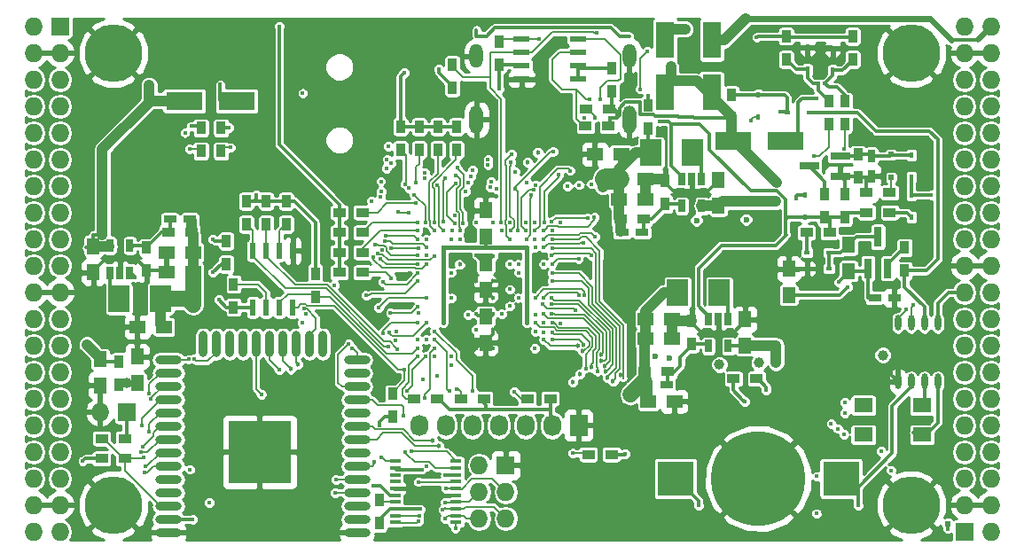
<source format=gbl>
G04 #@! TF.FileFunction,Copper,L4,Bot,Signal*
%FSLAX46Y46*%
G04 Gerber Fmt 4.6, Leading zero omitted, Abs format (unit mm)*
G04 Created by KiCad (PCBNEW 4.0.7+dfsg1-1) date Wed Oct  4 23:58:25 2017*
%MOMM*%
%LPD*%
G01*
G04 APERTURE LIST*
%ADD10C,0.100000*%
%ADD11R,1.800000X3.500000*%
%ADD12R,0.900000X1.200000*%
%ADD13R,2.000000X2.500000*%
%ADD14R,0.700000X1.200000*%
%ADD15R,1.250000X1.500000*%
%ADD16R,1.500000X1.250000*%
%ADD17O,0.609600X1.473200*%
%ADD18R,0.800000X1.900000*%
%ADD19R,1.900000X0.800000*%
%ADD20R,1.200000X0.750000*%
%ADD21R,0.750000X1.200000*%
%ADD22R,1.200000X0.900000*%
%ADD23R,0.600000X1.550000*%
%ADD24R,1.550000X0.600000*%
%ADD25O,2.500000X0.900000*%
%ADD26O,0.900000X2.500000*%
%ADD27R,6.000000X6.000000*%
%ADD28R,1.727200X1.727200*%
%ADD29O,1.727200X1.727200*%
%ADD30C,5.500000*%
%ADD31R,1.000000X0.400000*%
%ADD32R,0.500000X0.500000*%
%ADD33R,1.727200X2.032000*%
%ADD34O,1.727200X2.032000*%
%ADD35R,3.500000X3.300000*%
%ADD36C,9.000000*%
%ADD37O,1.300000X2.700000*%
%ADD38O,1.300000X2.300000*%
%ADD39R,1.800000X1.400000*%
%ADD40R,0.600000X0.450000*%
%ADD41R,0.450000X0.600000*%
%ADD42R,3.500000X1.800000*%
%ADD43C,0.400000*%
%ADD44C,0.454000*%
%ADD45C,1.000000*%
%ADD46C,0.600000*%
%ADD47C,0.300000*%
%ADD48C,1.000000*%
%ADD49C,0.190000*%
%ADD50C,0.600000*%
%ADD51C,0.500000*%
%ADD52C,2.000000*%
%ADD53C,1.200000*%
%ADD54C,1.500000*%
%ADD55C,0.400000*%
%ADD56C,0.200000*%
%ADD57C,0.254000*%
G04 APERTURE END LIST*
D10*
D11*
X155695000Y-69000000D03*
X155695000Y-64000000D03*
D12*
X154044000Y-72426000D03*
X154044000Y-70226000D03*
D13*
X160870000Y-88090000D03*
X156870000Y-88090000D03*
D14*
X159825000Y-90600000D03*
X160775000Y-90600000D03*
X161725000Y-90600000D03*
X161725000Y-93200000D03*
X159825000Y-93200000D03*
D13*
X158330000Y-74755000D03*
X154330000Y-74755000D03*
D14*
X157285000Y-77235000D03*
X158235000Y-77235000D03*
X159185000Y-77235000D03*
X159185000Y-79835000D03*
X157285000Y-79835000D03*
D13*
X103530000Y-88725000D03*
X107530000Y-88725000D03*
D14*
X104575000Y-86215000D03*
X103625000Y-86215000D03*
X102675000Y-86215000D03*
X102675000Y-83615000D03*
X104575000Y-83615000D03*
D15*
X101085000Y-83665000D03*
X101085000Y-86165000D03*
D16*
X153810000Y-90630000D03*
X156310000Y-90630000D03*
X153810000Y-92535000D03*
X156310000Y-92535000D03*
D15*
X163315000Y-93150000D03*
X163315000Y-90650000D03*
D16*
X151270000Y-79200000D03*
X153770000Y-79200000D03*
X151270000Y-77295000D03*
X153770000Y-77295000D03*
D15*
X160775000Y-79815000D03*
X160775000Y-77315000D03*
D16*
X110590000Y-84280000D03*
X108090000Y-84280000D03*
X110590000Y-86185000D03*
X108090000Y-86185000D03*
D17*
X181730000Y-96599000D03*
X180460000Y-96599000D03*
X179190000Y-96599000D03*
X177920000Y-96599000D03*
X177920000Y-91011000D03*
X179190000Y-91011000D03*
X180460000Y-91011000D03*
X181730000Y-91011000D03*
D15*
X173221000Y-86038000D03*
X173221000Y-83538000D03*
D18*
X176965000Y-85780000D03*
X175065000Y-85780000D03*
X176015000Y-82780000D03*
D19*
X172435000Y-75075000D03*
X172435000Y-76975000D03*
X169435000Y-76025000D03*
D20*
X153910000Y-96910000D03*
X155810000Y-96910000D03*
X151570000Y-82375000D03*
X153470000Y-82375000D03*
X110290000Y-81105000D03*
X108390000Y-81105000D03*
D21*
X175380000Y-75075000D03*
X175380000Y-76975000D03*
D22*
X169200000Y-82375000D03*
X171400000Y-82375000D03*
D12*
X172840000Y-80935000D03*
X172840000Y-78735000D03*
D22*
X177115000Y-80470000D03*
X174915000Y-80470000D03*
D12*
X174110000Y-74925000D03*
X174110000Y-77125000D03*
X178555000Y-83815000D03*
X178555000Y-86015000D03*
X113785000Y-83180000D03*
X113785000Y-85380000D03*
X170935000Y-80935000D03*
X170935000Y-78735000D03*
X128390000Y-107945000D03*
X128390000Y-110145000D03*
D22*
X150572000Y-103584000D03*
X148372000Y-103584000D03*
X177115000Y-78565000D03*
X174915000Y-78565000D03*
X153760000Y-95640000D03*
X155960000Y-95640000D03*
X110440000Y-82375000D03*
X108240000Y-82375000D03*
X151420000Y-81105000D03*
X153620000Y-81105000D03*
D12*
X158235000Y-90800000D03*
X158235000Y-93000000D03*
X106165000Y-86015000D03*
X106165000Y-83815000D03*
X155695000Y-77465000D03*
X155695000Y-79665000D03*
D22*
X126782000Y-86185000D03*
X124582000Y-86185000D03*
X126782000Y-84279000D03*
X124582000Y-84279000D03*
X126782000Y-82375000D03*
X124582000Y-82375000D03*
X126782000Y-80470000D03*
X124582000Y-80470000D03*
D12*
X130422000Y-74458000D03*
X130422000Y-72258000D03*
X132200000Y-74458000D03*
X132200000Y-72258000D03*
X133978000Y-74458000D03*
X133978000Y-72258000D03*
X135756000Y-74458000D03*
X135756000Y-72258000D03*
D23*
X116325000Y-84120000D03*
X117595000Y-84120000D03*
X118865000Y-84120000D03*
X120135000Y-84120000D03*
X120135000Y-89520000D03*
X118865000Y-89520000D03*
X117595000Y-89520000D03*
X116325000Y-89520000D03*
D20*
X175700000Y-88598000D03*
X177600000Y-88598000D03*
D24*
X141980000Y-67705000D03*
X141980000Y-66435000D03*
X141980000Y-65165000D03*
X141980000Y-63895000D03*
X147380000Y-63895000D03*
X147380000Y-65165000D03*
X147380000Y-66435000D03*
X147380000Y-67705000D03*
D25*
X126260434Y-111030338D03*
X126260434Y-109760338D03*
X126260434Y-108490338D03*
X126260434Y-107220338D03*
X126260434Y-105950338D03*
X126260434Y-104680338D03*
X126260434Y-103410338D03*
X126260434Y-102140338D03*
X126260434Y-100870338D03*
X126260434Y-99600338D03*
X126260434Y-98330338D03*
X126260434Y-97060338D03*
X126260434Y-95790338D03*
X126260434Y-94520338D03*
D26*
X122975434Y-93030338D03*
X121705434Y-93030338D03*
X120435434Y-93030338D03*
X119165434Y-93030338D03*
X117895434Y-93030338D03*
X116625434Y-93030338D03*
X115355434Y-93030338D03*
X114085434Y-93030338D03*
X112815434Y-93030338D03*
X111545434Y-93030338D03*
D25*
X108260434Y-94520338D03*
X108260434Y-95790338D03*
X108260434Y-97060338D03*
X108260434Y-98330338D03*
X108260434Y-99600338D03*
X108260434Y-100870338D03*
X108260434Y-102140338D03*
X108260434Y-103410338D03*
X108260434Y-104680338D03*
X108260434Y-105950338D03*
X108260434Y-107220338D03*
X108260434Y-108490338D03*
X108260434Y-109760338D03*
X108260434Y-111030338D03*
D27*
X116960434Y-103330338D03*
D28*
X97910000Y-62690000D03*
D29*
X95370000Y-62690000D03*
X97910000Y-65230000D03*
X95370000Y-65230000D03*
X97910000Y-67770000D03*
X95370000Y-67770000D03*
X97910000Y-70310000D03*
X95370000Y-70310000D03*
X97910000Y-72850000D03*
X95370000Y-72850000D03*
X97910000Y-75390000D03*
X95370000Y-75390000D03*
X97910000Y-77930000D03*
X95370000Y-77930000D03*
X97910000Y-80470000D03*
X95370000Y-80470000D03*
X97910000Y-83010000D03*
X95370000Y-83010000D03*
X97910000Y-85550000D03*
X95370000Y-85550000D03*
X97910000Y-88090000D03*
X95370000Y-88090000D03*
X97910000Y-90630000D03*
X95370000Y-90630000D03*
X97910000Y-93170000D03*
X95370000Y-93170000D03*
X97910000Y-95710000D03*
X95370000Y-95710000D03*
X97910000Y-98250000D03*
X95370000Y-98250000D03*
X97910000Y-100790000D03*
X95370000Y-100790000D03*
X97910000Y-103330000D03*
X95370000Y-103330000D03*
X97910000Y-105870000D03*
X95370000Y-105870000D03*
X97910000Y-108410000D03*
X95370000Y-108410000D03*
X97910000Y-110950000D03*
X95370000Y-110950000D03*
D28*
X184270000Y-110950000D03*
D29*
X186810000Y-110950000D03*
X184270000Y-108410000D03*
X186810000Y-108410000D03*
X184270000Y-105870000D03*
X186810000Y-105870000D03*
X184270000Y-103330000D03*
X186810000Y-103330000D03*
X184270000Y-100790000D03*
X186810000Y-100790000D03*
X184270000Y-98250000D03*
X186810000Y-98250000D03*
X184270000Y-95710000D03*
X186810000Y-95710000D03*
X184270000Y-93170000D03*
X186810000Y-93170000D03*
X184270000Y-90630000D03*
X186810000Y-90630000D03*
X184270000Y-88090000D03*
X186810000Y-88090000D03*
X184270000Y-85550000D03*
X186810000Y-85550000D03*
X184270000Y-83010000D03*
X186810000Y-83010000D03*
X184270000Y-80470000D03*
X186810000Y-80470000D03*
X184270000Y-77930000D03*
X186810000Y-77930000D03*
X184270000Y-75390000D03*
X186810000Y-75390000D03*
X184270000Y-72850000D03*
X186810000Y-72850000D03*
X184270000Y-70310000D03*
X186810000Y-70310000D03*
X184270000Y-67770000D03*
X186810000Y-67770000D03*
X184270000Y-65230000D03*
X186810000Y-65230000D03*
X184270000Y-62690000D03*
X186810000Y-62690000D03*
D30*
X102990000Y-108410000D03*
X179190000Y-108410000D03*
X179190000Y-65230000D03*
X102990000Y-65230000D03*
D12*
X162045000Y-71410000D03*
X162045000Y-69210000D03*
X139820000Y-66330000D03*
X139820000Y-64130000D03*
X135375000Y-68532000D03*
X135375000Y-66332000D03*
X150615000Y-68870000D03*
X150615000Y-66670000D03*
D22*
X150275000Y-72215000D03*
X148075000Y-72215000D03*
X150380000Y-70600000D03*
X148180000Y-70600000D03*
D31*
X135735000Y-104215000D03*
X135735000Y-104865000D03*
X135735000Y-105515000D03*
X135735000Y-106165000D03*
X135735000Y-106815000D03*
X135735000Y-107465000D03*
X135735000Y-108115000D03*
X135735000Y-108765000D03*
X135735000Y-109415000D03*
X135735000Y-110065000D03*
X129935000Y-110065000D03*
X129935000Y-109415000D03*
X129935000Y-108765000D03*
X129935000Y-108115000D03*
X129935000Y-107465000D03*
X129935000Y-106815000D03*
X129935000Y-106165000D03*
X129935000Y-105515000D03*
X129935000Y-104865000D03*
X129935000Y-104215000D03*
D12*
X119500000Y-79370000D03*
X119500000Y-81570000D03*
X114480000Y-89500000D03*
X114480000Y-87300000D03*
X129660000Y-99985000D03*
X129660000Y-97785000D03*
X117595000Y-79370000D03*
X117595000Y-81570000D03*
X122280000Y-86300000D03*
X122280000Y-88500000D03*
X115690000Y-79370000D03*
X115690000Y-81570000D03*
D22*
X144730000Y-98250000D03*
X142530000Y-98250000D03*
X138380000Y-98250000D03*
X136180000Y-98250000D03*
X133935000Y-98250000D03*
X131735000Y-98250000D03*
X101890000Y-103965000D03*
X104090000Y-103965000D03*
D28*
X104260000Y-99520000D03*
D29*
X101720000Y-99520000D03*
D22*
X101890000Y-102060000D03*
X104090000Y-102060000D03*
D12*
X103498000Y-96894000D03*
X103498000Y-94694000D03*
D15*
X167506000Y-88324000D03*
X167506000Y-85824000D03*
D22*
X164415000Y-96345000D03*
X162215000Y-96345000D03*
D12*
X167252000Y-65822000D03*
X167252000Y-63622000D03*
D28*
X140455000Y-104600000D03*
D29*
X137915000Y-104600000D03*
X140455000Y-107140000D03*
X137915000Y-107140000D03*
X140455000Y-109680000D03*
X137915000Y-109680000D03*
D15*
X138550000Y-90396000D03*
X138550000Y-92896000D03*
X138550000Y-82736000D03*
X138550000Y-80236000D03*
X138550000Y-85316000D03*
X138550000Y-87816000D03*
X101720000Y-94460000D03*
X101720000Y-96960000D03*
D12*
X113277000Y-74585000D03*
X113277000Y-72385000D03*
X111372000Y-74585000D03*
X111372000Y-72385000D03*
X172840000Y-72045000D03*
X172840000Y-69845000D03*
X171316000Y-72045000D03*
X171316000Y-69845000D03*
D32*
X182680000Y-110200000D03*
D33*
X147440000Y-100790000D03*
D34*
X144900000Y-100790000D03*
X142360000Y-100790000D03*
X139820000Y-100790000D03*
X137280000Y-100790000D03*
X134740000Y-100790000D03*
X132200000Y-100790000D03*
D35*
X172485000Y-105870000D03*
X156685000Y-105870000D03*
D36*
X164585000Y-105870000D03*
D37*
X152280000Y-71550000D03*
X137680000Y-71550000D03*
D38*
X137680000Y-65500000D03*
X152280000Y-65500000D03*
D39*
X180212000Y-98882000D03*
X174612000Y-98882000D03*
X174612000Y-101682000D03*
X180212000Y-101682000D03*
D32*
X177285000Y-74925000D03*
X177285000Y-77125000D03*
D15*
X105276000Y-96706000D03*
X105276000Y-94206000D03*
D40*
X169250000Y-84280000D03*
X171350000Y-84280000D03*
D41*
X179190000Y-80885000D03*
X179190000Y-78785000D03*
X169030000Y-80885000D03*
X169030000Y-78785000D03*
D40*
X171350000Y-85804000D03*
X169250000Y-85804000D03*
D41*
X179190000Y-77075000D03*
X179190000Y-74975000D03*
D40*
X167345000Y-70945000D03*
X169445000Y-70945000D03*
D41*
X164585000Y-69260000D03*
X164585000Y-71360000D03*
X169284000Y-66788000D03*
X169284000Y-64688000D03*
X171697000Y-66881000D03*
X171697000Y-64781000D03*
D42*
X109761000Y-69802000D03*
X114761000Y-69802000D03*
X167212000Y-73612000D03*
X162212000Y-73612000D03*
D11*
X160140000Y-64000000D03*
X160140000Y-69000000D03*
D16*
X154064000Y-98504000D03*
X156564000Y-98504000D03*
X107796000Y-91392000D03*
X105296000Y-91392000D03*
X151484000Y-74882000D03*
X148984000Y-74882000D03*
D12*
X173602000Y-65822000D03*
X173602000Y-63622000D03*
D43*
X110280000Y-105000000D03*
D44*
X139264636Y-91615205D03*
D43*
X139575609Y-69792857D03*
D45*
X116880503Y-64802940D03*
X106974809Y-64953974D03*
X175210328Y-64948943D03*
X165417246Y-64954666D03*
D43*
X175495631Y-71457432D03*
X146468970Y-70993942D03*
X144978424Y-71024054D03*
X143480350Y-71016526D03*
X142000564Y-71008511D03*
X147987361Y-71377791D03*
X144102010Y-84600000D03*
X132880424Y-84561218D03*
X135567436Y-80702302D03*
X132810347Y-82177990D03*
X145713035Y-91022010D03*
X145680000Y-94177990D03*
X177285000Y-95710000D03*
D45*
X177229911Y-82281349D03*
D43*
X170046000Y-85804000D03*
D46*
X164741832Y-81130572D03*
D43*
X120770000Y-72215000D03*
D46*
X161067993Y-81216119D03*
D45*
X158233687Y-94852616D03*
X162992748Y-94820185D03*
D46*
X156280000Y-81210838D03*
D43*
X131254529Y-86251357D03*
X140880000Y-81400000D03*
X136085174Y-89394826D03*
X145680000Y-81400000D03*
X120430000Y-97050000D03*
X150080000Y-81600000D03*
X131280000Y-89400000D03*
X133690245Y-94180159D03*
X140874194Y-91433353D03*
X145680000Y-85422010D03*
X135280000Y-95000000D03*
X135280000Y-94200000D03*
X142480000Y-94200000D03*
X140880000Y-93400000D03*
X139280000Y-93400000D03*
X137680000Y-93400000D03*
X136080000Y-93400000D03*
X136880000Y-92600000D03*
X135280000Y-92600000D03*
X132880000Y-91800000D03*
X132880000Y-93400000D03*
D44*
X141042859Y-86994997D03*
X139280000Y-87000000D03*
X136110990Y-86995403D03*
X137680000Y-87000000D03*
X136080000Y-84600000D03*
X139280000Y-88600000D03*
D45*
X156235582Y-66548363D03*
D43*
X127801946Y-106537732D03*
D45*
X166321614Y-77572282D03*
X166248957Y-79408030D03*
X101932065Y-82585048D03*
X106417803Y-68312483D03*
X166280000Y-94800000D03*
D43*
X112134000Y-108156000D03*
X150457224Y-71377791D03*
X172289562Y-87124051D03*
D45*
X157600000Y-62944000D03*
D43*
X137659051Y-91638034D03*
X139820000Y-68665673D03*
X128441330Y-100758313D03*
X172834633Y-99599920D03*
X172879922Y-98618650D03*
X176305593Y-103279812D03*
X165349214Y-97422919D03*
D45*
X160875897Y-94988750D03*
D43*
X164433885Y-63737451D03*
X148639876Y-77729346D03*
D45*
X149751640Y-78029346D03*
D43*
X134079160Y-66786153D03*
X109828000Y-72830000D03*
X116654336Y-78777990D03*
D45*
X176474303Y-94069095D03*
D43*
X173094000Y-87582000D03*
D45*
X100479904Y-93063904D03*
D46*
X163422030Y-81120665D03*
X154726292Y-94171363D03*
X156077107Y-94380779D03*
X158680000Y-81210838D03*
D43*
X112515000Y-83010000D03*
X181065000Y-78785000D03*
X110529662Y-109760338D03*
X100080000Y-104200000D03*
X113080000Y-88800000D03*
D45*
X164653770Y-94825547D03*
D43*
X135273306Y-88618602D03*
X139272517Y-84611349D03*
X137680556Y-84534085D03*
X141680000Y-86200000D03*
X135280000Y-86200000D03*
X132880000Y-92600000D03*
X132080000Y-92600000D03*
X141680000Y-88600000D03*
X141680000Y-85400000D03*
D45*
X152362985Y-97848768D03*
D43*
X136885174Y-90194826D03*
X140094890Y-90122990D03*
X139280000Y-90122990D03*
X140880000Y-89400000D03*
X137680000Y-90172990D03*
X140880000Y-87800000D03*
X140880000Y-85400000D03*
D44*
X136080000Y-85400000D03*
D43*
X121369010Y-90164222D03*
X130022933Y-91834237D03*
X121036481Y-91008234D03*
X129902064Y-92678248D03*
D45*
X110617371Y-89287199D03*
D43*
X142480000Y-91000000D03*
X142480000Y-83800000D03*
X134480000Y-83800000D03*
X134480000Y-91000000D03*
X105037711Y-86632990D03*
X155149360Y-71764535D03*
X121086654Y-69078528D03*
X170182962Y-69571012D03*
X174110000Y-108410000D03*
X158870000Y-108410000D03*
X134750646Y-106810513D03*
X137288700Y-97538741D03*
X133680000Y-91800000D03*
D44*
X134074414Y-102752225D03*
D43*
X134675868Y-108131585D03*
X135085458Y-97531790D03*
D44*
X133449289Y-102232615D03*
D43*
X133680000Y-92600000D03*
X127935466Y-104261259D03*
X132936956Y-104698915D03*
X134463998Y-108841973D03*
X132752670Y-98178920D03*
X133685668Y-93402482D03*
X134636872Y-109719950D03*
X130714529Y-99901000D03*
X131039363Y-97487286D03*
X132846234Y-94197073D03*
X118858690Y-62658970D03*
X130761990Y-67119621D03*
X148477832Y-69619684D03*
X149475951Y-69619684D03*
X148991194Y-71377791D03*
X153984196Y-65077116D03*
X153322343Y-68673419D03*
X143650666Y-63862520D03*
X178665908Y-89713903D03*
X149183754Y-63257114D03*
X179375977Y-89317806D03*
X140035989Y-81400000D03*
X128776655Y-87110882D03*
X132077895Y-86272150D03*
X117121665Y-97817265D03*
X118843798Y-95498222D03*
D44*
X119978162Y-95412951D03*
X120634035Y-94977604D03*
D43*
X113212238Y-68244401D03*
X146387166Y-77939336D03*
X147480000Y-77822010D03*
X131453853Y-103296209D03*
X144891634Y-91008466D03*
D44*
X148653935Y-95249010D03*
X149565978Y-94054788D03*
D43*
X144867244Y-90164455D03*
D44*
X150720500Y-96575802D03*
D43*
X144890381Y-83866022D03*
D44*
X151448039Y-95951686D03*
D43*
X144894101Y-83022010D03*
D44*
X150149219Y-96229829D03*
D43*
X144901285Y-86268736D03*
D44*
X150033441Y-95660469D03*
D43*
X144888562Y-86993817D03*
D44*
X149952517Y-95085120D03*
D43*
X144877648Y-88622010D03*
D44*
X149584522Y-94635504D03*
D43*
X144810610Y-89177990D03*
X144895773Y-91874444D03*
D44*
X147777713Y-93691005D03*
X147356233Y-93219138D03*
D43*
X144102010Y-92600000D03*
D44*
X147915304Y-93060979D03*
D43*
X144882352Y-92577990D03*
X130807074Y-95454141D03*
X130141304Y-93529144D03*
X132080000Y-93400000D03*
X129254670Y-93244631D03*
X133919980Y-96038729D03*
X141280000Y-97600000D03*
X132572818Y-96383863D03*
X135770000Y-97338127D03*
X132080000Y-94200000D03*
X128669601Y-84020243D03*
X105906712Y-103816552D03*
X129459184Y-90039192D03*
X132080000Y-89444020D03*
X130839486Y-103354982D03*
X128602801Y-103831529D03*
X132162861Y-106185868D03*
X128321313Y-89539949D03*
X132880000Y-88600000D03*
X127145130Y-88379076D03*
X124253981Y-105982535D03*
X132080000Y-87000000D03*
X125827283Y-93452662D03*
X124202418Y-107207639D03*
D44*
X142530990Y-75662841D03*
X143525587Y-74749772D03*
D43*
X110313517Y-74380698D03*
X132146108Y-109940263D03*
X114166000Y-74247000D03*
X132189000Y-109415000D03*
X135694981Y-77648547D03*
X135567436Y-81489225D03*
X134702010Y-77200000D03*
X134471354Y-81347908D03*
X132761172Y-77202673D03*
X132737245Y-76676207D03*
X128545566Y-77476577D03*
X127643658Y-79355564D03*
X110718734Y-94451783D03*
X128515897Y-78994176D03*
X110193102Y-94489889D03*
X128569727Y-78469921D03*
X106403813Y-97727799D03*
X131230910Y-78113843D03*
X106539540Y-98237033D03*
X131709326Y-78745875D03*
X132783332Y-81399993D03*
X129016746Y-82660638D03*
X105679715Y-100783924D03*
X132084821Y-83022010D03*
X128948848Y-83183258D03*
X106401171Y-101377901D03*
X132886504Y-83777990D03*
X129513931Y-83860979D03*
X105803161Y-102850427D03*
X132117443Y-83866021D03*
X127966259Y-83527946D03*
X105651866Y-103355255D03*
X132079996Y-84503337D03*
X128256283Y-84387285D03*
X106023598Y-104697574D03*
X133671942Y-84595200D03*
X127824162Y-84688968D03*
X105973679Y-105248709D03*
X132875802Y-85428138D03*
D44*
X146862501Y-96617499D03*
X147534467Y-95913260D03*
D43*
X148102806Y-95339021D03*
X143280000Y-91000000D03*
X149207706Y-95605291D03*
X144082424Y-90132858D03*
X143989948Y-89177990D03*
X147125926Y-89802879D03*
X143281824Y-90201951D03*
X144102010Y-85397219D03*
X147422472Y-84858593D03*
X144886544Y-85385186D03*
X144102010Y-83000000D03*
X148975652Y-82755341D03*
X144885092Y-82177990D03*
X147470668Y-88324835D03*
X144082832Y-88584510D03*
X147997681Y-88324844D03*
X143278026Y-88595030D03*
X144102010Y-82185600D03*
X148935852Y-80899014D03*
X148337768Y-80975785D03*
X144866392Y-81333979D03*
X139280000Y-81400000D03*
X139585116Y-78205862D03*
X138968064Y-78040948D03*
X139049357Y-77520244D03*
X138775679Y-75942989D03*
X138779198Y-75400762D03*
X137680000Y-81400000D03*
X137308732Y-76415018D03*
X137106948Y-76979922D03*
X136856003Y-77562978D03*
X136634118Y-78451672D03*
X135830698Y-76200613D03*
X136411444Y-81497309D03*
X148668800Y-84550385D03*
X144877691Y-84532933D03*
X144102010Y-83800000D03*
X147894174Y-83335809D03*
X142852716Y-78759927D03*
X142473549Y-82998913D03*
X143105106Y-78295223D03*
X142396423Y-82191394D03*
X145494012Y-76834828D03*
X144146021Y-81374784D03*
X143331797Y-77819457D03*
X146627648Y-76461302D03*
X143257990Y-82207154D03*
X143257990Y-81379632D03*
X141380161Y-78226966D03*
X145017056Y-74655847D03*
X141657990Y-82130345D03*
X142413979Y-81382236D03*
X140080000Y-82200000D03*
X141342967Y-76554996D03*
X141046643Y-74873804D03*
X140864029Y-83041403D03*
X140980062Y-75681941D03*
X140924011Y-82179283D03*
X129542604Y-86703515D03*
X132880000Y-83022010D03*
X132080000Y-82177990D03*
X132080000Y-81400000D03*
X131847310Y-79589886D03*
X130856828Y-77742623D03*
X131923295Y-77584853D03*
X133654358Y-82177990D03*
X133627343Y-81396408D03*
X129336756Y-91938993D03*
X132880000Y-91000000D03*
X128770628Y-92009836D03*
X132077648Y-90977990D03*
X130196821Y-80377733D03*
X131180000Y-80500000D03*
X128489708Y-84867377D03*
X132079620Y-85428138D03*
X163908850Y-71651861D03*
X134501414Y-82177578D03*
X133922194Y-77854836D03*
X135656559Y-110610712D03*
X132448438Y-104994496D03*
X146844288Y-103452739D03*
X134707351Y-105508447D03*
X132280000Y-108800000D03*
D45*
X104309083Y-96731596D03*
D43*
X112515000Y-86185000D03*
X163277422Y-98501717D03*
X170126036Y-109212466D03*
X170157734Y-105666345D03*
X169895346Y-75092988D03*
X143257990Y-83000000D03*
X168166438Y-79108038D03*
X151896383Y-103510715D03*
X114039000Y-72342000D03*
X110483000Y-72215000D03*
X177274002Y-105079115D03*
X143258015Y-93423150D03*
X172761273Y-101651681D03*
X143280000Y-91800000D03*
X172193360Y-101105663D03*
X144064831Y-91877646D03*
X171540304Y-100645743D03*
X144080000Y-91000000D03*
X154044000Y-69294000D03*
X129061632Y-76229575D03*
X135280000Y-83022010D03*
X129493343Y-75737814D03*
X136080000Y-83000000D03*
X129122249Y-75363607D03*
X135345425Y-82176814D03*
X135725421Y-76909376D03*
X129252218Y-74142461D03*
X136080000Y-82200000D03*
X172746637Y-74347988D03*
X143280000Y-83800000D03*
X142480000Y-77600000D03*
X170300000Y-68151000D03*
X170950000Y-68125562D03*
X125480000Y-93000000D03*
X121206217Y-89662983D03*
X132156079Y-90030946D03*
X182654362Y-110665838D03*
X124080000Y-87400000D03*
X124080000Y-87400000D03*
X166678914Y-70803555D03*
D47*
X138630000Y-63600000D02*
X139449896Y-62780104D01*
X137680000Y-63000000D02*
X137680000Y-63600000D01*
X150510104Y-62780104D02*
X151330000Y-63600000D01*
X137680000Y-63600000D02*
X138630000Y-63600000D01*
X139449896Y-62780104D02*
X150510104Y-62780104D01*
X151330000Y-63600000D02*
X152280000Y-63600000D01*
X139264636Y-92054364D02*
X139264636Y-91936231D01*
X139264636Y-91936231D02*
X139264636Y-91615205D01*
X138550000Y-92769000D02*
X139264636Y-92054364D01*
X136880000Y-92600000D02*
X136080000Y-93400000D01*
X136880000Y-92600000D02*
X137680000Y-93400000D01*
X136880000Y-92600000D02*
X138381000Y-92600000D01*
X138381000Y-92600000D02*
X138550000Y-92769000D01*
X135280000Y-92600000D02*
X136880000Y-92600000D01*
X135280000Y-92600000D02*
X136080000Y-93400000D01*
X138550000Y-92769000D02*
X138649000Y-92769000D01*
X138649000Y-92769000D02*
X139280000Y-93400000D01*
X138550000Y-92769000D02*
X138311000Y-92769000D01*
X138311000Y-92769000D02*
X137680000Y-93400000D01*
X136772000Y-93785000D02*
X136465000Y-93785000D01*
X136465000Y-93785000D02*
X136080000Y-93400000D01*
X136772000Y-93785000D02*
X137295000Y-93785000D01*
X137295000Y-93785000D02*
X137680000Y-93400000D01*
X137822857Y-69792857D02*
X139292767Y-69792857D01*
X137680000Y-69650000D02*
X137822857Y-69792857D01*
X139292767Y-69792857D02*
X139575609Y-69792857D01*
X132202804Y-107453326D02*
X131572496Y-106823018D01*
X135747661Y-107453326D02*
X132202804Y-107453326D01*
X131572496Y-106823018D02*
X129919874Y-106823018D01*
X175042385Y-64781000D02*
X175210328Y-64948943D01*
X171697000Y-64781000D02*
X175042385Y-64781000D01*
X165683912Y-64688000D02*
X165417246Y-64954666D01*
X169284000Y-64688000D02*
X165683912Y-64688000D01*
X169284000Y-64688000D02*
X171604000Y-64688000D01*
X171604000Y-64688000D02*
X171697000Y-64781000D01*
X177285000Y-95710000D02*
X177285000Y-95964000D01*
X177285000Y-95964000D02*
X177920000Y-96599000D01*
X167506000Y-85824000D02*
X169230000Y-85824000D01*
X169230000Y-85824000D02*
X169250000Y-85804000D01*
X169250000Y-85804000D02*
X170046000Y-85804000D01*
X102210000Y-84915000D02*
X103625000Y-84915000D01*
X103625000Y-84915000D02*
X105215000Y-84915000D01*
X103625000Y-86215000D02*
X103625000Y-84915000D01*
X105215000Y-84915000D02*
X106165000Y-85865000D01*
X106165000Y-85865000D02*
X106165000Y-86015000D01*
X101085000Y-86165000D02*
X101085000Y-86040000D01*
X101085000Y-86040000D02*
X102210000Y-84915000D01*
X106165000Y-86015000D02*
X107920000Y-86015000D01*
X107920000Y-86015000D02*
X108090000Y-86185000D01*
D48*
X153770000Y-77295000D02*
X155525000Y-77295000D01*
D47*
X155525000Y-77295000D02*
X155695000Y-77465000D01*
D48*
X153770000Y-79200000D02*
X153770000Y-77295000D01*
D47*
X174110000Y-77125000D02*
X174745000Y-77125000D01*
X174745000Y-77125000D02*
X175230000Y-77125000D01*
X174915000Y-78565000D02*
X174915000Y-77295000D01*
X174915000Y-77295000D02*
X174745000Y-77125000D01*
X172840000Y-78735000D02*
X172840000Y-77380000D01*
X172840000Y-77380000D02*
X172435000Y-76975000D01*
X175230000Y-77125000D02*
X175380000Y-76975000D01*
X172435000Y-76975000D02*
X173960000Y-76975000D01*
X173960000Y-76975000D02*
X174110000Y-77125000D01*
X137680000Y-86200000D02*
X137680000Y-86600000D01*
X136080000Y-84600000D02*
X137680000Y-86200000D01*
X159850000Y-78365000D02*
X158235000Y-78365000D01*
X158235000Y-78365000D02*
X156445000Y-78365000D01*
X158235000Y-77235000D02*
X158235000Y-78365000D01*
X160775000Y-77315000D02*
X160775000Y-77440000D01*
X160775000Y-77440000D02*
X159850000Y-78365000D01*
X156445000Y-78365000D02*
X155695000Y-77615000D01*
X155695000Y-77615000D02*
X155695000Y-77465000D01*
D48*
X156310000Y-90630000D02*
X156310000Y-92535000D01*
X158235000Y-90800000D02*
X156480000Y-90800000D01*
D47*
X156480000Y-90800000D02*
X156310000Y-90630000D01*
X163315000Y-90650000D02*
X163315000Y-90834602D01*
X163315000Y-90834602D02*
X162249602Y-91900000D01*
X162249602Y-91900000D02*
X160775000Y-91900000D01*
X101085000Y-86165000D02*
X101085000Y-85929893D01*
X106165000Y-85944374D02*
X106165000Y-86015000D01*
X159185000Y-91900000D02*
X160775000Y-91900000D01*
X160775000Y-90600000D02*
X160775000Y-91900000D01*
X158235000Y-90800000D02*
X158235000Y-90950000D01*
X158235000Y-90950000D02*
X159185000Y-91900000D01*
X108090000Y-84280000D02*
X108090000Y-86185000D01*
X107625000Y-84745000D02*
X108090000Y-84280000D01*
X108070000Y-84260000D02*
X108090000Y-84280000D01*
X141037856Y-87000000D02*
X141042859Y-86994997D01*
X139280000Y-87000000D02*
X141037856Y-87000000D01*
X136432016Y-86995403D02*
X136110990Y-86995403D01*
X137284597Y-86995403D02*
X136432016Y-86995403D01*
X137680000Y-86600000D02*
X137284597Y-86995403D01*
X137680000Y-86600000D02*
X137680000Y-87000000D01*
D49*
X138029000Y-66332000D02*
X138115000Y-66246000D01*
D47*
X160140000Y-69000000D02*
X160140000Y-69850000D01*
X160140000Y-69850000D02*
X161700000Y-71410000D01*
D48*
X156235582Y-67716832D02*
X156235582Y-66548363D01*
X158681338Y-67896338D02*
X156415088Y-67896338D01*
X156415088Y-67896338D02*
X156235582Y-67716832D01*
D47*
X156235582Y-66578582D02*
X156235582Y-66548363D01*
X128084788Y-106537732D02*
X127801946Y-106537732D01*
X128531334Y-106537732D02*
X128084788Y-106537732D01*
X129458602Y-107465000D02*
X128531334Y-106537732D01*
X129935000Y-107465000D02*
X129458602Y-107465000D01*
D48*
X162045000Y-73295668D02*
X165821615Y-77072283D01*
X165821615Y-77072283D02*
X166321614Y-77572282D01*
X160790000Y-79800000D02*
X161181970Y-79408030D01*
X161181970Y-79408030D02*
X165541851Y-79408030D01*
X165541851Y-79408030D02*
X166248957Y-79408030D01*
D47*
X101085000Y-82615000D02*
X101114952Y-82585048D01*
X101114952Y-82585048D02*
X101224959Y-82585048D01*
X101085000Y-83665000D02*
X101085000Y-82615000D01*
D48*
X101932065Y-81877942D02*
X101932065Y-82585048D01*
X101932065Y-74415935D02*
X101932065Y-81877942D01*
X106407114Y-69940886D02*
X101932065Y-74415935D01*
D47*
X101224959Y-82585048D02*
X101932065Y-82585048D01*
X151080000Y-71400000D02*
X151352990Y-71127010D01*
X151352990Y-71127010D02*
X151352990Y-70466020D01*
X151352990Y-70466020D02*
X151896020Y-69922990D01*
X151896020Y-69922990D02*
X152557010Y-69922990D01*
X152557010Y-69922990D02*
X152583077Y-69896923D01*
D48*
X106417803Y-69019589D02*
X106417803Y-68312483D01*
X106417803Y-69930197D02*
X106417803Y-69019589D01*
X106407114Y-69940886D02*
X106417803Y-69930197D01*
X166280000Y-93150000D02*
X166280000Y-94800000D01*
D47*
X110610000Y-69548000D02*
X110610000Y-69802000D01*
X150457224Y-71377791D02*
X150457224Y-72032776D01*
X150457224Y-72032776D02*
X150275000Y-72215000D01*
D48*
X109975000Y-69802000D02*
X106546000Y-69802000D01*
X106546000Y-69802000D02*
X106419000Y-69929000D01*
D47*
X151057791Y-71377791D02*
X150740066Y-71377791D01*
X150740066Y-71377791D02*
X150457224Y-71377791D01*
X151080000Y-71400000D02*
X151057791Y-71377791D01*
X172289562Y-87094438D02*
X172289562Y-87124051D01*
X173221000Y-86163000D02*
X172289562Y-87094438D01*
X173221000Y-86038000D02*
X173221000Y-86163000D01*
X175065000Y-88598000D02*
X175065000Y-85780000D01*
X175700000Y-88598000D02*
X175065000Y-88598000D01*
D48*
X106419000Y-69929000D02*
X106407114Y-69940886D01*
D47*
X106419000Y-69675000D02*
X106419000Y-69929000D01*
X100572432Y-83665000D02*
X100424079Y-83813353D01*
X101085000Y-83665000D02*
X100572432Y-83665000D01*
X160790000Y-79800000D02*
X160775000Y-79815000D01*
D48*
X163315000Y-93150000D02*
X166280000Y-93150000D01*
D47*
X160775000Y-79940000D02*
X160775000Y-79815000D01*
X164925000Y-93150000D02*
X164240000Y-93150000D01*
X164240000Y-93150000D02*
X163315000Y-93150000D01*
X101085000Y-83665000D02*
X101085000Y-83790000D01*
X151080000Y-71400000D02*
X151080000Y-70838120D01*
X151080000Y-70838120D02*
X150615000Y-70373120D01*
X150615000Y-70373120D02*
X150615000Y-69995990D01*
X150615000Y-69995990D02*
X150615000Y-68870000D01*
D48*
X159185000Y-79835000D02*
X160755000Y-79835000D01*
D47*
X160755000Y-79835000D02*
X160775000Y-79815000D01*
X161725000Y-93200000D02*
X163265000Y-93200000D01*
X163265000Y-93200000D02*
X163315000Y-93150000D01*
X173221000Y-86038000D02*
X174807000Y-86038000D01*
X174807000Y-86038000D02*
X175065000Y-85780000D01*
D48*
X101085000Y-83665000D02*
X102625000Y-83665000D01*
D47*
X102625000Y-83665000D02*
X102675000Y-83615000D01*
X152583077Y-69896923D02*
X153316999Y-69896923D01*
X153316999Y-69896923D02*
X153316999Y-71047601D01*
X161700000Y-71410000D02*
X162045000Y-71410000D01*
D48*
X162045000Y-71410000D02*
X162045000Y-71260000D01*
X162045000Y-71260000D02*
X158681338Y-67896338D01*
X162045000Y-71410000D02*
X162045000Y-73295668D01*
D47*
X158407951Y-71315988D02*
X158501963Y-71410000D01*
X153372399Y-71103001D02*
X154568521Y-71103001D01*
X158501963Y-71410000D02*
X162045000Y-71410000D01*
X156924522Y-71275510D02*
X156965000Y-71315988D01*
X156965000Y-71315988D02*
X158407951Y-71315988D01*
X153316999Y-71047601D02*
X153372399Y-71103001D01*
X154568521Y-71103001D02*
X154741030Y-71275510D01*
X154741030Y-71275510D02*
X156924522Y-71275510D01*
X162045000Y-71753000D02*
X162045000Y-71410000D01*
X155695000Y-64000000D02*
X155695000Y-63368337D01*
X155695000Y-63368337D02*
X156119337Y-62944000D01*
D48*
X156119337Y-62944000D02*
X157600000Y-62944000D01*
X160140000Y-64000000D02*
X161340000Y-64000000D01*
X161340000Y-64000000D02*
X163399217Y-61940783D01*
D50*
X163399217Y-61940783D02*
X180980783Y-61940783D01*
D51*
X185540000Y-63960000D02*
X186810000Y-62690000D01*
D50*
X180980783Y-61940783D02*
X183000000Y-63960000D01*
D47*
X183000000Y-63960000D02*
X185540000Y-63960000D01*
X103498000Y-94694000D02*
X101954000Y-94694000D01*
X101954000Y-94694000D02*
X101720000Y-94460000D01*
X173602000Y-63706000D02*
X167336000Y-63706000D01*
X167336000Y-63706000D02*
X167252000Y-63622000D01*
X167252000Y-63622000D02*
X164549336Y-63622000D01*
X164549336Y-63622000D02*
X164433885Y-63737451D01*
X138550000Y-85042000D02*
X138188471Y-85042000D01*
X138188471Y-85042000D02*
X137680556Y-84534085D01*
X138550000Y-85042000D02*
X138841866Y-85042000D01*
X138841866Y-85042000D02*
X139272517Y-84611349D01*
X137680556Y-84534085D02*
X139195253Y-84534085D01*
X139195253Y-84534085D02*
X139272517Y-84611349D01*
X139820000Y-66330000D02*
X139820000Y-68665673D01*
X128441330Y-100475471D02*
X128441330Y-100758313D01*
X128441330Y-100453670D02*
X128441330Y-100475471D01*
X128910000Y-99985000D02*
X128441330Y-100453670D01*
X129660000Y-99985000D02*
X128910000Y-99985000D01*
X165349214Y-97129214D02*
X165349214Y-97422919D01*
X164565000Y-96345000D02*
X165349214Y-97129214D01*
X164415000Y-96345000D02*
X164565000Y-96345000D01*
D48*
X149784145Y-77289735D02*
X149751640Y-77322240D01*
X149751640Y-77322240D02*
X149751640Y-78029346D01*
X149993577Y-77289735D02*
X149784145Y-77289735D01*
D47*
X134079160Y-67068995D02*
X134079160Y-66786153D01*
X134079160Y-67086160D02*
X134079160Y-67068995D01*
X135375000Y-68382000D02*
X134079160Y-67086160D01*
X135375000Y-68532000D02*
X135375000Y-68382000D01*
X154044000Y-72426000D02*
X154044000Y-74469000D01*
X154044000Y-74469000D02*
X154330000Y-74755000D01*
X116654336Y-79155664D02*
X116654336Y-79060832D01*
X115690000Y-79370000D02*
X116440000Y-79370000D01*
X116440000Y-79370000D02*
X116654336Y-79155664D01*
X116654336Y-79060832D02*
X116654336Y-78777990D01*
X181730000Y-89106000D02*
X182746000Y-88090000D01*
X182746000Y-88090000D02*
X184270000Y-88090000D01*
X181730000Y-91011000D02*
X181730000Y-89106000D01*
X172352000Y-88324000D02*
X173094000Y-87582000D01*
X167506000Y-88324000D02*
X172352000Y-88324000D01*
X100479904Y-93094904D02*
X100479904Y-93063904D01*
D48*
X101720000Y-94335000D02*
X100479904Y-93094904D01*
D47*
X101720000Y-94460000D02*
X101720000Y-94335000D01*
X151330000Y-75000000D02*
X151330000Y-77235000D01*
X151330000Y-77235000D02*
X151270000Y-77295000D01*
X138380000Y-98250000D02*
X138380000Y-98686358D01*
X138380000Y-98686358D02*
X138550000Y-98856358D01*
X138550000Y-98856358D02*
X138550000Y-99266000D01*
X135101000Y-99266000D02*
X138550000Y-99266000D01*
X138550000Y-99266000D02*
X144730000Y-99266000D01*
X144730000Y-98250000D02*
X144730000Y-99266000D01*
X144730000Y-99266000D02*
X144730000Y-99400000D01*
X133935000Y-98250000D02*
X134085000Y-98250000D01*
X134085000Y-98250000D02*
X135101000Y-99266000D01*
X144730000Y-99400000D02*
X144730000Y-100620000D01*
X113785000Y-83180000D02*
X112685000Y-83180000D01*
X112685000Y-83180000D02*
X112515000Y-83010000D01*
X122280000Y-86300000D02*
X122280000Y-81400000D01*
X122280000Y-81400000D02*
X120250000Y-79370000D01*
X120250000Y-79370000D02*
X119500000Y-79370000D01*
X179190000Y-78785000D02*
X181065000Y-78785000D01*
X108260434Y-109760338D02*
X110529662Y-109760338D01*
X179190000Y-77075000D02*
X179190000Y-78785000D01*
X100315000Y-103965000D02*
X100080000Y-104200000D01*
X101890000Y-103965000D02*
X100315000Y-103965000D01*
X117595000Y-79370000D02*
X119500000Y-79370000D01*
X115690000Y-79370000D02*
X117595000Y-79370000D01*
X114480000Y-89500000D02*
X113780000Y-89500000D01*
X113780000Y-89500000D02*
X113080000Y-88800000D01*
X114480000Y-89500000D02*
X116305000Y-89500000D01*
X116305000Y-89500000D02*
X116325000Y-89520000D01*
X144900000Y-98250000D02*
X144730000Y-98250000D01*
X138380000Y-98250000D02*
X138530000Y-98250000D01*
X144730000Y-100620000D02*
X144900000Y-100790000D01*
X139820000Y-66330000D02*
X141875000Y-66330000D01*
X141875000Y-66330000D02*
X141980000Y-66435000D01*
D48*
X151270000Y-77295000D02*
X151264735Y-77289735D01*
D52*
X151264735Y-77289735D02*
X149993577Y-77289735D01*
D48*
X151270000Y-77295000D02*
X151270000Y-76370000D01*
D47*
X152885000Y-74755000D02*
X153030000Y-74755000D01*
D48*
X151270000Y-76370000D02*
X152885000Y-74755000D01*
X153030000Y-74755000D02*
X154330000Y-74755000D01*
X151420000Y-81105000D02*
X151420000Y-82225000D01*
D47*
X151420000Y-82225000D02*
X151570000Y-82375000D01*
D48*
X151270000Y-79200000D02*
X151270000Y-80955000D01*
D47*
X151270000Y-80955000D02*
X151420000Y-81105000D01*
D48*
X151270000Y-77295000D02*
X151270000Y-79200000D01*
D47*
X151790000Y-76775000D02*
X151270000Y-77295000D01*
X160870000Y-88090000D02*
X161725000Y-88945000D01*
X161725000Y-88945000D02*
X161725000Y-90600000D01*
X159185000Y-77235000D02*
X159185000Y-75610000D01*
X159185000Y-75610000D02*
X158330000Y-74755000D01*
D53*
X153910000Y-96910000D02*
X153910000Y-98350000D01*
D47*
X153910000Y-98350000D02*
X154064000Y-98504000D01*
D54*
X152862984Y-97348769D02*
X152362985Y-97848768D01*
X153525408Y-96686345D02*
X152862984Y-97348769D01*
X153733519Y-96686345D02*
X153525408Y-96686345D01*
D47*
X138550000Y-90269000D02*
X137776010Y-90269000D01*
X137776010Y-90269000D02*
X137680000Y-90172990D01*
X138550000Y-90269000D02*
X139133990Y-90269000D01*
X139133990Y-90269000D02*
X139280000Y-90122990D01*
X153733519Y-97228519D02*
X153733519Y-96686345D01*
D48*
X153701005Y-95301005D02*
X153810000Y-95410000D01*
X153701005Y-92643995D02*
X153701005Y-95301005D01*
X153810000Y-92535000D02*
X153701005Y-92643995D01*
D47*
X153810000Y-95410000D02*
X154110000Y-95710000D01*
X154110000Y-95710000D02*
X154110000Y-96385000D01*
D48*
X156870000Y-88090000D02*
X155570000Y-88090000D01*
X155570000Y-88090000D02*
X153810000Y-89850000D01*
X153810000Y-89850000D02*
X153810000Y-90630000D01*
X153810000Y-92535000D02*
X153810000Y-90630000D01*
D47*
X153695000Y-90515000D02*
X153810000Y-90630000D01*
X156010000Y-95710000D02*
X156524914Y-95710000D01*
X156524914Y-95710000D02*
X157145126Y-95089788D01*
X157145126Y-95089788D02*
X157145126Y-94239874D01*
X157145126Y-94239874D02*
X158235000Y-93150000D01*
X158235000Y-93150000D02*
X158235000Y-93000000D01*
X155960000Y-95640000D02*
X155960000Y-96760000D01*
X155960000Y-96760000D02*
X155810000Y-96910000D01*
X158235000Y-93000000D02*
X159625000Y-93000000D01*
X159625000Y-93000000D02*
X159825000Y-93200000D01*
D48*
X107530000Y-88725000D02*
X107530000Y-91126000D01*
D47*
X107530000Y-91126000D02*
X107796000Y-91392000D01*
D55*
X137480000Y-83800000D02*
X138550000Y-83800000D01*
X138550000Y-83800000D02*
X142480000Y-83800000D01*
D47*
X138550000Y-83298000D02*
X138550000Y-83800000D01*
D55*
X134480000Y-83800000D02*
X137480000Y-83800000D01*
D54*
X110055172Y-88725000D02*
X107530000Y-88725000D01*
X110617371Y-89287199D02*
X110055172Y-88725000D01*
D47*
X110590000Y-89259828D02*
X110617371Y-89287199D01*
D54*
X110590000Y-86185000D02*
X110590000Y-89259828D01*
D55*
X142480000Y-83800000D02*
X142480000Y-91000000D01*
X134480000Y-91000000D02*
X134480000Y-83800000D01*
D48*
X110440000Y-82375000D02*
X110440000Y-81255000D01*
D47*
X110440000Y-81255000D02*
X110290000Y-81105000D01*
D48*
X110590000Y-84280000D02*
X110590000Y-82525000D01*
D47*
X110590000Y-82525000D02*
X110440000Y-82375000D01*
D48*
X110590000Y-86185000D02*
X110590000Y-84280000D01*
D47*
X110070000Y-86705000D02*
X110590000Y-86185000D01*
X102675000Y-86215000D02*
X102675000Y-87870000D01*
X102675000Y-87870000D02*
X103530000Y-88725000D01*
X156280000Y-72000000D02*
X159003987Y-72000000D01*
X159003987Y-72000000D02*
X159926293Y-72922306D01*
X159926293Y-72922306D02*
X159926293Y-74478638D01*
X159926293Y-74478638D02*
X163850815Y-78403160D01*
X167183550Y-79228973D02*
X167183550Y-81105000D01*
X163850815Y-78403160D02*
X166357737Y-78403160D01*
X166357737Y-78403160D02*
X167183550Y-79228973D01*
X104619721Y-86215000D02*
X104837712Y-86432991D01*
X104575000Y-86215000D02*
X104619721Y-86215000D01*
X104837712Y-86432991D02*
X105037711Y-86632990D01*
X156280000Y-72000000D02*
X156044535Y-71764535D01*
X156044535Y-71764535D02*
X155432202Y-71764535D01*
X155432202Y-71764535D02*
X155149360Y-71764535D01*
X167183550Y-81105000D02*
X167183550Y-82518550D01*
X169030000Y-80885000D02*
X167403550Y-80885000D01*
X167403550Y-80885000D02*
X167183550Y-81105000D01*
X166265000Y-83600000D02*
X167265000Y-82600000D01*
X167183550Y-82518550D02*
X167265000Y-82600000D01*
X156280000Y-75980000D02*
X156280000Y-72000000D01*
X157285000Y-77235000D02*
X157285000Y-76985000D01*
X157285000Y-76985000D02*
X156280000Y-75980000D01*
X159825000Y-90600000D02*
X159825000Y-90345000D01*
X159825000Y-90345000D02*
X158880000Y-89400000D01*
X158880000Y-89400000D02*
X158880000Y-85800000D01*
X158880000Y-85800000D02*
X161080000Y-83600000D01*
X161080000Y-83600000D02*
X166265000Y-83600000D01*
X168980000Y-80885000D02*
X169030000Y-80885000D01*
X169030000Y-80885000D02*
X170885000Y-80885000D01*
X170885000Y-80885000D02*
X170935000Y-80935000D01*
X170935000Y-80935000D02*
X171570000Y-80935000D01*
X171570000Y-80935000D02*
X172840000Y-80935000D01*
X171400000Y-82375000D02*
X171400000Y-81105000D01*
X171400000Y-81105000D02*
X171570000Y-80935000D01*
X174915000Y-80470000D02*
X173305000Y-80470000D01*
X173305000Y-80470000D02*
X172840000Y-80935000D01*
X153620000Y-81105000D02*
X154432087Y-81105000D01*
X154432087Y-81105000D02*
X155695000Y-79842087D01*
X155695000Y-79842087D02*
X155695000Y-79665000D01*
X153620000Y-81105000D02*
X153620000Y-82225000D01*
X153620000Y-82225000D02*
X153470000Y-82375000D01*
X155695000Y-79665000D02*
X157115000Y-79665000D01*
X157115000Y-79665000D02*
X157285000Y-79835000D01*
X155525000Y-79835000D02*
X155695000Y-79665000D01*
X108240000Y-82375000D02*
X107605000Y-82375000D01*
X107605000Y-82375000D02*
X106165000Y-83815000D01*
X104575000Y-83615000D02*
X105965000Y-83615000D01*
X105965000Y-83615000D02*
X106165000Y-83815000D01*
X104775000Y-83815000D02*
X104575000Y-83615000D01*
X108070000Y-82545000D02*
X108240000Y-82375000D01*
X108390000Y-81105000D02*
X108390000Y-82225000D01*
X108390000Y-82225000D02*
X108240000Y-82375000D01*
X168141000Y-73485000D02*
X168402683Y-73223317D01*
X168402683Y-73223317D02*
X168402683Y-69932420D01*
X168402683Y-69932420D02*
X168764091Y-69571012D01*
X168764091Y-69571012D02*
X169900120Y-69571012D01*
X169900120Y-69571012D02*
X170182962Y-69571012D01*
X174110000Y-108410000D02*
X174110000Y-106705962D01*
X174110000Y-106705962D02*
X177385633Y-103430329D01*
X177385633Y-103430329D02*
X177385633Y-98913976D01*
X177385633Y-98913976D02*
X179190000Y-97109609D01*
X179190000Y-97109609D02*
X179190000Y-96599000D01*
X158870000Y-108410000D02*
X158870000Y-107955000D01*
X156785000Y-105870000D02*
X156685000Y-105870000D01*
X158870000Y-107955000D02*
X156785000Y-105870000D01*
D49*
X137288700Y-97538741D02*
X137288700Y-96091000D01*
X136922398Y-95710000D02*
X136922398Y-95724698D01*
X136922398Y-95724698D02*
X137288700Y-96091000D01*
X136922398Y-95710000D02*
X135756000Y-94543602D01*
X135756000Y-94543602D02*
X135756000Y-93876000D01*
X135756000Y-93876000D02*
X133680000Y-91800000D01*
X137254415Y-105873269D02*
X139188269Y-105873269D01*
X139188269Y-105873269D02*
X140455000Y-107140000D01*
X135735000Y-106856777D02*
X135718950Y-106872827D01*
X135718950Y-106872827D02*
X135656636Y-106810513D01*
X135656636Y-106810513D02*
X135033488Y-106810513D01*
X135033488Y-106810513D02*
X134750646Y-106810513D01*
X137254415Y-105873269D02*
X136254857Y-106872827D01*
X135735000Y-106815000D02*
X135735000Y-106856777D01*
X136254857Y-106872827D02*
X135718950Y-106872827D01*
X131793914Y-102752225D02*
X133753388Y-102752225D01*
X130542027Y-101500338D02*
X131793914Y-102752225D01*
X128791195Y-101500338D02*
X130542027Y-101500338D01*
X128151195Y-102140338D02*
X128791195Y-101500338D01*
X133753388Y-102752225D02*
X134074414Y-102752225D01*
X126260434Y-102140338D02*
X128151195Y-102140338D01*
X135735000Y-108115000D02*
X136940000Y-108115000D01*
X136940000Y-108115000D02*
X137915000Y-107140000D01*
X135644172Y-108131585D02*
X134958710Y-108131585D01*
X134958710Y-108131585D02*
X134675868Y-108131585D01*
X135669098Y-108106659D02*
X135644172Y-108131585D01*
X135726659Y-108106659D02*
X135669098Y-108106659D01*
X135735000Y-108115000D02*
X135726659Y-108106659D01*
X133449289Y-102232615D02*
X131722624Y-102232615D01*
X131722624Y-102232615D02*
X130670332Y-101180323D01*
X130670332Y-101180323D02*
X128010419Y-101180323D01*
X128010419Y-101180323D02*
X127700434Y-100870338D01*
X127700434Y-100870338D02*
X126260434Y-100870338D01*
X134856098Y-97302430D02*
X134885459Y-97331791D01*
X134856098Y-93776098D02*
X134856098Y-97302430D01*
X133680000Y-92600000D02*
X134856098Y-93776098D01*
X134885459Y-97331791D02*
X135085458Y-97531790D01*
X126260434Y-104680338D02*
X127700434Y-104680338D01*
X127935466Y-104445306D02*
X127935466Y-104261259D01*
X127700434Y-104680338D02*
X127935466Y-104445306D01*
X135735000Y-108765000D02*
X136425000Y-108765000D01*
X136595601Y-108594399D02*
X139369399Y-108594399D01*
X139369399Y-108594399D02*
X139591401Y-108816401D01*
X136425000Y-108765000D02*
X136595601Y-108594399D01*
X139591401Y-108816401D02*
X140455000Y-109680000D01*
X134713849Y-108592122D02*
X134663997Y-108641974D01*
X134540971Y-108765000D02*
X134463998Y-108841973D01*
X135735000Y-108765000D02*
X134540971Y-108765000D01*
X134663997Y-108641974D02*
X134463998Y-108841973D01*
X133268244Y-97295512D02*
X132752670Y-97811086D01*
X133268244Y-93819906D02*
X133268244Y-97295512D01*
X133685668Y-93402482D02*
X133268244Y-93819906D01*
X132752670Y-97811086D02*
X132752670Y-97896078D01*
X132752670Y-97896078D02*
X132752670Y-98178920D01*
X136690000Y-109680000D02*
X137915000Y-109680000D01*
X135735000Y-109415000D02*
X136425000Y-109415000D01*
X136425000Y-109415000D02*
X136690000Y-109680000D01*
X134636872Y-109719950D02*
X134941822Y-109415000D01*
X134941822Y-109415000D02*
X135735000Y-109415000D01*
X130549000Y-98885000D02*
X130714529Y-99050529D01*
X130714529Y-99050529D02*
X130714529Y-99901000D01*
X128255096Y-98885000D02*
X130549000Y-98885000D01*
X126260434Y-98330338D02*
X127700434Y-98330338D01*
X127700434Y-98330338D02*
X128255096Y-98885000D01*
X131565180Y-96961469D02*
X131239362Y-97287287D01*
X131239362Y-97287287D02*
X131039363Y-97487286D01*
X131565180Y-95478127D02*
X131565180Y-96961469D01*
X132846234Y-94197073D02*
X131565180Y-95478127D01*
D47*
X169445000Y-70945000D02*
X174084740Y-70945000D01*
X174084740Y-70945000D02*
X175826942Y-72687202D01*
X175826942Y-72687202D02*
X180932202Y-72687202D01*
X180932202Y-72687202D02*
X181730000Y-73485000D01*
X181730000Y-73485000D02*
X181730000Y-84915000D01*
X181730000Y-84915000D02*
X180630000Y-86015000D01*
X180630000Y-86015000D02*
X178555000Y-86015000D01*
X180460000Y-91011000D02*
X180460000Y-89489868D01*
X180460000Y-89489868D02*
X178555000Y-87584868D01*
X178555000Y-87584868D02*
X178555000Y-86015000D01*
X176015000Y-82780000D02*
X173979000Y-82780000D01*
X173979000Y-82780000D02*
X173221000Y-83538000D01*
X171350000Y-84280000D02*
X172479000Y-84280000D01*
X172479000Y-84280000D02*
X173221000Y-83538000D01*
X171350000Y-84280000D02*
X171350000Y-85804000D01*
X177285000Y-74975000D02*
X179190000Y-74975000D01*
X175380000Y-75075000D02*
X177185000Y-75075000D01*
X177185000Y-75075000D02*
X177285000Y-74975000D01*
X174110000Y-74925000D02*
X175230000Y-74925000D01*
X175230000Y-74925000D02*
X175380000Y-75075000D01*
X172435000Y-75075000D02*
X173960000Y-75075000D01*
X173960000Y-75075000D02*
X174110000Y-74925000D01*
X169200000Y-82375000D02*
X169200000Y-84230000D01*
X169200000Y-84230000D02*
X169250000Y-84280000D01*
X177115000Y-80470000D02*
X178775000Y-80470000D01*
X178775000Y-80470000D02*
X179190000Y-80885000D01*
X176965000Y-85780000D02*
X176965000Y-85405000D01*
X176965000Y-85405000D02*
X178555000Y-83815000D01*
X181730000Y-100536000D02*
X180784000Y-101482000D01*
X180784000Y-101482000D02*
X179412000Y-101482000D01*
X181730000Y-96599000D02*
X181730000Y-100536000D01*
X180460000Y-96599000D02*
X180460000Y-99057757D01*
X180460000Y-99057757D02*
X180446075Y-99071682D01*
X170935000Y-78735000D02*
X170935000Y-77525000D01*
X170935000Y-77525000D02*
X169435000Y-76025000D01*
D49*
X177285000Y-77075000D02*
X177285000Y-78395000D01*
X177285000Y-78395000D02*
X177115000Y-78565000D01*
D47*
X124582000Y-80470000D02*
X124582000Y-79720000D01*
X124582000Y-79720000D02*
X118858690Y-73996690D01*
X118858690Y-62941812D02*
X118858690Y-62658970D01*
X118858690Y-73996690D02*
X118858690Y-62941812D01*
X124582000Y-84279000D02*
X124582000Y-86185000D01*
X124582000Y-82375000D02*
X124582000Y-84279000D01*
X124582000Y-80470000D02*
X124582000Y-82375000D01*
X132200000Y-72258000D02*
X130422000Y-72258000D01*
X133978000Y-72258000D02*
X132200000Y-72258000D01*
X135756000Y-72258000D02*
X133978000Y-72258000D01*
X135748350Y-72191002D02*
X135722352Y-72217000D01*
X130402940Y-67478671D02*
X130761990Y-67119621D01*
X130402940Y-72217000D02*
X130402940Y-67478671D01*
D49*
X148194990Y-69619684D02*
X148477832Y-69619684D01*
X147186000Y-68691785D02*
X148113899Y-69619684D01*
X148113899Y-69619684D02*
X148194990Y-69619684D01*
X145821785Y-68691785D02*
X147186000Y-68691785D01*
X148075000Y-72215000D02*
X147925000Y-72215000D01*
X147186000Y-71476000D02*
X147186000Y-68691785D01*
X147925000Y-72215000D02*
X147186000Y-71476000D01*
X148075000Y-72215000D02*
X148075000Y-71961000D01*
X147380000Y-65165000D02*
X145600000Y-65165000D01*
X145600000Y-65165000D02*
X144900000Y-65865000D01*
X144900000Y-65865000D02*
X144900000Y-67770000D01*
X144900000Y-67770000D02*
X145821785Y-68691785D01*
X149475951Y-68558685D02*
X149475951Y-69336842D01*
X150146475Y-67888161D02*
X149475951Y-68558685D01*
X151180315Y-67888161D02*
X150146475Y-67888161D01*
X147380000Y-63895000D02*
X149915000Y-63895000D01*
X149915000Y-63895000D02*
X151407990Y-65387990D01*
X151407990Y-67660486D02*
X151180315Y-67888161D01*
X151407990Y-65387990D02*
X151407990Y-67660486D01*
X149475951Y-69336842D02*
X149475951Y-69619684D01*
X148991194Y-71261194D02*
X148991194Y-71377791D01*
X148180000Y-70600000D02*
X148330000Y-70600000D01*
X148330000Y-70600000D02*
X148991194Y-71261194D01*
X153322343Y-68673419D02*
X153322343Y-65738969D01*
X153784197Y-65277115D02*
X153984196Y-65077116D01*
X153322343Y-65738969D02*
X153784197Y-65277115D01*
X141980000Y-63895000D02*
X143618186Y-63895000D01*
X143618186Y-63895000D02*
X143650666Y-63862520D01*
X177920000Y-91011000D02*
X177920000Y-90579200D01*
X178665908Y-89833292D02*
X178665908Y-89713903D01*
X177920000Y-90579200D02*
X178665908Y-89833292D01*
X141980000Y-63895000D02*
X140055000Y-63895000D01*
X140055000Y-63895000D02*
X139820000Y-64130000D01*
X138980000Y-68578574D02*
X138980000Y-67516000D01*
X140035989Y-81400000D02*
X140035989Y-69634563D01*
X140035989Y-69634563D02*
X138980000Y-68578574D01*
X144895940Y-63214060D02*
X148857858Y-63214060D01*
X141980000Y-65165000D02*
X142945000Y-65165000D01*
X148857858Y-63214060D02*
X148900912Y-63257114D01*
X142945000Y-65165000D02*
X144895940Y-63214060D01*
X148900912Y-63257114D02*
X149183754Y-63257114D01*
X136409000Y-67516000D02*
X138980000Y-67516000D01*
X138980000Y-67516000D02*
X138980000Y-65165000D01*
X135375000Y-66332000D02*
X135375000Y-66482000D01*
X135375000Y-66482000D02*
X136409000Y-67516000D01*
X138980000Y-65165000D02*
X141980000Y-65165000D01*
X179190000Y-89503783D02*
X179375977Y-89317806D01*
X179190000Y-91011000D02*
X179190000Y-89503783D01*
D47*
X147380000Y-67705000D02*
X147380000Y-66435000D01*
X150615000Y-66670000D02*
X147615000Y-66670000D01*
X147615000Y-66670000D02*
X147380000Y-66435000D01*
D49*
X128976654Y-87310881D02*
X128776655Y-87110882D01*
X131039164Y-87310881D02*
X128976654Y-87310881D01*
X132077895Y-86272150D02*
X131039164Y-87310881D01*
X116921666Y-97617266D02*
X117121665Y-97817265D01*
X116625434Y-97321034D02*
X116921666Y-97617266D01*
X116625434Y-93030338D02*
X116625434Y-97321034D01*
X118643799Y-95298223D02*
X118843798Y-95498222D01*
X117895434Y-94549858D02*
X118643799Y-95298223D01*
X117895434Y-93030338D02*
X117895434Y-94549858D01*
X119751163Y-95185952D02*
X119978162Y-95412951D01*
X119165434Y-93030338D02*
X119165434Y-94600223D01*
X119165434Y-94600223D02*
X119751163Y-95185952D01*
X120435434Y-93030338D02*
X120435434Y-94779003D01*
X120435434Y-94779003D02*
X120634035Y-94977604D01*
D47*
X113212238Y-69737238D02*
X113212238Y-68527243D01*
X113277000Y-69802000D02*
X113212238Y-69737238D01*
X113212238Y-68527243D02*
X113212238Y-68244401D01*
D49*
X129935000Y-108115000D02*
X128560000Y-108115000D01*
X128560000Y-108115000D02*
X128390000Y-107945000D01*
X134817177Y-103296209D02*
X131736695Y-103296209D01*
X135760266Y-104239298D02*
X134817177Y-103296209D01*
X131736695Y-103296209D02*
X131453853Y-103296209D01*
X148799966Y-93707957D02*
X149087633Y-93420290D01*
X148317277Y-91444011D02*
X145510474Y-91444011D01*
X149087633Y-93420290D02*
X149087633Y-92214367D01*
X149087633Y-92214367D02*
X148317277Y-91444011D01*
X148653935Y-95249010D02*
X148653935Y-94927984D01*
X145074929Y-91008466D02*
X144891634Y-91008466D01*
X148799966Y-94781953D02*
X148799966Y-93707957D01*
X148653935Y-94927984D02*
X148799966Y-94781953D01*
X145510474Y-91444011D02*
X145074929Y-91008466D01*
X145210512Y-90224881D02*
X147994787Y-90224881D01*
X149751857Y-91981951D02*
X149751857Y-93868909D01*
X145150086Y-90164455D02*
X145210512Y-90224881D01*
X144867244Y-90164455D02*
X145150086Y-90164455D01*
X147994787Y-90224881D02*
X149751857Y-91981951D01*
X149751857Y-93868909D02*
X149565978Y-94054788D01*
X149053712Y-84789964D02*
X149053712Y-89042202D01*
X149090802Y-84347750D02*
X149090802Y-84752874D01*
X148609074Y-83866022D02*
X149090802Y-84347750D01*
X149053712Y-89042202D02*
X151336912Y-91325401D01*
X151336912Y-91325401D02*
X151336912Y-95410204D01*
X149090802Y-84752874D02*
X149053712Y-84789964D01*
X150972914Y-95774202D02*
X150972914Y-96325685D01*
X144890381Y-83866022D02*
X148609074Y-83866022D01*
X151336912Y-95410204D02*
X150972914Y-95774202D01*
D56*
X150947499Y-96348803D02*
X150720500Y-96575802D01*
X150970617Y-96325685D02*
X150947499Y-96348803D01*
X150972914Y-96325685D02*
X150970617Y-96325685D01*
D49*
X151675038Y-96277077D02*
X151675038Y-96178685D01*
X151675038Y-96178685D02*
X151448039Y-95951686D01*
X151653923Y-96298192D02*
X151675038Y-96277077D01*
X145176943Y-83022010D02*
X144894101Y-83022010D01*
X149407813Y-84884184D02*
X149407813Y-84086266D01*
X147701551Y-82785128D02*
X147464669Y-83022010D01*
X147464669Y-83022010D02*
X145176943Y-83022010D01*
X148106675Y-82785128D02*
X147701551Y-82785128D01*
X149370723Y-84921274D02*
X149407813Y-84884184D01*
X149370723Y-88910892D02*
X149370723Y-84921274D01*
X149407813Y-84086266D02*
X148106675Y-82785128D01*
X151653923Y-91194091D02*
X149370723Y-88910892D01*
X151653923Y-96298192D02*
X151653923Y-91194091D01*
X151693951Y-96258164D02*
X151653923Y-96298192D01*
X148736701Y-87583818D02*
X148736701Y-89173512D01*
X151019901Y-91456711D02*
X151019901Y-95278894D01*
X150376218Y-95952360D02*
X150376218Y-96002830D01*
X150376218Y-96002830D02*
X150149219Y-96229829D01*
X150682027Y-95616768D02*
X150682027Y-95646551D01*
X144901285Y-86268736D02*
X147421619Y-86268736D01*
X148736701Y-89173512D02*
X151019901Y-91456711D01*
X147421619Y-86268736D02*
X148736701Y-87583818D01*
X151019901Y-95278894D02*
X150682027Y-95616768D01*
X150682027Y-95646551D02*
X150376218Y-95952360D01*
X150702890Y-91588021D02*
X150702890Y-94991020D01*
X148419690Y-89304822D02*
X150702890Y-91588021D01*
X147698379Y-86993817D02*
X148419690Y-87715128D01*
X144888562Y-86993817D02*
X147698379Y-86993817D01*
X150260440Y-95433470D02*
X150033441Y-95660469D01*
X150702890Y-94991020D02*
X150260440Y-95433470D01*
X148419690Y-87715128D02*
X148419690Y-89304822D01*
X150385879Y-94651758D02*
X150179516Y-94858121D01*
X144877648Y-88622010D02*
X145077647Y-88822009D01*
X150179516Y-94858121D02*
X149952517Y-95085120D01*
X145077647Y-88822009D02*
X147488557Y-88822009D01*
X147488557Y-88822009D02*
X150385879Y-91719331D01*
X150385879Y-91719331D02*
X150385879Y-94651758D01*
X149905548Y-94635504D02*
X149584522Y-94635504D01*
X150068868Y-94472184D02*
X149905548Y-94635504D01*
X150068868Y-91850641D02*
X150068868Y-94472184D01*
X144810610Y-89177990D02*
X147396217Y-89177990D01*
X147396217Y-89177990D02*
X150068868Y-91850641D01*
X148453611Y-92835414D02*
X147696230Y-92078033D01*
X148453611Y-93157671D02*
X148453611Y-92835414D01*
X145099362Y-92078033D02*
X145095772Y-92074443D01*
X147777713Y-93691005D02*
X147920277Y-93691005D01*
X147920277Y-93691005D02*
X148453611Y-93157671D01*
X145095772Y-92074443D02*
X144895773Y-91874444D01*
X147696230Y-92078033D02*
X145099362Y-92078033D01*
X147035207Y-93219138D02*
X147356233Y-93219138D01*
X144721148Y-93219138D02*
X147035207Y-93219138D01*
X144102010Y-92600000D02*
X144721148Y-93219138D01*
X147688305Y-92833980D02*
X147915304Y-93060979D01*
X144882352Y-92577990D02*
X147432315Y-92577990D01*
X147432315Y-92577990D02*
X147688305Y-92833980D01*
X118865000Y-84120000D02*
X118865000Y-82205000D01*
X118865000Y-82205000D02*
X119500000Y-81570000D01*
X116780000Y-87300000D02*
X117595000Y-88115000D01*
X117595000Y-88115000D02*
X117595000Y-89520000D01*
X114480000Y-87300000D02*
X116780000Y-87300000D01*
X120904019Y-89240981D02*
X120625000Y-89520000D01*
X124071493Y-89340544D02*
X121508342Y-89340544D01*
X130185090Y-95454141D02*
X124071493Y-89340544D01*
X121408779Y-89240981D02*
X120904019Y-89240981D01*
X120625000Y-89520000D02*
X120135000Y-89520000D01*
X121508342Y-89340544D02*
X121408779Y-89240981D01*
X130807074Y-95454141D02*
X130185090Y-95454141D01*
X130807074Y-95736983D02*
X130807074Y-95454141D01*
X130807074Y-95799957D02*
X130807074Y-95736983D01*
X130807475Y-95800358D02*
X130807074Y-95799957D01*
X129660000Y-97785000D02*
X129660000Y-97635000D01*
X129660000Y-97635000D02*
X130807475Y-96487525D01*
X130807475Y-96487525D02*
X130807475Y-95800358D01*
X129941305Y-93329145D02*
X130141304Y-93529144D01*
X120360988Y-87360988D02*
X123436900Y-87360988D01*
X129406820Y-92794660D02*
X129941305Y-93329145D01*
X123436900Y-87360988D02*
X128870572Y-92794660D01*
X117595000Y-84595000D02*
X120360988Y-87360988D01*
X128870572Y-92794660D02*
X129406820Y-92794660D01*
X117595000Y-84120000D02*
X117595000Y-84595000D01*
X117595000Y-84120000D02*
X117595000Y-81570000D01*
X123679270Y-88500000D02*
X122920000Y-88500000D01*
X131528854Y-93951146D02*
X129130416Y-93951146D01*
X132080000Y-93400000D02*
X131528854Y-93951146D01*
X129130416Y-93951146D02*
X123679270Y-88500000D01*
X122920000Y-88500000D02*
X122280000Y-88500000D01*
X122280000Y-88500000D02*
X122031234Y-88251234D01*
X122031234Y-88251234D02*
X119658766Y-88251234D01*
X119658766Y-88251234D02*
X118865000Y-89045000D01*
X118865000Y-89045000D02*
X118865000Y-89520000D01*
X116325000Y-84595000D02*
X119407999Y-87677999D01*
X116325000Y-84120000D02*
X116325000Y-84595000D01*
X128872222Y-93244631D02*
X128971828Y-93244631D01*
X119407999Y-87677999D02*
X123305590Y-87677999D01*
X128971828Y-93244631D02*
X129254670Y-93244631D01*
X123305590Y-87677999D02*
X128872222Y-93244631D01*
X116325000Y-84120000D02*
X116325000Y-82205000D01*
X116325000Y-82205000D02*
X115690000Y-81570000D01*
X142530000Y-98250000D02*
X141930000Y-98250000D01*
X141930000Y-98250000D02*
X141280000Y-97600000D01*
X136180000Y-98250000D02*
X136180000Y-97610000D01*
X135908127Y-97338127D02*
X135770000Y-97338127D01*
X136180000Y-97610000D02*
X135908127Y-97338127D01*
X131242159Y-96675564D02*
X131242159Y-95037841D01*
X131242159Y-95037841D02*
X131880001Y-94399999D01*
X130945000Y-98250000D02*
X130607138Y-97912138D01*
X131880001Y-94399999D02*
X132080000Y-94200000D01*
X131735000Y-98250000D02*
X130945000Y-98250000D01*
X130607138Y-97912138D02*
X130607138Y-97310585D01*
X130607138Y-97310585D02*
X131242159Y-96675564D01*
X104090000Y-103965000D02*
X105758264Y-103965000D01*
X105758264Y-103965000D02*
X105906712Y-103816552D01*
X107460434Y-108490338D02*
X108260434Y-108490338D01*
X104090000Y-105119904D02*
X107460434Y-108490338D01*
X104090000Y-103965000D02*
X104090000Y-105119904D01*
X109060434Y-108490338D02*
X108260434Y-108490338D01*
X101890000Y-102060000D02*
X102040000Y-102060000D01*
X102040000Y-102060000D02*
X103945000Y-103965000D01*
X103945000Y-103965000D02*
X104090000Y-103965000D01*
X131039485Y-103554981D02*
X130839486Y-103354982D01*
X131761418Y-104276914D02*
X131039485Y-103554981D01*
X133727603Y-104865000D02*
X133139517Y-104276914D01*
X135735000Y-104865000D02*
X133727603Y-104865000D01*
X133139517Y-104276914D02*
X131761418Y-104276914D01*
X132080000Y-89444020D02*
X131484828Y-90039192D01*
X129742026Y-90039192D02*
X129459184Y-90039192D01*
X131484828Y-90039192D02*
X129742026Y-90039192D01*
X128986272Y-104215000D02*
X128802800Y-104031528D01*
X128802800Y-104031528D02*
X128602801Y-103831529D01*
X129935000Y-104215000D02*
X128986272Y-104215000D01*
X135792529Y-106185868D02*
X132445703Y-106185868D01*
X135798078Y-106180319D02*
X135792529Y-106185868D01*
X132445703Y-106185868D02*
X132162861Y-106185868D01*
X132880000Y-88600000D02*
X129261262Y-88600000D01*
X128521312Y-89339950D02*
X128321313Y-89539949D01*
X129261262Y-88600000D02*
X128521312Y-89339950D01*
X127609071Y-88197977D02*
X127427972Y-88379076D01*
X127427972Y-88379076D02*
X127145130Y-88379076D01*
X132080000Y-87000000D02*
X130882023Y-88197977D01*
X130882023Y-88197977D02*
X127609071Y-88197977D01*
X126260434Y-105950338D02*
X124286178Y-105950338D01*
X124286178Y-105950338D02*
X124253981Y-105982535D01*
X126260434Y-94520338D02*
X126260434Y-93880338D01*
X125832758Y-93452662D02*
X125827283Y-93452662D01*
X126260434Y-93880338D02*
X125832758Y-93452662D01*
X126260434Y-107220338D02*
X124215117Y-107220338D01*
X124215117Y-107220338D02*
X124202418Y-107207639D01*
X129989706Y-110093313D02*
X131993058Y-110093313D01*
X131993058Y-110093313D02*
X132146108Y-109940263D01*
X110313517Y-74380698D02*
X111167698Y-74380698D01*
X111167698Y-74380698D02*
X111372000Y-74585000D01*
X129920049Y-109454792D02*
X129959841Y-109415000D01*
X129959841Y-109415000D02*
X132189000Y-109415000D01*
X114166000Y-74247000D02*
X113615000Y-74247000D01*
X113615000Y-74247000D02*
X113277000Y-74585000D01*
X134832853Y-78510675D02*
X135494982Y-77848546D01*
X135494982Y-77848546D02*
X135694981Y-77648547D01*
X134832853Y-80754642D02*
X134832853Y-78510675D01*
X135567436Y-81489225D02*
X134832853Y-80754642D01*
X134471354Y-77430656D02*
X134502011Y-77399999D01*
X134502011Y-77399999D02*
X134702010Y-77200000D01*
X134471354Y-81347908D02*
X134471354Y-77430656D01*
X112815434Y-93030338D02*
X112815434Y-93830338D01*
X112815434Y-93830338D02*
X111993990Y-94651782D01*
X110918733Y-94651782D02*
X110718734Y-94451783D01*
X111993990Y-94651782D02*
X110918733Y-94651782D01*
X110162653Y-94520338D02*
X110193102Y-94489889D01*
X108260434Y-94520338D02*
X110162653Y-94520338D01*
X107460434Y-95790338D02*
X106403813Y-96846959D01*
X106403813Y-97444957D02*
X106403813Y-97727799D01*
X108260434Y-95790338D02*
X107460434Y-95790338D01*
X106403813Y-96846959D02*
X106403813Y-97444957D01*
X107716235Y-97060338D02*
X106739539Y-98037034D01*
X108260434Y-97060338D02*
X107716235Y-97060338D01*
X106739539Y-98037034D02*
X106539540Y-98237033D01*
X132783332Y-81399993D02*
X132783332Y-79819881D01*
X132783332Y-79819881D02*
X131909325Y-78945874D01*
X131909325Y-78945874D02*
X131709326Y-78745875D01*
X129299588Y-82660638D02*
X129016746Y-82660638D01*
X132084821Y-83022010D02*
X131723449Y-82660638D01*
X131723449Y-82660638D02*
X129299588Y-82660638D01*
X107460434Y-98330338D02*
X105679715Y-100111057D01*
X105679715Y-100111057D02*
X105679715Y-100501082D01*
X108260434Y-98330338D02*
X107460434Y-98330338D01*
X105679715Y-100501082D02*
X105679715Y-100783924D01*
X132552525Y-83444011D02*
X129716733Y-83444011D01*
X129455980Y-83183258D02*
X129231690Y-83183258D01*
X132886504Y-83777990D02*
X132552525Y-83444011D01*
X129716733Y-83444011D02*
X129455980Y-83183258D01*
X129231690Y-83183258D02*
X128948848Y-83183258D01*
X106401171Y-100659601D02*
X106401171Y-101095059D01*
X107460434Y-99600338D02*
X106401171Y-100659601D01*
X108260434Y-99600338D02*
X107460434Y-99600338D01*
X106401171Y-101095059D02*
X106401171Y-101377901D01*
X129518973Y-83866021D02*
X129513931Y-83860979D01*
X132117443Y-83866021D02*
X129518973Y-83866021D01*
X106003160Y-102650428D02*
X105803161Y-102850427D01*
X108260434Y-100870338D02*
X107460434Y-100870338D01*
X107460434Y-100870338D02*
X106820434Y-101510338D01*
X106820434Y-101833154D02*
X106003160Y-102650428D01*
X106820434Y-101510338D02*
X106820434Y-101833154D01*
X129515681Y-84503337D02*
X129091602Y-84079258D01*
X129091602Y-83817682D02*
X128872162Y-83598242D01*
X128319397Y-83598242D02*
X128249101Y-83527946D01*
X129091602Y-84079258D02*
X129091602Y-83817682D01*
X128249101Y-83527946D02*
X127966259Y-83527946D01*
X132079996Y-84503337D02*
X129515681Y-84503337D01*
X128872162Y-83598242D02*
X128319397Y-83598242D01*
X105934708Y-103355255D02*
X105651866Y-103355255D01*
X106245517Y-103355255D02*
X105934708Y-103355255D01*
X108260434Y-102140338D02*
X107460434Y-102140338D01*
X107460434Y-102140338D02*
X106245517Y-103355255D01*
X128692270Y-84445375D02*
X128314373Y-84445375D01*
X129253022Y-85006128D02*
X128692270Y-84445375D01*
X128314373Y-84445375D02*
X128256283Y-84387285D01*
X133671942Y-84595200D02*
X133261014Y-85006128D01*
X133261014Y-85006128D02*
X129253022Y-85006128D01*
X106173198Y-104697574D02*
X106023598Y-104697574D01*
X107460434Y-103410338D02*
X106173198Y-104697574D01*
X108260434Y-103410338D02*
X107460434Y-103410338D01*
X127824162Y-84971810D02*
X127824162Y-84688968D01*
X128623285Y-85770933D02*
X127824162Y-84971810D01*
X131877058Y-85850140D02*
X131797851Y-85770933D01*
X131797851Y-85770933D02*
X128623285Y-85770933D01*
X132875802Y-85428138D02*
X132453800Y-85850140D01*
X132453800Y-85850140D02*
X131877058Y-85850140D01*
X106252063Y-105248709D02*
X105973679Y-105248709D01*
X106820434Y-104680338D02*
X106252063Y-105248709D01*
X108260434Y-104680338D02*
X106820434Y-104680338D01*
X143280000Y-91000000D02*
X143710467Y-91430467D01*
X148770622Y-93288981D02*
X148482955Y-93576647D01*
X148102806Y-95056179D02*
X148102806Y-95339021D01*
X145379164Y-91761022D02*
X148141025Y-91761022D01*
X148141025Y-91761022D02*
X148770622Y-92390619D01*
X145048609Y-91430467D02*
X145379164Y-91761022D01*
X148770622Y-92390619D02*
X148770622Y-93288981D01*
X148102806Y-94009016D02*
X148102806Y-95056179D01*
X143710467Y-91430467D02*
X145048609Y-91430467D01*
X148482955Y-93576647D02*
X148482955Y-93628867D01*
X148482955Y-93628867D02*
X148102806Y-94009016D01*
X149404644Y-93551600D02*
X149116977Y-93839267D01*
X149116977Y-95231720D02*
X149207706Y-95322449D01*
X147908042Y-90586456D02*
X149404644Y-92083058D01*
X149207706Y-95322449D02*
X149207706Y-95605291D01*
X149116977Y-93839267D02*
X149116977Y-95231720D01*
X144536022Y-90586456D02*
X147908042Y-90586456D01*
X144082424Y-90132858D02*
X144536022Y-90586456D01*
X149404644Y-92083058D02*
X149404644Y-93551600D01*
X144414838Y-89602880D02*
X144189947Y-89377989D01*
X146925927Y-89602880D02*
X144414838Y-89602880D01*
X144189947Y-89377989D02*
X143989948Y-89177990D01*
X147125926Y-89802879D02*
X146925927Y-89602880D01*
X147139630Y-84858593D02*
X147422472Y-84858593D01*
X145413137Y-84858593D02*
X147139630Y-84858593D01*
X144886544Y-85385186D02*
X145413137Y-84858593D01*
X144302009Y-82800001D02*
X144102010Y-83000000D01*
X144502010Y-82600000D02*
X144302009Y-82800001D01*
X147438358Y-82600000D02*
X144502010Y-82600000D01*
X147570241Y-82468117D02*
X147438358Y-82600000D01*
X148975652Y-82755341D02*
X148688428Y-82468117D01*
X148688428Y-82468117D02*
X147570241Y-82468117D01*
X144082832Y-88584510D02*
X144542506Y-88124836D01*
X147270669Y-88124836D02*
X147470668Y-88324835D01*
X144542506Y-88124836D02*
X147270669Y-88124836D01*
X147755679Y-87800000D02*
X147997681Y-88042002D01*
X147997681Y-88042002D02*
X147997681Y-88324844D01*
X144073056Y-87800000D02*
X147755679Y-87800000D01*
X143278026Y-88595030D02*
X144073056Y-87800000D01*
X144531621Y-81755989D02*
X144302009Y-81985601D01*
X145411427Y-81755989D02*
X144531621Y-81755989D01*
X148295707Y-81822001D02*
X145477439Y-81822001D01*
X145477439Y-81822001D02*
X145411427Y-81755989D01*
X148935852Y-81181856D02*
X148295707Y-81822001D01*
X148935852Y-80899014D02*
X148935852Y-81181856D01*
X144302009Y-81985601D02*
X144102010Y-82185600D01*
X148054926Y-80975785D02*
X148337768Y-80975785D01*
X145224586Y-80975785D02*
X148054926Y-80975785D01*
X144866392Y-81333979D02*
X145224586Y-80975785D01*
X136103859Y-80165843D02*
X136103859Y-78385117D01*
X136434002Y-78054974D02*
X136434002Y-76803917D01*
X136411444Y-81497309D02*
X136411444Y-80473428D01*
X136411444Y-80473428D02*
X136103859Y-80165843D01*
X136103859Y-78385117D02*
X136434002Y-78054974D01*
X136030697Y-76400612D02*
X135830698Y-76200613D01*
X136434002Y-76803917D02*
X136030697Y-76400612D01*
X148468801Y-84350386D02*
X148668800Y-84550385D01*
X145077690Y-84332934D02*
X148451349Y-84332934D01*
X148451349Y-84332934D02*
X148468801Y-84350386D01*
X144877691Y-84532933D02*
X145077690Y-84332934D01*
X144457998Y-83444012D02*
X144302009Y-83600001D01*
X144302009Y-83600001D02*
X144102010Y-83800000D01*
X147611332Y-83335809D02*
X147503129Y-83444012D01*
X147503129Y-83444012D02*
X144457998Y-83444012D01*
X147894174Y-83335809D02*
X147611332Y-83335809D01*
X142835989Y-79059496D02*
X142852716Y-79042769D01*
X142473549Y-82998913D02*
X142835989Y-82636473D01*
X142835989Y-82636473D02*
X142835989Y-79059496D01*
X142852716Y-79042769D02*
X142852716Y-78759927D01*
X142396423Y-82191394D02*
X141980034Y-81775005D01*
X141980034Y-79023485D02*
X142708296Y-78295223D01*
X142708296Y-78295223D02*
X142822264Y-78295223D01*
X142822264Y-78295223D02*
X143105106Y-78295223D01*
X141980034Y-81775005D02*
X141980034Y-79023485D01*
X144146021Y-81374784D02*
X144148255Y-81372550D01*
X144148255Y-81372550D02*
X144148255Y-78463427D01*
X144148255Y-78463427D02*
X145494012Y-77117670D01*
X145494012Y-77117670D02*
X145494012Y-76834828D01*
X145464513Y-76261303D02*
X146427649Y-76261303D01*
X146427649Y-76261303D02*
X146627648Y-76461302D01*
X143724011Y-81741133D02*
X143724011Y-78001805D01*
X143257990Y-82207154D02*
X143724011Y-81741133D01*
X143724011Y-78001805D02*
X145464513Y-76261303D01*
X141380161Y-78009900D02*
X141380161Y-78226966D01*
X141580160Y-78426965D02*
X141380161Y-78226966D01*
X141657990Y-82130345D02*
X141657990Y-78504795D01*
X145017056Y-74655847D02*
X144734214Y-74655847D01*
X144734214Y-74655847D02*
X141380161Y-78009900D01*
X141657990Y-78504795D02*
X141580160Y-78426965D01*
X140502001Y-81646563D02*
X140457999Y-81602561D01*
X140846644Y-75073803D02*
X141046643Y-74873804D01*
X140440226Y-75480221D02*
X140846644Y-75073803D01*
X140502001Y-75946277D02*
X140440226Y-75884502D01*
X140864029Y-83041403D02*
X140502001Y-82679375D01*
X140457999Y-81602561D02*
X140457999Y-81197439D01*
X140440226Y-75884502D02*
X140440226Y-75480221D01*
X140502001Y-81153437D02*
X140502001Y-75946277D01*
X140502001Y-82679375D02*
X140502001Y-81646563D01*
X140457999Y-81197439D02*
X140502001Y-81153437D01*
X140924011Y-82179283D02*
X141302001Y-81801293D01*
X140893701Y-76051144D02*
X140980062Y-75964783D01*
X140893701Y-80789139D02*
X140893701Y-76051144D01*
X141302001Y-81197439D02*
X140893701Y-80789139D01*
X140980062Y-75964783D02*
X140980062Y-75681941D01*
X141302001Y-81801293D02*
X141302001Y-81197439D01*
X126782000Y-86185000D02*
X129024089Y-86185000D01*
X129024089Y-86185000D02*
X129342605Y-86503516D01*
X129342605Y-86503516D02*
X129542604Y-86703515D01*
X126782000Y-83888542D02*
X128492552Y-82177990D01*
X131797158Y-82177990D02*
X132080000Y-82177990D01*
X126782000Y-84279000D02*
X126782000Y-83888542D01*
X128492552Y-82177990D02*
X131797158Y-82177990D01*
X132080000Y-81400000D02*
X127757000Y-81400000D01*
X127757000Y-81400000D02*
X126782000Y-82375000D01*
X131564468Y-79589886D02*
X131847310Y-79589886D01*
X129090114Y-79589886D02*
X131564468Y-79589886D01*
X128210000Y-80470000D02*
X129090114Y-79589886D01*
X126782000Y-80470000D02*
X128210000Y-80470000D01*
X130406165Y-74452378D02*
X130930000Y-74976213D01*
X130930000Y-74976213D02*
X130930000Y-77669451D01*
X130930000Y-77669451D02*
X130856828Y-77742623D01*
X132187803Y-74438238D02*
X132187803Y-75854197D01*
X132187803Y-75854197D02*
X131923295Y-76118705D01*
X131923295Y-76118705D02*
X131923295Y-77302011D01*
X131923295Y-77302011D02*
X131923295Y-77584853D01*
X133976510Y-74417028D02*
X133976510Y-76727635D01*
X133976510Y-76727635D02*
X133183181Y-77520964D01*
X133183181Y-77520964D02*
X133183181Y-81175285D01*
X133205338Y-81728970D02*
X133454359Y-81977991D01*
X133454359Y-81977991D02*
X133654358Y-82177990D01*
X133183181Y-81175285D02*
X133205338Y-81197442D01*
X133205338Y-81197442D02*
X133205338Y-81728970D01*
X135708658Y-74438238D02*
X135729868Y-74459448D01*
X135729868Y-74459448D02*
X135729868Y-75422598D01*
X135729868Y-75422598D02*
X133500192Y-77652274D01*
X133500192Y-77652274D02*
X133500192Y-78057398D01*
X133500192Y-78057398D02*
X133627343Y-78184549D01*
X133627343Y-78184549D02*
X133627343Y-81113566D01*
X133627343Y-81113566D02*
X133627343Y-81396408D01*
X129536755Y-92138992D02*
X129336756Y-91938993D01*
X131623762Y-92256238D02*
X129654001Y-92256238D01*
X132880000Y-91000000D02*
X131623762Y-92256238D01*
X129654001Y-92256238D02*
X129536755Y-92138992D01*
X128770628Y-91726994D02*
X128770628Y-92009836D01*
X129519632Y-90977990D02*
X128770628Y-91726994D01*
X132077648Y-90977990D02*
X129519632Y-90977990D01*
X130319088Y-80500000D02*
X130196821Y-80377733D01*
X131180000Y-80500000D02*
X130319088Y-80500000D01*
X128689707Y-85067376D02*
X128489708Y-84867377D01*
X132079620Y-85428138D02*
X129050469Y-85428138D01*
X129050469Y-85428138D02*
X128689707Y-85067376D01*
X164170000Y-71360000D02*
X163908850Y-71621150D01*
X163908850Y-71621150D02*
X163908850Y-71651861D01*
X164585000Y-71360000D02*
X164170000Y-71360000D01*
X134501414Y-82177578D02*
X134049344Y-81725508D01*
X134049344Y-77981986D02*
X133922194Y-77854836D01*
X134049344Y-81725508D02*
X134049344Y-77981986D01*
D47*
X104260000Y-99520000D02*
X104260000Y-101890000D01*
X104260000Y-101890000D02*
X104090000Y-102060000D01*
D49*
X135656559Y-110327870D02*
X135656559Y-110610712D01*
X135815000Y-110065000D02*
X135656559Y-110223441D01*
X135656559Y-110223441D02*
X135656559Y-110327870D01*
D47*
X132165596Y-104994496D02*
X132448438Y-104994496D01*
X130058273Y-104994496D02*
X132165596Y-104994496D01*
X129931513Y-104867736D02*
X130058273Y-104994496D01*
D49*
X146844288Y-103452739D02*
X148240739Y-103452739D01*
X148240739Y-103452739D02*
X148372000Y-103584000D01*
D47*
X134990193Y-105508447D02*
X134707351Y-105508447D01*
X135769012Y-105508447D02*
X134990193Y-105508447D01*
X135798078Y-105537513D02*
X135769012Y-105508447D01*
X128390000Y-110145000D02*
X128390000Y-109761398D01*
X128390000Y-109761398D02*
X129386398Y-108765000D01*
X129386398Y-108765000D02*
X129935000Y-108765000D01*
X129908439Y-108769832D02*
X132249832Y-108769832D01*
X132249832Y-108769832D02*
X132280000Y-108800000D01*
X103498000Y-96894000D02*
X104248000Y-96894000D01*
X104248000Y-96894000D02*
X104309083Y-96832917D01*
X104309083Y-96832917D02*
X104309083Y-96731596D01*
X104334679Y-96706000D02*
X104309083Y-96731596D01*
X105276000Y-96706000D02*
X104334679Y-96706000D01*
X103498000Y-96894000D02*
X105088000Y-96894000D01*
X105088000Y-96894000D02*
X105276000Y-96706000D01*
X113785000Y-85380000D02*
X113320000Y-85380000D01*
X113320000Y-85380000D02*
X112515000Y-86185000D01*
X163077423Y-98301718D02*
X163277422Y-98501717D01*
X162215000Y-96345000D02*
X162215000Y-97439295D01*
X162215000Y-97439295D02*
X163077423Y-98301718D01*
D49*
X171316000Y-72045000D02*
X171316000Y-74208602D01*
X170178188Y-75092988D02*
X169895346Y-75092988D01*
X171316000Y-74208602D02*
X170431614Y-75092988D01*
X170431614Y-75092988D02*
X170178188Y-75092988D01*
D47*
X169030000Y-78785000D02*
X168280000Y-78785000D01*
X168166438Y-78898562D02*
X168166438Y-79108038D01*
X168280000Y-78785000D02*
X168166438Y-78898562D01*
X150572000Y-103584000D02*
X151823098Y-103584000D01*
X151823098Y-103584000D02*
X151896383Y-103510715D01*
X114039000Y-72342000D02*
X113320000Y-72342000D01*
X113320000Y-72342000D02*
X113277000Y-72385000D01*
X110483000Y-72215000D02*
X111202000Y-72215000D01*
X111202000Y-72215000D02*
X111372000Y-72385000D01*
X154044000Y-70226000D02*
X154044000Y-69294000D01*
D49*
X135786848Y-80297153D02*
X135786848Y-78226992D01*
X136116991Y-77896849D02*
X136116991Y-77300946D01*
X135989437Y-80499741D02*
X135786848Y-80297153D01*
X136080000Y-81917158D02*
X135989437Y-81826595D01*
X136080000Y-82200000D02*
X136080000Y-81917158D01*
X135989437Y-81826595D02*
X135989437Y-80499741D01*
X135786848Y-78226992D02*
X136116991Y-77896849D01*
X136116991Y-77300946D02*
X135925420Y-77109375D01*
X135925420Y-77109375D02*
X135725421Y-76909376D01*
X172840000Y-74254625D02*
X172746637Y-74347988D01*
X172840000Y-72045000D02*
X172840000Y-74254625D01*
D47*
X169284000Y-66788000D02*
X168218000Y-66788000D01*
X168218000Y-66788000D02*
X167252000Y-65822000D01*
X167379000Y-65822000D02*
X167379000Y-65972000D01*
X169792000Y-68151000D02*
X169284000Y-67643000D01*
X169284000Y-67643000D02*
X169284000Y-66788000D01*
X170300000Y-68151000D02*
X169792000Y-68151000D01*
X170300000Y-68151000D02*
X170300000Y-68829000D01*
X170300000Y-68829000D02*
X171316000Y-69845000D01*
X171697000Y-66881000D02*
X172627000Y-66881000D01*
X172627000Y-66881000D02*
X173602000Y-65906000D01*
X171697000Y-66881000D02*
X171697000Y-67378562D01*
X171697000Y-67378562D02*
X170950000Y-68125562D01*
X170950000Y-68125562D02*
X171321817Y-68497379D01*
X172840000Y-69221505D02*
X172840000Y-69845000D01*
X171321817Y-68497379D02*
X172115874Y-68497379D01*
X172115874Y-68497379D02*
X172840000Y-69221505D01*
D49*
X125480000Y-93000000D02*
X124455554Y-94024446D01*
X124455554Y-94024446D02*
X124455554Y-96695458D01*
X124455554Y-96695458D02*
X124820434Y-97060338D01*
X124820434Y-97060338D02*
X126260434Y-97060338D01*
X121705434Y-93030338D02*
X121705434Y-92230338D01*
X121705434Y-92230338D02*
X122345434Y-91590338D01*
X121489059Y-89662983D02*
X121206217Y-89662983D01*
X122345434Y-91590338D02*
X122345434Y-90519358D01*
X122345434Y-90519358D02*
X121489059Y-89662983D01*
D47*
X182654362Y-110665838D02*
X182654362Y-110225638D01*
X182654362Y-110225638D02*
X182680000Y-110200000D01*
X162045000Y-69210000D02*
X164535000Y-69210000D01*
X166961756Y-70803555D02*
X166678914Y-70803555D01*
X167345000Y-70945000D02*
X167203555Y-70803555D01*
X167203555Y-70803555D02*
X166961756Y-70803555D01*
X167345000Y-70945000D02*
X167345000Y-69480000D01*
X167345000Y-69480000D02*
X167125000Y-69260000D01*
X164585000Y-69260000D02*
X167125000Y-69260000D01*
X164535000Y-69210000D02*
X164585000Y-69260000D01*
D57*
G36*
X101079629Y-62355620D02*
X101065487Y-62365068D01*
X100753339Y-62813734D01*
X102990000Y-65050395D01*
X105226661Y-62813734D01*
X104914513Y-62365068D01*
X103921789Y-61951000D01*
X154556065Y-61951000D01*
X154524135Y-61971546D01*
X154437141Y-62098866D01*
X154406536Y-62250000D01*
X154406536Y-64677818D01*
X154313736Y-64584856D01*
X154100271Y-64496218D01*
X153869135Y-64496016D01*
X153655516Y-64584281D01*
X153518771Y-64720788D01*
X153418584Y-64390919D01*
X153098829Y-64001565D01*
X152759229Y-63820193D01*
X152770580Y-63803205D01*
X152811000Y-63600000D01*
X152770580Y-63396795D01*
X152655474Y-63224526D01*
X152483205Y-63109420D01*
X152280000Y-63069000D01*
X151549948Y-63069000D01*
X150885578Y-62404630D01*
X150713309Y-62289524D01*
X150510104Y-62249104D01*
X139449896Y-62249104D01*
X139246691Y-62289524D01*
X139074422Y-62404630D01*
X138410052Y-63069000D01*
X138211000Y-63069000D01*
X138211000Y-63000000D01*
X138170580Y-62796795D01*
X138055474Y-62624526D01*
X137883205Y-62509420D01*
X137680000Y-62469000D01*
X137476795Y-62509420D01*
X137304526Y-62624526D01*
X137189420Y-62796795D01*
X137149000Y-63000000D01*
X137149000Y-63600000D01*
X137189420Y-63803205D01*
X137200771Y-63820193D01*
X136861171Y-64001565D01*
X136541416Y-64390919D01*
X136395000Y-64873000D01*
X136395000Y-65373000D01*
X137553000Y-65373000D01*
X137553000Y-65353000D01*
X137807000Y-65353000D01*
X137807000Y-65373000D01*
X137827000Y-65373000D01*
X137827000Y-65627000D01*
X137807000Y-65627000D01*
X137807000Y-65647000D01*
X137553000Y-65647000D01*
X137553000Y-65627000D01*
X136395000Y-65627000D01*
X136395000Y-66127000D01*
X136541416Y-66609081D01*
X136861171Y-66998435D01*
X136938997Y-67040000D01*
X136606166Y-67040000D01*
X136213464Y-66647298D01*
X136213464Y-65732000D01*
X136186897Y-65590810D01*
X136103454Y-65461135D01*
X135976134Y-65374141D01*
X135825000Y-65343536D01*
X134925000Y-65343536D01*
X134783810Y-65370103D01*
X134654135Y-65453546D01*
X134567141Y-65580866D01*
X134536536Y-65732000D01*
X134536536Y-66421952D01*
X134408700Y-66293893D01*
X134195235Y-66205255D01*
X133964099Y-66205053D01*
X133750480Y-66293318D01*
X133586900Y-66456613D01*
X133498262Y-66670078D01*
X133498060Y-66901214D01*
X133548160Y-67022466D01*
X133548160Y-67086160D01*
X133588580Y-67289365D01*
X133703686Y-67461634D01*
X134536536Y-68294483D01*
X134536536Y-69132000D01*
X134563103Y-69273190D01*
X134646546Y-69402865D01*
X134773866Y-69489859D01*
X134925000Y-69520464D01*
X135825000Y-69520464D01*
X135966190Y-69493897D01*
X136095865Y-69410454D01*
X136182859Y-69283134D01*
X136213464Y-69132000D01*
X136213464Y-67946828D01*
X136226842Y-67955767D01*
X136409000Y-67992000D01*
X138504000Y-67992000D01*
X138504000Y-68578574D01*
X138540233Y-68760732D01*
X138643417Y-68915157D01*
X139559989Y-69831729D01*
X139559989Y-77234636D01*
X139542192Y-77191564D01*
X139378897Y-77027984D01*
X139165432Y-76939346D01*
X138934296Y-76939144D01*
X138720677Y-77027409D01*
X138557097Y-77190704D01*
X138468459Y-77404169D01*
X138468257Y-77635305D01*
X138492723Y-77694518D01*
X138475804Y-77711408D01*
X138387166Y-77924873D01*
X138386964Y-78156009D01*
X138475229Y-78369628D01*
X138638524Y-78533208D01*
X138851989Y-78621846D01*
X139083125Y-78622048D01*
X139151452Y-78593816D01*
X139255576Y-78698122D01*
X139469041Y-78786760D01*
X139559989Y-78786839D01*
X139559989Y-78972963D01*
X139534699Y-78947673D01*
X139301310Y-78851000D01*
X138835750Y-78851000D01*
X138677000Y-79009750D01*
X138677000Y-80109000D01*
X138697000Y-80109000D01*
X138697000Y-80363000D01*
X138677000Y-80363000D01*
X138677000Y-80383000D01*
X138423000Y-80383000D01*
X138423000Y-80363000D01*
X137448750Y-80363000D01*
X137290000Y-80521750D01*
X137290000Y-80968378D01*
X137187740Y-81070460D01*
X137099102Y-81283925D01*
X137098900Y-81515061D01*
X137187165Y-81728680D01*
X137350460Y-81892260D01*
X137539613Y-81970803D01*
X137536536Y-81986000D01*
X137536536Y-83219000D01*
X136618160Y-83219000D01*
X136660898Y-83116075D01*
X136661100Y-82884939D01*
X136572835Y-82671320D01*
X136501658Y-82600019D01*
X136572260Y-82529540D01*
X136660898Y-82316075D01*
X136661100Y-82084939D01*
X136639168Y-82031858D01*
X136740124Y-81990144D01*
X136903704Y-81826849D01*
X136992342Y-81613384D01*
X136992544Y-81382248D01*
X136904279Y-81168629D01*
X136887444Y-81151765D01*
X136887444Y-80473428D01*
X136874070Y-80406190D01*
X136851211Y-80291270D01*
X136748027Y-80136845D01*
X136579859Y-79968677D01*
X136579859Y-79359691D01*
X137290000Y-79359691D01*
X137290000Y-79950250D01*
X137448750Y-80109000D01*
X138423000Y-80109000D01*
X138423000Y-79009750D01*
X138264250Y-78851000D01*
X137798690Y-78851000D01*
X137565301Y-78947673D01*
X137386673Y-79126302D01*
X137290000Y-79359691D01*
X136579859Y-79359691D01*
X136579859Y-79032624D01*
X136749179Y-79032772D01*
X136962798Y-78944507D01*
X137126378Y-78781212D01*
X137215016Y-78567747D01*
X137215218Y-78336611D01*
X137126953Y-78122992D01*
X137096333Y-78092318D01*
X137184683Y-78055813D01*
X137348263Y-77892518D01*
X137436901Y-77679053D01*
X137437083Y-77471305D01*
X137599208Y-77309462D01*
X137687846Y-77095997D01*
X137688048Y-76864861D01*
X137685838Y-76859512D01*
X137800992Y-76744558D01*
X137889630Y-76531093D01*
X137889832Y-76299957D01*
X137801567Y-76086338D01*
X137773329Y-76058050D01*
X138194579Y-76058050D01*
X138282844Y-76271669D01*
X138446139Y-76435249D01*
X138659604Y-76523887D01*
X138890740Y-76524089D01*
X139104359Y-76435824D01*
X139267939Y-76272529D01*
X139356577Y-76059064D01*
X139356779Y-75827928D01*
X139294005Y-75676002D01*
X139360096Y-75516837D01*
X139360298Y-75285701D01*
X139272033Y-75072082D01*
X139108738Y-74908502D01*
X138895273Y-74819864D01*
X138664137Y-74819662D01*
X138450518Y-74907927D01*
X138286938Y-75071222D01*
X138198300Y-75284687D01*
X138198098Y-75515823D01*
X138260872Y-75667749D01*
X138194781Y-75826914D01*
X138194579Y-76058050D01*
X137773329Y-76058050D01*
X137638272Y-75922758D01*
X137424807Y-75834120D01*
X137193671Y-75833918D01*
X136980052Y-75922183D01*
X136816472Y-76085478D01*
X136727834Y-76298943D01*
X136727724Y-76424473D01*
X136411778Y-76108527D01*
X136411798Y-76085552D01*
X136323533Y-75871933D01*
X136160238Y-75708353D01*
X136113407Y-75688907D01*
X136169635Y-75604756D01*
X136201121Y-75446464D01*
X136206000Y-75446464D01*
X136347190Y-75419897D01*
X136476865Y-75336454D01*
X136563859Y-75209134D01*
X136594464Y-75058000D01*
X136594464Y-73858000D01*
X136567897Y-73716810D01*
X136484454Y-73587135D01*
X136357134Y-73500141D01*
X136206000Y-73469536D01*
X135306000Y-73469536D01*
X135164810Y-73496103D01*
X135035135Y-73579546D01*
X134948141Y-73706866D01*
X134917536Y-73858000D01*
X134917536Y-75058000D01*
X134944103Y-75199190D01*
X135027546Y-75328865D01*
X135100552Y-75378748D01*
X134452510Y-76026790D01*
X134452510Y-75441852D01*
X134569190Y-75419897D01*
X134698865Y-75336454D01*
X134785859Y-75209134D01*
X134816464Y-75058000D01*
X134816464Y-73858000D01*
X134789897Y-73716810D01*
X134706454Y-73587135D01*
X134579134Y-73500141D01*
X134428000Y-73469536D01*
X133528000Y-73469536D01*
X133386810Y-73496103D01*
X133257135Y-73579546D01*
X133170141Y-73706866D01*
X133139536Y-73858000D01*
X133139536Y-75058000D01*
X133166103Y-75199190D01*
X133249546Y-75328865D01*
X133376866Y-75415859D01*
X133500510Y-75440897D01*
X133500510Y-76530469D01*
X133318212Y-76712767D01*
X133318345Y-76561146D01*
X133230080Y-76347527D01*
X133066785Y-76183947D01*
X132853320Y-76095309D01*
X132622184Y-76095107D01*
X132575395Y-76114440D01*
X132627570Y-76036355D01*
X132663803Y-75854197D01*
X132663803Y-75443867D01*
X132791190Y-75419897D01*
X132920865Y-75336454D01*
X133007859Y-75209134D01*
X133038464Y-75058000D01*
X133038464Y-73858000D01*
X133011897Y-73716810D01*
X132928454Y-73587135D01*
X132801134Y-73500141D01*
X132650000Y-73469536D01*
X131750000Y-73469536D01*
X131608810Y-73496103D01*
X131479135Y-73579546D01*
X131392141Y-73706866D01*
X131361536Y-73858000D01*
X131361536Y-74781737D01*
X131266583Y-74639630D01*
X131260464Y-74633511D01*
X131260464Y-73858000D01*
X131233897Y-73716810D01*
X131150454Y-73587135D01*
X131023134Y-73500141D01*
X130872000Y-73469536D01*
X129972000Y-73469536D01*
X129830810Y-73496103D01*
X129701135Y-73579546D01*
X129623968Y-73692484D01*
X129581758Y-73650201D01*
X129368293Y-73561563D01*
X129137157Y-73561361D01*
X128923538Y-73649626D01*
X128759958Y-73812921D01*
X128671320Y-74026386D01*
X128671118Y-74257522D01*
X128759383Y-74471141D01*
X128922678Y-74634721D01*
X129136143Y-74723359D01*
X129367279Y-74723561D01*
X129580898Y-74635296D01*
X129583536Y-74632663D01*
X129583536Y-75003324D01*
X129451789Y-74871347D01*
X129238324Y-74782709D01*
X129007188Y-74782507D01*
X128793569Y-74870772D01*
X128629989Y-75034067D01*
X128541351Y-75247532D01*
X128541149Y-75478668D01*
X128629414Y-75692287D01*
X128703319Y-75766321D01*
X128569372Y-75900035D01*
X128480734Y-76113500D01*
X128480532Y-76344636D01*
X128568797Y-76558255D01*
X128732092Y-76721835D01*
X128945557Y-76810473D01*
X129176693Y-76810675D01*
X129390312Y-76722410D01*
X129553892Y-76559115D01*
X129642530Y-76345650D01*
X129642566Y-76304799D01*
X129822023Y-76230649D01*
X129985603Y-76067354D01*
X130074241Y-75853889D01*
X130074443Y-75622753D01*
X130001602Y-75446464D01*
X130454000Y-75446464D01*
X130454000Y-77323807D01*
X130364568Y-77413083D01*
X130275930Y-77626548D01*
X130275728Y-77857684D01*
X130363993Y-78071303D01*
X130527288Y-78234883D01*
X130678167Y-78297533D01*
X130738075Y-78442523D01*
X130901370Y-78606103D01*
X131114835Y-78694741D01*
X131128371Y-78694753D01*
X131128226Y-78860936D01*
X131216491Y-79074555D01*
X131255753Y-79113886D01*
X129095286Y-79113886D01*
X129096795Y-79110251D01*
X129096997Y-78879115D01*
X129063039Y-78796929D01*
X129150625Y-78585996D01*
X129150827Y-78354860D01*
X129062562Y-78141241D01*
X128899267Y-77977661D01*
X128875760Y-77967900D01*
X129037826Y-77806117D01*
X129126464Y-77592652D01*
X129126666Y-77361516D01*
X129038401Y-77147897D01*
X128875106Y-76984317D01*
X128661641Y-76895679D01*
X128430505Y-76895477D01*
X128216886Y-76983742D01*
X128053306Y-77147037D01*
X127964668Y-77360502D01*
X127964466Y-77591638D01*
X128052731Y-77805257D01*
X128216026Y-77968837D01*
X128239533Y-77978598D01*
X128077467Y-78140381D01*
X127988829Y-78353846D01*
X127988627Y-78584982D01*
X128022585Y-78667168D01*
X127945857Y-78851951D01*
X127759733Y-78774666D01*
X127528597Y-78774464D01*
X127314978Y-78862729D01*
X127151398Y-79026024D01*
X127062760Y-79239489D01*
X127062558Y-79470625D01*
X127129045Y-79631536D01*
X126182000Y-79631536D01*
X126040810Y-79658103D01*
X125911135Y-79741546D01*
X125824141Y-79868866D01*
X125793536Y-80020000D01*
X125793536Y-80920000D01*
X125820103Y-81061190D01*
X125903546Y-81190865D01*
X126030866Y-81277859D01*
X126182000Y-81308464D01*
X127175370Y-81308464D01*
X126947298Y-81536536D01*
X126182000Y-81536536D01*
X126040810Y-81563103D01*
X125911135Y-81646546D01*
X125824141Y-81773866D01*
X125793536Y-81925000D01*
X125793536Y-82825000D01*
X125820103Y-82966190D01*
X125903546Y-83095865D01*
X126030866Y-83182859D01*
X126182000Y-83213464D01*
X126783912Y-83213464D01*
X126556840Y-83440536D01*
X126182000Y-83440536D01*
X126040810Y-83467103D01*
X125911135Y-83550546D01*
X125824141Y-83677866D01*
X125793536Y-83829000D01*
X125793536Y-84729000D01*
X125820103Y-84870190D01*
X125903546Y-84999865D01*
X126030866Y-85086859D01*
X126182000Y-85117464D01*
X127377134Y-85117464D01*
X127384395Y-85153968D01*
X127487579Y-85308393D01*
X127606361Y-85427175D01*
X127533134Y-85377141D01*
X127382000Y-85346536D01*
X126182000Y-85346536D01*
X126040810Y-85373103D01*
X125911135Y-85456546D01*
X125824141Y-85583866D01*
X125793536Y-85735000D01*
X125793536Y-86635000D01*
X125820103Y-86776190D01*
X125903546Y-86905865D01*
X126030866Y-86992859D01*
X126182000Y-87023464D01*
X127382000Y-87023464D01*
X127523190Y-86996897D01*
X127652865Y-86913454D01*
X127739859Y-86786134D01*
X127765199Y-86661000D01*
X128404947Y-86661000D01*
X128284395Y-86781342D01*
X128195757Y-86994807D01*
X128195555Y-87225943D01*
X128283820Y-87439562D01*
X128447115Y-87603142D01*
X128660580Y-87691780D01*
X128706455Y-87691820D01*
X128751588Y-87721977D01*
X127609071Y-87721977D01*
X127426913Y-87758210D01*
X127326512Y-87825296D01*
X127261205Y-87798178D01*
X127030069Y-87797976D01*
X126816450Y-87886241D01*
X126652870Y-88049536D01*
X126564232Y-88263001D01*
X126564030Y-88494137D01*
X126652295Y-88707756D01*
X126815590Y-88871336D01*
X127029055Y-88959974D01*
X127260191Y-88960176D01*
X127473810Y-88871911D01*
X127506277Y-88839500D01*
X127610130Y-88818843D01*
X127764555Y-88715659D01*
X127806237Y-88673977D01*
X128514119Y-88673977D01*
X128229227Y-88958869D01*
X128206252Y-88958849D01*
X127992633Y-89047114D01*
X127829053Y-89210409D01*
X127740415Y-89423874D01*
X127740213Y-89655010D01*
X127828478Y-89868629D01*
X127991773Y-90032209D01*
X128205238Y-90120847D01*
X128436374Y-90121049D01*
X128649993Y-90032784D01*
X128813573Y-89869489D01*
X128902211Y-89656024D01*
X128902232Y-89632196D01*
X129458428Y-89076000D01*
X131626287Y-89076000D01*
X131587740Y-89114480D01*
X131499102Y-89327945D01*
X131499081Y-89351773D01*
X131287662Y-89563192D01*
X129804956Y-89563192D01*
X129788724Y-89546932D01*
X129575259Y-89458294D01*
X129344123Y-89458092D01*
X129130504Y-89546357D01*
X128966924Y-89709652D01*
X128878286Y-89923117D01*
X128878084Y-90154253D01*
X128966349Y-90367872D01*
X129129644Y-90531452D01*
X129264070Y-90587270D01*
X129183049Y-90641407D01*
X128434045Y-91390411D01*
X128330861Y-91544836D01*
X128324731Y-91575653D01*
X124525398Y-87776320D01*
X124572260Y-87729540D01*
X124660898Y-87516075D01*
X124661100Y-87284939D01*
X124572835Y-87071320D01*
X124525062Y-87023464D01*
X125182000Y-87023464D01*
X125323190Y-86996897D01*
X125452865Y-86913454D01*
X125539859Y-86786134D01*
X125570464Y-86635000D01*
X125570464Y-85735000D01*
X125543897Y-85593810D01*
X125460454Y-85464135D01*
X125333134Y-85377141D01*
X125182000Y-85346536D01*
X125113000Y-85346536D01*
X125113000Y-85117464D01*
X125182000Y-85117464D01*
X125323190Y-85090897D01*
X125452865Y-85007454D01*
X125539859Y-84880134D01*
X125570464Y-84729000D01*
X125570464Y-83829000D01*
X125543897Y-83687810D01*
X125460454Y-83558135D01*
X125333134Y-83471141D01*
X125182000Y-83440536D01*
X125113000Y-83440536D01*
X125113000Y-83213464D01*
X125182000Y-83213464D01*
X125323190Y-83186897D01*
X125452865Y-83103454D01*
X125539859Y-82976134D01*
X125570464Y-82825000D01*
X125570464Y-81925000D01*
X125543897Y-81783810D01*
X125460454Y-81654135D01*
X125333134Y-81567141D01*
X125182000Y-81536536D01*
X125113000Y-81536536D01*
X125113000Y-81308464D01*
X125182000Y-81308464D01*
X125323190Y-81281897D01*
X125452865Y-81198454D01*
X125539859Y-81071134D01*
X125570464Y-80920000D01*
X125570464Y-80020000D01*
X125543897Y-79878810D01*
X125460454Y-79749135D01*
X125333134Y-79662141D01*
X125182000Y-79631536D01*
X125095404Y-79631536D01*
X125072580Y-79516795D01*
X125061014Y-79499485D01*
X124957474Y-79344526D01*
X124957471Y-79344524D01*
X119425649Y-73812701D01*
X123202762Y-73812701D01*
X123411956Y-74318989D01*
X123798974Y-74706683D01*
X124304896Y-74916760D01*
X124852701Y-74917238D01*
X125358989Y-74708044D01*
X125746683Y-74321026D01*
X125956760Y-73815104D01*
X125957238Y-73267299D01*
X125748044Y-72761011D01*
X125361026Y-72373317D01*
X124855104Y-72163240D01*
X124307299Y-72162762D01*
X123801011Y-72371956D01*
X123413317Y-72758974D01*
X123203240Y-73264896D01*
X123202762Y-73812701D01*
X119425649Y-73812701D01*
X119389690Y-73776742D01*
X119389690Y-71658000D01*
X129583536Y-71658000D01*
X129583536Y-72858000D01*
X129610103Y-72999190D01*
X129693546Y-73128865D01*
X129820866Y-73215859D01*
X129972000Y-73246464D01*
X130872000Y-73246464D01*
X131013190Y-73219897D01*
X131142865Y-73136454D01*
X131229859Y-73009134D01*
X131260464Y-72858000D01*
X131260464Y-72789000D01*
X131361536Y-72789000D01*
X131361536Y-72858000D01*
X131388103Y-72999190D01*
X131471546Y-73128865D01*
X131598866Y-73215859D01*
X131750000Y-73246464D01*
X132650000Y-73246464D01*
X132791190Y-73219897D01*
X132920865Y-73136454D01*
X133007859Y-73009134D01*
X133038464Y-72858000D01*
X133038464Y-72789000D01*
X133139536Y-72789000D01*
X133139536Y-72858000D01*
X133166103Y-72999190D01*
X133249546Y-73128865D01*
X133376866Y-73215859D01*
X133528000Y-73246464D01*
X134428000Y-73246464D01*
X134569190Y-73219897D01*
X134698865Y-73136454D01*
X134785859Y-73009134D01*
X134816464Y-72858000D01*
X134816464Y-72789000D01*
X134917536Y-72789000D01*
X134917536Y-72858000D01*
X134944103Y-72999190D01*
X135027546Y-73128865D01*
X135154866Y-73215859D01*
X135306000Y-73246464D01*
X136206000Y-73246464D01*
X136347190Y-73219897D01*
X136476865Y-73136454D01*
X136563859Y-73009134D01*
X136583795Y-72910685D01*
X136861171Y-73248435D01*
X137305585Y-73485786D01*
X137354529Y-73493099D01*
X137553000Y-73369067D01*
X137553000Y-71677000D01*
X137807000Y-71677000D01*
X137807000Y-73369067D01*
X138005471Y-73493099D01*
X138054415Y-73485786D01*
X138498829Y-73248435D01*
X138818584Y-72859081D01*
X138965000Y-72377000D01*
X138965000Y-71677000D01*
X137807000Y-71677000D01*
X137553000Y-71677000D01*
X137533000Y-71677000D01*
X137533000Y-71423000D01*
X137553000Y-71423000D01*
X137553000Y-69730933D01*
X137807000Y-69730933D01*
X137807000Y-71423000D01*
X138965000Y-71423000D01*
X138965000Y-70723000D01*
X138818584Y-70240919D01*
X138498829Y-69851565D01*
X138054415Y-69614214D01*
X138005471Y-69606901D01*
X137807000Y-69730933D01*
X137553000Y-69730933D01*
X137354529Y-69606901D01*
X137305585Y-69614214D01*
X136861171Y-69851565D01*
X136541416Y-70240919D01*
X136395000Y-70723000D01*
X136395000Y-71326014D01*
X136357134Y-71300141D01*
X136206000Y-71269536D01*
X135306000Y-71269536D01*
X135164810Y-71296103D01*
X135035135Y-71379546D01*
X134948141Y-71506866D01*
X134917536Y-71658000D01*
X134917536Y-71727000D01*
X134816464Y-71727000D01*
X134816464Y-71658000D01*
X134789897Y-71516810D01*
X134706454Y-71387135D01*
X134579134Y-71300141D01*
X134428000Y-71269536D01*
X133528000Y-71269536D01*
X133386810Y-71296103D01*
X133257135Y-71379546D01*
X133170141Y-71506866D01*
X133139536Y-71658000D01*
X133139536Y-71727000D01*
X133038464Y-71727000D01*
X133038464Y-71658000D01*
X133011897Y-71516810D01*
X132928454Y-71387135D01*
X132801134Y-71300141D01*
X132650000Y-71269536D01*
X131750000Y-71269536D01*
X131608810Y-71296103D01*
X131479135Y-71379546D01*
X131392141Y-71506866D01*
X131361536Y-71658000D01*
X131361536Y-71727000D01*
X131260464Y-71727000D01*
X131260464Y-71658000D01*
X131233897Y-71516810D01*
X131150454Y-71387135D01*
X131023134Y-71300141D01*
X130933940Y-71282079D01*
X130933940Y-67698619D01*
X130970414Y-67662144D01*
X131090670Y-67612456D01*
X131254250Y-67449161D01*
X131342888Y-67235696D01*
X131343090Y-67004560D01*
X131254825Y-66790941D01*
X131091530Y-66627361D01*
X130878065Y-66538723D01*
X130646929Y-66538521D01*
X130433310Y-66626786D01*
X130269730Y-66790081D01*
X130219419Y-66911245D01*
X130027466Y-67103197D01*
X129912360Y-67275466D01*
X129871940Y-67478671D01*
X129871940Y-71288364D01*
X129830810Y-71296103D01*
X129701135Y-71379546D01*
X129614141Y-71506866D01*
X129583536Y-71658000D01*
X119389690Y-71658000D01*
X119389690Y-69193589D01*
X120505554Y-69193589D01*
X120593819Y-69407208D01*
X120757114Y-69570788D01*
X120970579Y-69659426D01*
X121201715Y-69659628D01*
X121415334Y-69571363D01*
X121578914Y-69408068D01*
X121667552Y-69194603D01*
X121667754Y-68963467D01*
X121579489Y-68749848D01*
X121416194Y-68586268D01*
X121202729Y-68497630D01*
X120971593Y-68497428D01*
X120757974Y-68585693D01*
X120594394Y-68748988D01*
X120505756Y-68962453D01*
X120505554Y-69193589D01*
X119389690Y-69193589D01*
X119389690Y-66812701D01*
X123202762Y-66812701D01*
X123411956Y-67318989D01*
X123798974Y-67706683D01*
X124304896Y-67916760D01*
X124852701Y-67917238D01*
X125358989Y-67708044D01*
X125746683Y-67321026D01*
X125956760Y-66815104D01*
X125957238Y-66267299D01*
X125748044Y-65761011D01*
X125361026Y-65373317D01*
X124855104Y-65163240D01*
X124307299Y-65162762D01*
X123801011Y-65371956D01*
X123413317Y-65758974D01*
X123203240Y-66264896D01*
X123202762Y-66812701D01*
X119389690Y-66812701D01*
X119389690Y-62895213D01*
X119439588Y-62775045D01*
X119439790Y-62543909D01*
X119351525Y-62330290D01*
X119188230Y-62166710D01*
X118974765Y-62078072D01*
X118743629Y-62077870D01*
X118530010Y-62166135D01*
X118366430Y-62329430D01*
X118277792Y-62542895D01*
X118277590Y-62774031D01*
X118327690Y-62895283D01*
X118327690Y-73996690D01*
X118368110Y-74199895D01*
X118483216Y-74372164D01*
X123797211Y-79686158D01*
X123711135Y-79741546D01*
X123624141Y-79868866D01*
X123593536Y-80020000D01*
X123593536Y-80920000D01*
X123620103Y-81061190D01*
X123703546Y-81190865D01*
X123830866Y-81277859D01*
X123982000Y-81308464D01*
X124051000Y-81308464D01*
X124051000Y-81536536D01*
X123982000Y-81536536D01*
X123840810Y-81563103D01*
X123711135Y-81646546D01*
X123624141Y-81773866D01*
X123593536Y-81925000D01*
X123593536Y-82825000D01*
X123620103Y-82966190D01*
X123703546Y-83095865D01*
X123830866Y-83182859D01*
X123982000Y-83213464D01*
X124051000Y-83213464D01*
X124051000Y-83440536D01*
X123982000Y-83440536D01*
X123840810Y-83467103D01*
X123711135Y-83550546D01*
X123624141Y-83677866D01*
X123593536Y-83829000D01*
X123593536Y-84729000D01*
X123620103Y-84870190D01*
X123703546Y-84999865D01*
X123830866Y-85086859D01*
X123982000Y-85117464D01*
X124051000Y-85117464D01*
X124051000Y-85346536D01*
X123982000Y-85346536D01*
X123840810Y-85373103D01*
X123711135Y-85456546D01*
X123624141Y-85583866D01*
X123593536Y-85735000D01*
X123593536Y-86635000D01*
X123620103Y-86776190D01*
X123703546Y-86905865D01*
X123732681Y-86925772D01*
X123689853Y-86968525D01*
X123619058Y-86921221D01*
X123436900Y-86884988D01*
X123118464Y-86884988D01*
X123118464Y-85700000D01*
X123091897Y-85558810D01*
X123008454Y-85429135D01*
X122881134Y-85342141D01*
X122811000Y-85327939D01*
X122811000Y-81400005D01*
X122811001Y-81400000D01*
X122776726Y-81227694D01*
X122770580Y-81196795D01*
X122655474Y-81024526D01*
X122655471Y-81024524D01*
X120625474Y-78994526D01*
X120453205Y-78879420D01*
X120338464Y-78856597D01*
X120338464Y-78770000D01*
X120311897Y-78628810D01*
X120228454Y-78499135D01*
X120101134Y-78412141D01*
X119950000Y-78381536D01*
X119050000Y-78381536D01*
X118908810Y-78408103D01*
X118779135Y-78491546D01*
X118692141Y-78618866D01*
X118661536Y-78770000D01*
X118661536Y-78839000D01*
X118433464Y-78839000D01*
X118433464Y-78770000D01*
X118406897Y-78628810D01*
X118323454Y-78499135D01*
X118196134Y-78412141D01*
X118045000Y-78381536D01*
X117145000Y-78381536D01*
X117089870Y-78391909D01*
X116983876Y-78285730D01*
X116770411Y-78197092D01*
X116539275Y-78196890D01*
X116325656Y-78285155D01*
X116214079Y-78396537D01*
X116140000Y-78381536D01*
X115240000Y-78381536D01*
X115098810Y-78408103D01*
X114969135Y-78491546D01*
X114882141Y-78618866D01*
X114851536Y-78770000D01*
X114851536Y-79970000D01*
X114878103Y-80111190D01*
X114961546Y-80240865D01*
X115088866Y-80327859D01*
X115240000Y-80358464D01*
X116140000Y-80358464D01*
X116281190Y-80331897D01*
X116410865Y-80248454D01*
X116497859Y-80121134D01*
X116528464Y-79970000D01*
X116528464Y-79901000D01*
X116756536Y-79901000D01*
X116756536Y-79970000D01*
X116783103Y-80111190D01*
X116866546Y-80240865D01*
X116993866Y-80327859D01*
X117145000Y-80358464D01*
X118045000Y-80358464D01*
X118186190Y-80331897D01*
X118315865Y-80248454D01*
X118402859Y-80121134D01*
X118433464Y-79970000D01*
X118433464Y-79901000D01*
X118661536Y-79901000D01*
X118661536Y-79970000D01*
X118688103Y-80111190D01*
X118771546Y-80240865D01*
X118898866Y-80327859D01*
X119050000Y-80358464D01*
X119950000Y-80358464D01*
X120091190Y-80331897D01*
X120220865Y-80248454D01*
X120284449Y-80155396D01*
X121749000Y-81619947D01*
X121749000Y-85326777D01*
X121688810Y-85338103D01*
X121559135Y-85421546D01*
X121472141Y-85548866D01*
X121441536Y-85700000D01*
X121441536Y-86884988D01*
X120558154Y-86884988D01*
X118956630Y-85283464D01*
X119165000Y-85283464D01*
X119300031Y-85258056D01*
X119475301Y-85433327D01*
X119708690Y-85530000D01*
X119849250Y-85530000D01*
X120008000Y-85371250D01*
X120008000Y-84247000D01*
X120262000Y-84247000D01*
X120262000Y-85371250D01*
X120420750Y-85530000D01*
X120561310Y-85530000D01*
X120794699Y-85433327D01*
X120973327Y-85254698D01*
X121070000Y-85021309D01*
X121070000Y-84405750D01*
X120911250Y-84247000D01*
X120262000Y-84247000D01*
X120008000Y-84247000D01*
X119988000Y-84247000D01*
X119988000Y-83993000D01*
X120008000Y-83993000D01*
X120008000Y-82868750D01*
X120262000Y-82868750D01*
X120262000Y-83993000D01*
X120911250Y-83993000D01*
X121070000Y-83834250D01*
X121070000Y-83218691D01*
X120973327Y-82985302D01*
X120794699Y-82806673D01*
X120561310Y-82710000D01*
X120420750Y-82710000D01*
X120262000Y-82868750D01*
X120008000Y-82868750D01*
X119849250Y-82710000D01*
X119708690Y-82710000D01*
X119475301Y-82806673D01*
X119341000Y-82940975D01*
X119341000Y-82558464D01*
X119950000Y-82558464D01*
X120091190Y-82531897D01*
X120220865Y-82448454D01*
X120307859Y-82321134D01*
X120338464Y-82170000D01*
X120338464Y-80970000D01*
X120311897Y-80828810D01*
X120228454Y-80699135D01*
X120101134Y-80612141D01*
X119950000Y-80581536D01*
X119050000Y-80581536D01*
X118908810Y-80608103D01*
X118779135Y-80691546D01*
X118692141Y-80818866D01*
X118661536Y-80970000D01*
X118661536Y-81735298D01*
X118528417Y-81868417D01*
X118433464Y-82010523D01*
X118433464Y-80970000D01*
X118406897Y-80828810D01*
X118323454Y-80699135D01*
X118196134Y-80612141D01*
X118045000Y-80581536D01*
X117145000Y-80581536D01*
X117003810Y-80608103D01*
X116874135Y-80691546D01*
X116787141Y-80818866D01*
X116756536Y-80970000D01*
X116756536Y-82010523D01*
X116661583Y-81868417D01*
X116528464Y-81735298D01*
X116528464Y-80970000D01*
X116501897Y-80828810D01*
X116418454Y-80699135D01*
X116291134Y-80612141D01*
X116140000Y-80581536D01*
X115240000Y-80581536D01*
X115098810Y-80608103D01*
X114969135Y-80691546D01*
X114882141Y-80818866D01*
X114851536Y-80970000D01*
X114851536Y-82170000D01*
X114878103Y-82311190D01*
X114961546Y-82440865D01*
X115088866Y-82527859D01*
X115240000Y-82558464D01*
X115849000Y-82558464D01*
X115849000Y-83005502D01*
X115754135Y-83066546D01*
X115667141Y-83193866D01*
X115636536Y-83345000D01*
X115636536Y-84895000D01*
X115663103Y-85036190D01*
X115746546Y-85165865D01*
X115873866Y-85252859D01*
X116025000Y-85283464D01*
X116340298Y-85283464D01*
X119071416Y-88014582D01*
X119161835Y-88074999D01*
X118880298Y-88356536D01*
X118565000Y-88356536D01*
X118423810Y-88383103D01*
X118294135Y-88466546D01*
X118229470Y-88561187D01*
X118173454Y-88474135D01*
X118071000Y-88404131D01*
X118071000Y-88115000D01*
X118047362Y-87996164D01*
X118034767Y-87932842D01*
X117931583Y-87778417D01*
X117116583Y-86963417D01*
X116962158Y-86860233D01*
X116780000Y-86824000D01*
X115318464Y-86824000D01*
X115318464Y-86700000D01*
X115291897Y-86558810D01*
X115208454Y-86429135D01*
X115081134Y-86342141D01*
X114930000Y-86311536D01*
X114423373Y-86311536D01*
X114505865Y-86258454D01*
X114592859Y-86131134D01*
X114623464Y-85980000D01*
X114623464Y-84780000D01*
X114596897Y-84638810D01*
X114513454Y-84509135D01*
X114386134Y-84422141D01*
X114235000Y-84391536D01*
X113335000Y-84391536D01*
X113193810Y-84418103D01*
X113064135Y-84501546D01*
X112977141Y-84628866D01*
X112946536Y-84780000D01*
X112946536Y-85003183D01*
X112944526Y-85004526D01*
X112306575Y-85642477D01*
X112186320Y-85692165D01*
X112022740Y-85855460D01*
X111934102Y-86068925D01*
X111933900Y-86300061D01*
X112022165Y-86513680D01*
X112185460Y-86677260D01*
X112398925Y-86765898D01*
X112630061Y-86766100D01*
X112843680Y-86677835D01*
X113007260Y-86514540D01*
X113057571Y-86393377D01*
X113141819Y-86309129D01*
X113183866Y-86337859D01*
X113335000Y-86368464D01*
X113841627Y-86368464D01*
X113759135Y-86421546D01*
X113672141Y-86548866D01*
X113641536Y-86700000D01*
X113641536Y-87900000D01*
X113668103Y-88041190D01*
X113751546Y-88170865D01*
X113878866Y-88257859D01*
X114030000Y-88288464D01*
X114930000Y-88288464D01*
X115071190Y-88261897D01*
X115200865Y-88178454D01*
X115287859Y-88051134D01*
X115318464Y-87900000D01*
X115318464Y-87776000D01*
X116582834Y-87776000D01*
X117119000Y-88312166D01*
X117119000Y-88405502D01*
X117024135Y-88466546D01*
X116959470Y-88561187D01*
X116903454Y-88474135D01*
X116776134Y-88387141D01*
X116625000Y-88356536D01*
X116025000Y-88356536D01*
X115883810Y-88383103D01*
X115754135Y-88466546D01*
X115667141Y-88593866D01*
X115636536Y-88745000D01*
X115636536Y-88969000D01*
X115318464Y-88969000D01*
X115318464Y-88900000D01*
X115291897Y-88758810D01*
X115208454Y-88629135D01*
X115081134Y-88542141D01*
X114930000Y-88511536D01*
X114030000Y-88511536D01*
X113888810Y-88538103D01*
X113759135Y-88621546D01*
X113715847Y-88684900D01*
X113622523Y-88591575D01*
X113572835Y-88471320D01*
X113409540Y-88307740D01*
X113196075Y-88219102D01*
X112964939Y-88218900D01*
X112751320Y-88307165D01*
X112587740Y-88470460D01*
X112499102Y-88683925D01*
X112498900Y-88915061D01*
X112587165Y-89128680D01*
X112750460Y-89292260D01*
X112871623Y-89342571D01*
X113404524Y-89875471D01*
X113404526Y-89875474D01*
X113545673Y-89969785D01*
X113576795Y-89990580D01*
X113641536Y-90003458D01*
X113641536Y-90100000D01*
X113668103Y-90241190D01*
X113751546Y-90370865D01*
X113878866Y-90457859D01*
X114030000Y-90488464D01*
X114930000Y-90488464D01*
X115071190Y-90461897D01*
X115200865Y-90378454D01*
X115287859Y-90251134D01*
X115318464Y-90100000D01*
X115318464Y-90031000D01*
X115636536Y-90031000D01*
X115636536Y-90295000D01*
X115663103Y-90436190D01*
X115746546Y-90565865D01*
X115873866Y-90652859D01*
X116025000Y-90683464D01*
X116625000Y-90683464D01*
X116766190Y-90656897D01*
X116895865Y-90573454D01*
X116960530Y-90478813D01*
X117016546Y-90565865D01*
X117143866Y-90652859D01*
X117295000Y-90683464D01*
X117895000Y-90683464D01*
X118036190Y-90656897D01*
X118165865Y-90573454D01*
X118230530Y-90478813D01*
X118286546Y-90565865D01*
X118413866Y-90652859D01*
X118565000Y-90683464D01*
X119165000Y-90683464D01*
X119306190Y-90656897D01*
X119435865Y-90573454D01*
X119500530Y-90478813D01*
X119556546Y-90565865D01*
X119683866Y-90652859D01*
X119835000Y-90683464D01*
X120435000Y-90683464D01*
X120563702Y-90659247D01*
X120544221Y-90678694D01*
X120455583Y-90892159D01*
X120455381Y-91123295D01*
X120543646Y-91336914D01*
X120608411Y-91401792D01*
X120435434Y-91367385D01*
X120117424Y-91430641D01*
X119847828Y-91610779D01*
X119800434Y-91681709D01*
X119753040Y-91610779D01*
X119483444Y-91430641D01*
X119165434Y-91367385D01*
X118847424Y-91430641D01*
X118577828Y-91610779D01*
X118530434Y-91681709D01*
X118483040Y-91610779D01*
X118213444Y-91430641D01*
X117895434Y-91367385D01*
X117577424Y-91430641D01*
X117307828Y-91610779D01*
X117260434Y-91681709D01*
X117213040Y-91610779D01*
X116943444Y-91430641D01*
X116625434Y-91367385D01*
X116307424Y-91430641D01*
X116037828Y-91610779D01*
X115990434Y-91681709D01*
X115943040Y-91610779D01*
X115673444Y-91430641D01*
X115355434Y-91367385D01*
X115037424Y-91430641D01*
X114767828Y-91610779D01*
X114720434Y-91681709D01*
X114673040Y-91610779D01*
X114403444Y-91430641D01*
X114085434Y-91367385D01*
X113767424Y-91430641D01*
X113497828Y-91610779D01*
X113450434Y-91681709D01*
X113403040Y-91610779D01*
X113133444Y-91430641D01*
X112815434Y-91367385D01*
X112497424Y-91430641D01*
X112227828Y-91610779D01*
X112180434Y-91681709D01*
X112133040Y-91610779D01*
X111863444Y-91430641D01*
X111545434Y-91367385D01*
X111227424Y-91430641D01*
X110957828Y-91610779D01*
X110777690Y-91880375D01*
X110714434Y-92198385D01*
X110714434Y-93862291D01*
X110716123Y-93870781D01*
X110603673Y-93870683D01*
X110409819Y-93950781D01*
X110309177Y-93908991D01*
X110078041Y-93908789D01*
X109864422Y-93997054D01*
X109817055Y-94044338D01*
X109754566Y-94044338D01*
X109679993Y-93932732D01*
X109410397Y-93752594D01*
X109092387Y-93689338D01*
X107428481Y-93689338D01*
X107110471Y-93752594D01*
X106840875Y-93932732D01*
X106660737Y-94202328D01*
X106597481Y-94520338D01*
X106660737Y-94838348D01*
X106840875Y-95107944D01*
X106911805Y-95155338D01*
X106840875Y-95202732D01*
X106660737Y-95472328D01*
X106597481Y-95790338D01*
X106628969Y-95948637D01*
X106289464Y-96288142D01*
X106289464Y-95956000D01*
X106262897Y-95814810D01*
X106179454Y-95685135D01*
X106052134Y-95598141D01*
X106016870Y-95591000D01*
X106027310Y-95591000D01*
X106260699Y-95494327D01*
X106439327Y-95315698D01*
X106536000Y-95082309D01*
X106536000Y-94491750D01*
X106377250Y-94333000D01*
X105403000Y-94333000D01*
X105403000Y-94353000D01*
X105149000Y-94353000D01*
X105149000Y-94333000D01*
X105129000Y-94333000D01*
X105129000Y-94079000D01*
X105149000Y-94079000D01*
X105149000Y-92979750D01*
X105403000Y-92979750D01*
X105403000Y-94079000D01*
X106377250Y-94079000D01*
X106536000Y-93920250D01*
X106536000Y-93329691D01*
X106439327Y-93096302D01*
X106260699Y-92917673D01*
X106027310Y-92821000D01*
X105561750Y-92821000D01*
X105403000Y-92979750D01*
X105149000Y-92979750D01*
X104990250Y-92821000D01*
X104524690Y-92821000D01*
X104291301Y-92917673D01*
X104112673Y-93096302D01*
X104016000Y-93329691D01*
X104016000Y-93719306D01*
X103948000Y-93705536D01*
X103048000Y-93705536D01*
X102906810Y-93732103D01*
X102777135Y-93815546D01*
X102733464Y-93879461D01*
X102733464Y-93710000D01*
X102706897Y-93568810D01*
X102623454Y-93439135D01*
X102496134Y-93352141D01*
X102345000Y-93321536D01*
X101952458Y-93321536D01*
X101248891Y-92617969D01*
X101227215Y-92565509D01*
X100979602Y-92317464D01*
X100655915Y-92183057D01*
X100305431Y-92182751D01*
X99981509Y-92316593D01*
X99733464Y-92564206D01*
X99599057Y-92887893D01*
X99598751Y-93238377D01*
X99654076Y-93372274D01*
X99665966Y-93432048D01*
X99699529Y-93482279D01*
X99732593Y-93562299D01*
X99794301Y-93624115D01*
X99856943Y-93717865D01*
X100706536Y-94567458D01*
X100706536Y-95210000D01*
X100733103Y-95351190D01*
X100816546Y-95480865D01*
X100943866Y-95567859D01*
X100979130Y-95575000D01*
X100968690Y-95575000D01*
X100735301Y-95671673D01*
X100556673Y-95850302D01*
X100460000Y-96083691D01*
X100460000Y-96674250D01*
X100618750Y-96833000D01*
X101593000Y-96833000D01*
X101593000Y-96813000D01*
X101847000Y-96813000D01*
X101847000Y-96833000D01*
X101867000Y-96833000D01*
X101867000Y-97087000D01*
X101847000Y-97087000D01*
X101847000Y-99393000D01*
X101867000Y-99393000D01*
X101867000Y-99647000D01*
X101847000Y-99647000D01*
X101847000Y-100853817D01*
X102079026Y-100974958D01*
X102494947Y-100802688D01*
X102926821Y-100408490D01*
X103007936Y-100235418D01*
X103007936Y-100383600D01*
X103034503Y-100524790D01*
X103117946Y-100654465D01*
X103245266Y-100741459D01*
X103396400Y-100772064D01*
X103729000Y-100772064D01*
X103729000Y-101221536D01*
X103490000Y-101221536D01*
X103348810Y-101248103D01*
X103219135Y-101331546D01*
X103132141Y-101458866D01*
X103101536Y-101610000D01*
X103101536Y-102448370D01*
X102878464Y-102225298D01*
X102878464Y-101610000D01*
X102851897Y-101468810D01*
X102768454Y-101339135D01*
X102641134Y-101252141D01*
X102490000Y-101221536D01*
X101290000Y-101221536D01*
X101148810Y-101248103D01*
X101019135Y-101331546D01*
X100932141Y-101458866D01*
X100901536Y-101610000D01*
X100901536Y-102510000D01*
X100928103Y-102651190D01*
X101011546Y-102780865D01*
X101138866Y-102867859D01*
X101290000Y-102898464D01*
X102205298Y-102898464D01*
X102433370Y-103126536D01*
X101290000Y-103126536D01*
X101148810Y-103153103D01*
X101019135Y-103236546D01*
X100932141Y-103363866D01*
X100917939Y-103434000D01*
X100315000Y-103434000D01*
X100111795Y-103474420D01*
X99939526Y-103589526D01*
X99871575Y-103657477D01*
X99751320Y-103707165D01*
X99587740Y-103870460D01*
X99499102Y-104083925D01*
X99498900Y-104315061D01*
X99587165Y-104528680D01*
X99750460Y-104692260D01*
X99963925Y-104780898D01*
X100195061Y-104781100D01*
X100408680Y-104692835D01*
X100572260Y-104529540D01*
X100586187Y-104496000D01*
X100916777Y-104496000D01*
X100928103Y-104556190D01*
X101011546Y-104685865D01*
X101138866Y-104772859D01*
X101290000Y-104803464D01*
X102490000Y-104803464D01*
X102631190Y-104776897D01*
X102760865Y-104693454D01*
X102847859Y-104566134D01*
X102878464Y-104415000D01*
X102878464Y-103571630D01*
X103101536Y-103794702D01*
X103101536Y-104415000D01*
X103128103Y-104556190D01*
X103211546Y-104685865D01*
X103338866Y-104772859D01*
X103490000Y-104803464D01*
X103614000Y-104803464D01*
X103614000Y-105026527D01*
X102325024Y-105023352D01*
X101079629Y-105535620D01*
X101065487Y-105545068D01*
X100753339Y-105993734D01*
X102990000Y-108230395D01*
X103004143Y-108216253D01*
X103183748Y-108395858D01*
X103169605Y-108410000D01*
X105406266Y-110646661D01*
X105854932Y-110334513D01*
X106373331Y-109091657D01*
X106375826Y-108078895D01*
X106628969Y-108332038D01*
X106597481Y-108490338D01*
X106660737Y-108808348D01*
X106840875Y-109077944D01*
X106911805Y-109125338D01*
X106840875Y-109172732D01*
X106660737Y-109442328D01*
X106597481Y-109760338D01*
X106660737Y-110078348D01*
X106756867Y-110222217D01*
X106603421Y-110352930D01*
X106416026Y-110736337D01*
X106542932Y-110903338D01*
X108133434Y-110903338D01*
X108133434Y-110883338D01*
X108387434Y-110883338D01*
X108387434Y-110903338D01*
X109977936Y-110903338D01*
X110104842Y-110736337D01*
X109917447Y-110352930D01*
X109845143Y-110291338D01*
X110293419Y-110291338D01*
X110413587Y-110341236D01*
X110644723Y-110341438D01*
X110858342Y-110253173D01*
X111021922Y-110089878D01*
X111110560Y-109876413D01*
X111110762Y-109645277D01*
X111022497Y-109431658D01*
X110859202Y-109268078D01*
X110645737Y-109179440D01*
X110414601Y-109179238D01*
X110293349Y-109229338D01*
X109717816Y-109229338D01*
X109679993Y-109172732D01*
X109609063Y-109125338D01*
X109679993Y-109077944D01*
X109860131Y-108808348D01*
X109923387Y-108490338D01*
X109879771Y-108271061D01*
X111552900Y-108271061D01*
X111641165Y-108484680D01*
X111804460Y-108648260D01*
X112017925Y-108736898D01*
X112249061Y-108737100D01*
X112462680Y-108648835D01*
X112626260Y-108485540D01*
X112714898Y-108272075D01*
X112715100Y-108040939D01*
X112626835Y-107827320D01*
X112463540Y-107663740D01*
X112250075Y-107575102D01*
X112018939Y-107574900D01*
X111805320Y-107663165D01*
X111641740Y-107826460D01*
X111553102Y-108039925D01*
X111552900Y-108271061D01*
X109879771Y-108271061D01*
X109860131Y-108172328D01*
X109679993Y-107902732D01*
X109609063Y-107855338D01*
X109679993Y-107807944D01*
X109860131Y-107538348D01*
X109923387Y-107220338D01*
X109860131Y-106902328D01*
X109679993Y-106632732D01*
X109609063Y-106585338D01*
X109679993Y-106537944D01*
X109860131Y-106268348D01*
X109923387Y-105950338D01*
X109860131Y-105632328D01*
X109679993Y-105362732D01*
X109609063Y-105315338D01*
X109679993Y-105267944D01*
X109730708Y-105192043D01*
X109787165Y-105328680D01*
X109950460Y-105492260D01*
X110163925Y-105580898D01*
X110395061Y-105581100D01*
X110608680Y-105492835D01*
X110772260Y-105329540D01*
X110860898Y-105116075D01*
X110861100Y-104884939D01*
X110772835Y-104671320D01*
X110609540Y-104507740D01*
X110396075Y-104419102D01*
X110164939Y-104418900D01*
X109951320Y-104507165D01*
X109899275Y-104559119D01*
X109860131Y-104362328D01*
X109679993Y-104092732D01*
X109609063Y-104045338D01*
X109679993Y-103997944D01*
X109860131Y-103728348D01*
X109882460Y-103616088D01*
X113325434Y-103616088D01*
X113325434Y-106456648D01*
X113422107Y-106690037D01*
X113600736Y-106868665D01*
X113834125Y-106965338D01*
X116674684Y-106965338D01*
X116833434Y-106806588D01*
X116833434Y-103457338D01*
X117087434Y-103457338D01*
X117087434Y-106806588D01*
X117246184Y-106965338D01*
X120086743Y-106965338D01*
X120320132Y-106868665D01*
X120498761Y-106690037D01*
X120595434Y-106456648D01*
X120595434Y-103616088D01*
X120436684Y-103457338D01*
X117087434Y-103457338D01*
X116833434Y-103457338D01*
X113484184Y-103457338D01*
X113325434Y-103616088D01*
X109882460Y-103616088D01*
X109923387Y-103410338D01*
X109860131Y-103092328D01*
X109679993Y-102822732D01*
X109609063Y-102775338D01*
X109679993Y-102727944D01*
X109860131Y-102458348D01*
X109923387Y-102140338D01*
X109860131Y-101822328D01*
X109679993Y-101552732D01*
X109609063Y-101505338D01*
X109679993Y-101457944D01*
X109860131Y-101188348D01*
X109923387Y-100870338D01*
X109860131Y-100552328D01*
X109679993Y-100282732D01*
X109609063Y-100235338D01*
X109655921Y-100204028D01*
X113325434Y-100204028D01*
X113325434Y-103044588D01*
X113484184Y-103203338D01*
X116833434Y-103203338D01*
X116833434Y-99854088D01*
X117087434Y-99854088D01*
X117087434Y-103203338D01*
X120436684Y-103203338D01*
X120595434Y-103044588D01*
X120595434Y-100204028D01*
X120498761Y-99970639D01*
X120320132Y-99792011D01*
X120086743Y-99695338D01*
X117246184Y-99695338D01*
X117087434Y-99854088D01*
X116833434Y-99854088D01*
X116674684Y-99695338D01*
X113834125Y-99695338D01*
X113600736Y-99792011D01*
X113422107Y-99970639D01*
X113325434Y-100204028D01*
X109655921Y-100204028D01*
X109679993Y-100187944D01*
X109860131Y-99918348D01*
X109923387Y-99600338D01*
X109860131Y-99282328D01*
X109679993Y-99012732D01*
X109609063Y-98965338D01*
X109679993Y-98917944D01*
X109860131Y-98648348D01*
X109923387Y-98330338D01*
X109860131Y-98012328D01*
X109679993Y-97742732D01*
X109609063Y-97695338D01*
X109679993Y-97647944D01*
X109860131Y-97378348D01*
X109923387Y-97060338D01*
X109860131Y-96742328D01*
X109679993Y-96472732D01*
X109609063Y-96425338D01*
X109679993Y-96377944D01*
X109860131Y-96108348D01*
X109923387Y-95790338D01*
X109860131Y-95472328D01*
X109679993Y-95202732D01*
X109609063Y-95155338D01*
X109679993Y-95107944D01*
X109754566Y-94996338D01*
X109897733Y-94996338D01*
X110077027Y-95070787D01*
X110308163Y-95070989D01*
X110502017Y-94990891D01*
X110602659Y-95032681D01*
X110648534Y-95032721D01*
X110736576Y-95091549D01*
X110918733Y-95127782D01*
X111993990Y-95127782D01*
X112176148Y-95091549D01*
X112330573Y-94988365D01*
X112657135Y-94661803D01*
X112815434Y-94693291D01*
X113133444Y-94630035D01*
X113403040Y-94449897D01*
X113450434Y-94378967D01*
X113497828Y-94449897D01*
X113767424Y-94630035D01*
X114085434Y-94693291D01*
X114403444Y-94630035D01*
X114673040Y-94449897D01*
X114720434Y-94378967D01*
X114767828Y-94449897D01*
X115037424Y-94630035D01*
X115355434Y-94693291D01*
X115673444Y-94630035D01*
X115943040Y-94449897D01*
X115990434Y-94378967D01*
X116037828Y-94449897D01*
X116149434Y-94524470D01*
X116149434Y-97321034D01*
X116185667Y-97503192D01*
X116288851Y-97657617D01*
X116540585Y-97909351D01*
X116540565Y-97932326D01*
X116628830Y-98145945D01*
X116792125Y-98309525D01*
X117005590Y-98398163D01*
X117236726Y-98398365D01*
X117450345Y-98310100D01*
X117613925Y-98146805D01*
X117702563Y-97933340D01*
X117702765Y-97702204D01*
X117614500Y-97488585D01*
X117451205Y-97325005D01*
X117237740Y-97236367D01*
X117213912Y-97236346D01*
X117101434Y-97123868D01*
X117101434Y-94524470D01*
X117213040Y-94449897D01*
X117260434Y-94378967D01*
X117307828Y-94449897D01*
X117419434Y-94524470D01*
X117419434Y-94549858D01*
X117455667Y-94732016D01*
X117558851Y-94886441D01*
X118262718Y-95590308D01*
X118262698Y-95613283D01*
X118350963Y-95826902D01*
X118514258Y-95990482D01*
X118727723Y-96079120D01*
X118958859Y-96079322D01*
X119172478Y-95991057D01*
X119336058Y-95827762D01*
X119414072Y-95639883D01*
X119462424Y-95756905D01*
X119633308Y-95928087D01*
X119856693Y-96020845D01*
X120098570Y-96021056D01*
X120322116Y-95928689D01*
X120493298Y-95757805D01*
X120564828Y-95585544D01*
X120754443Y-95585709D01*
X120977989Y-95493342D01*
X121149171Y-95322458D01*
X121241929Y-95099073D01*
X121242140Y-94857196D01*
X121149773Y-94633650D01*
X120989027Y-94472624D01*
X121023040Y-94449897D01*
X121070434Y-94378967D01*
X121117828Y-94449897D01*
X121387424Y-94630035D01*
X121705434Y-94693291D01*
X122023444Y-94630035D01*
X122293040Y-94449897D01*
X122340434Y-94378967D01*
X122387828Y-94449897D01*
X122657424Y-94630035D01*
X122975434Y-94693291D01*
X123293444Y-94630035D01*
X123563040Y-94449897D01*
X123743178Y-94180301D01*
X123806434Y-93862291D01*
X123806434Y-92198385D01*
X123743178Y-91880375D01*
X123563040Y-91610779D01*
X123293444Y-91430641D01*
X122975434Y-91367385D01*
X122821434Y-91398017D01*
X122821434Y-90519358D01*
X122803090Y-90427134D01*
X122785201Y-90337200D01*
X122682017Y-90182775D01*
X122315786Y-89816544D01*
X123874327Y-89816544D01*
X129848507Y-95790724D01*
X130002932Y-95893908D01*
X130185090Y-95930141D01*
X130331475Y-95930141D01*
X130331475Y-96290359D01*
X129825298Y-96796536D01*
X129210000Y-96796536D01*
X129068810Y-96823103D01*
X128939135Y-96906546D01*
X128852141Y-97033866D01*
X128821536Y-97185000D01*
X128821536Y-98385000D01*
X128826052Y-98409000D01*
X128452261Y-98409000D01*
X128037017Y-97993755D01*
X127882592Y-97890571D01*
X127762863Y-97866756D01*
X127679993Y-97742732D01*
X127609063Y-97695338D01*
X127679993Y-97647944D01*
X127860131Y-97378348D01*
X127923387Y-97060338D01*
X127860131Y-96742328D01*
X127679993Y-96472732D01*
X127609063Y-96425338D01*
X127679993Y-96377944D01*
X127860131Y-96108348D01*
X127923387Y-95790338D01*
X127860131Y-95472328D01*
X127679993Y-95202732D01*
X127609063Y-95155338D01*
X127679993Y-95107944D01*
X127860131Y-94838348D01*
X127923387Y-94520338D01*
X127860131Y-94202328D01*
X127679993Y-93932732D01*
X127410397Y-93752594D01*
X127092387Y-93689338D01*
X126694293Y-93689338D01*
X126597017Y-93543755D01*
X126408368Y-93355106D01*
X126408383Y-93337601D01*
X126320118Y-93123982D01*
X126156823Y-92960402D01*
X126061069Y-92920642D01*
X126061100Y-92884939D01*
X125972835Y-92671320D01*
X125809540Y-92507740D01*
X125596075Y-92419102D01*
X125364939Y-92418900D01*
X125151320Y-92507165D01*
X124987740Y-92670460D01*
X124899102Y-92883925D01*
X124899081Y-92907753D01*
X124118971Y-93687863D01*
X124015787Y-93842288D01*
X123994134Y-93951146D01*
X123979554Y-94024446D01*
X123979554Y-96695458D01*
X124015787Y-96877616D01*
X124118971Y-97032041D01*
X124483851Y-97396921D01*
X124638276Y-97500105D01*
X124758005Y-97523920D01*
X124840875Y-97647944D01*
X124911805Y-97695338D01*
X124840875Y-97742732D01*
X124660737Y-98012328D01*
X124597481Y-98330338D01*
X124660737Y-98648348D01*
X124840875Y-98917944D01*
X124911805Y-98965338D01*
X124840875Y-99012732D01*
X124660737Y-99282328D01*
X124597481Y-99600338D01*
X124660737Y-99918348D01*
X124840875Y-100187944D01*
X124911805Y-100235338D01*
X124840875Y-100282732D01*
X124660737Y-100552328D01*
X124597481Y-100870338D01*
X124660737Y-101188348D01*
X124840875Y-101457944D01*
X124911805Y-101505338D01*
X124840875Y-101552732D01*
X124660737Y-101822328D01*
X124597481Y-102140338D01*
X124660737Y-102458348D01*
X124840875Y-102727944D01*
X124911805Y-102775338D01*
X124840875Y-102822732D01*
X124660737Y-103092328D01*
X124597481Y-103410338D01*
X124660737Y-103728348D01*
X124840875Y-103997944D01*
X124911805Y-104045338D01*
X124840875Y-104092732D01*
X124660737Y-104362328D01*
X124597481Y-104680338D01*
X124660737Y-104998348D01*
X124840875Y-105267944D01*
X124911805Y-105315338D01*
X124840875Y-105362732D01*
X124766302Y-105474338D01*
X124545140Y-105474338D01*
X124370056Y-105401637D01*
X124138920Y-105401435D01*
X123925301Y-105489700D01*
X123761721Y-105652995D01*
X123673083Y-105866460D01*
X123672881Y-106097596D01*
X123761146Y-106311215D01*
X123924441Y-106474795D01*
X124137906Y-106563433D01*
X124369042Y-106563635D01*
X124582661Y-106475370D01*
X124631779Y-106426338D01*
X124766302Y-106426338D01*
X124840875Y-106537944D01*
X124911805Y-106585338D01*
X124840875Y-106632732D01*
X124766302Y-106744338D01*
X124560867Y-106744338D01*
X124531958Y-106715379D01*
X124318493Y-106626741D01*
X124087357Y-106626539D01*
X123873738Y-106714804D01*
X123710158Y-106878099D01*
X123621520Y-107091564D01*
X123621318Y-107322700D01*
X123709583Y-107536319D01*
X123872878Y-107699899D01*
X124086343Y-107788537D01*
X124317479Y-107788739D01*
X124531098Y-107700474D01*
X124535241Y-107696338D01*
X124766302Y-107696338D01*
X124840875Y-107807944D01*
X124911805Y-107855338D01*
X124840875Y-107902732D01*
X124660737Y-108172328D01*
X124597481Y-108490338D01*
X124660737Y-108808348D01*
X124840875Y-109077944D01*
X124911805Y-109125338D01*
X124840875Y-109172732D01*
X124660737Y-109442328D01*
X124597481Y-109760338D01*
X124660737Y-110078348D01*
X124756867Y-110222217D01*
X124603421Y-110352930D01*
X124416026Y-110736337D01*
X124542932Y-110903338D01*
X126133434Y-110903338D01*
X126133434Y-110883338D01*
X126387434Y-110883338D01*
X126387434Y-110903338D01*
X126407434Y-110903338D01*
X126407434Y-111157338D01*
X126387434Y-111157338D01*
X126387434Y-111177338D01*
X126133434Y-111177338D01*
X126133434Y-111157338D01*
X124542932Y-111157338D01*
X124416026Y-111324339D01*
X124594259Y-111689000D01*
X109926609Y-111689000D01*
X110104842Y-111324339D01*
X109977936Y-111157338D01*
X108387434Y-111157338D01*
X108387434Y-111177338D01*
X108133434Y-111177338D01*
X108133434Y-111157338D01*
X106542932Y-111157338D01*
X106416026Y-111324339D01*
X106594259Y-111689000D01*
X103916683Y-111689000D01*
X104900371Y-111284380D01*
X104914513Y-111274932D01*
X105226661Y-110826266D01*
X102990000Y-108589605D01*
X100753339Y-110826266D01*
X101065487Y-111274932D01*
X102058211Y-111689000D01*
X98900614Y-111689000D01*
X99059860Y-111450671D01*
X99154600Y-110974383D01*
X99154600Y-110925617D01*
X99059860Y-110449329D01*
X98790065Y-110045552D01*
X98423828Y-109800841D01*
X98684947Y-109692688D01*
X99116821Y-109298490D01*
X99221576Y-109074976D01*
X99603352Y-109074976D01*
X100115620Y-110320371D01*
X100125068Y-110334513D01*
X100573734Y-110646661D01*
X102810395Y-108410000D01*
X100573734Y-106173339D01*
X100125068Y-106485487D01*
X99606669Y-107728343D01*
X99603352Y-109074976D01*
X99221576Y-109074976D01*
X99364968Y-108769027D01*
X99244469Y-108537000D01*
X98037000Y-108537000D01*
X98037000Y-108557000D01*
X97783000Y-108557000D01*
X97783000Y-108537000D01*
X95497000Y-108537000D01*
X95497000Y-108557000D01*
X95243000Y-108557000D01*
X95243000Y-108537000D01*
X95223000Y-108537000D01*
X95223000Y-108283000D01*
X95243000Y-108283000D01*
X95243000Y-108263000D01*
X95497000Y-108263000D01*
X95497000Y-108283000D01*
X97783000Y-108283000D01*
X97783000Y-108263000D01*
X98037000Y-108263000D01*
X98037000Y-108283000D01*
X99244469Y-108283000D01*
X99364968Y-108050973D01*
X99116821Y-107521510D01*
X98684947Y-107127312D01*
X98423828Y-107019159D01*
X98790065Y-106774448D01*
X99059860Y-106370671D01*
X99154600Y-105894383D01*
X99154600Y-105845617D01*
X99059860Y-105369329D01*
X98790065Y-104965552D01*
X98386288Y-104695757D01*
X97910000Y-104601017D01*
X97433712Y-104695757D01*
X97029935Y-104965552D01*
X96760140Y-105369329D01*
X96665400Y-105845617D01*
X96665400Y-105894383D01*
X96760140Y-106370671D01*
X97029935Y-106774448D01*
X97396172Y-107019159D01*
X97135053Y-107127312D01*
X96703179Y-107521510D01*
X96640000Y-107656313D01*
X96576821Y-107521510D01*
X96144947Y-107127312D01*
X95883828Y-107019159D01*
X96250065Y-106774448D01*
X96519860Y-106370671D01*
X96614600Y-105894383D01*
X96614600Y-105845617D01*
X96519860Y-105369329D01*
X96250065Y-104965552D01*
X95846288Y-104695757D01*
X95370000Y-104601017D01*
X94893712Y-104695757D01*
X94631000Y-104871295D01*
X94631000Y-104328705D01*
X94893712Y-104504243D01*
X95370000Y-104598983D01*
X95846288Y-104504243D01*
X96250065Y-104234448D01*
X96519860Y-103830671D01*
X96614600Y-103354383D01*
X96614600Y-103305617D01*
X96665400Y-103305617D01*
X96665400Y-103354383D01*
X96760140Y-103830671D01*
X97029935Y-104234448D01*
X97433712Y-104504243D01*
X97910000Y-104598983D01*
X98386288Y-104504243D01*
X98790065Y-104234448D01*
X99059860Y-103830671D01*
X99154600Y-103354383D01*
X99154600Y-103305617D01*
X99059860Y-102829329D01*
X98790065Y-102425552D01*
X98386288Y-102155757D01*
X97910000Y-102061017D01*
X97433712Y-102155757D01*
X97029935Y-102425552D01*
X96760140Y-102829329D01*
X96665400Y-103305617D01*
X96614600Y-103305617D01*
X96519860Y-102829329D01*
X96250065Y-102425552D01*
X95846288Y-102155757D01*
X95370000Y-102061017D01*
X94893712Y-102155757D01*
X94631000Y-102331295D01*
X94631000Y-101788705D01*
X94893712Y-101964243D01*
X95370000Y-102058983D01*
X95846288Y-101964243D01*
X96250065Y-101694448D01*
X96519860Y-101290671D01*
X96614600Y-100814383D01*
X96614600Y-100765617D01*
X96665400Y-100765617D01*
X96665400Y-100814383D01*
X96760140Y-101290671D01*
X97029935Y-101694448D01*
X97433712Y-101964243D01*
X97910000Y-102058983D01*
X98386288Y-101964243D01*
X98790065Y-101694448D01*
X99059860Y-101290671D01*
X99154600Y-100814383D01*
X99154600Y-100765617D01*
X99059860Y-100289329D01*
X98790065Y-99885552D01*
X98780300Y-99879027D01*
X100265032Y-99879027D01*
X100513179Y-100408490D01*
X100945053Y-100802688D01*
X101360974Y-100974958D01*
X101593000Y-100853817D01*
X101593000Y-99647000D01*
X100385531Y-99647000D01*
X100265032Y-99879027D01*
X98780300Y-99879027D01*
X98386288Y-99615757D01*
X97910000Y-99521017D01*
X97433712Y-99615757D01*
X97029935Y-99885552D01*
X96760140Y-100289329D01*
X96665400Y-100765617D01*
X96614600Y-100765617D01*
X96519860Y-100289329D01*
X96250065Y-99885552D01*
X95846288Y-99615757D01*
X95370000Y-99521017D01*
X94893712Y-99615757D01*
X94631000Y-99791295D01*
X94631000Y-99248705D01*
X94893712Y-99424243D01*
X95370000Y-99518983D01*
X95846288Y-99424243D01*
X96250065Y-99154448D01*
X96519860Y-98750671D01*
X96614600Y-98274383D01*
X96614600Y-98225617D01*
X96665400Y-98225617D01*
X96665400Y-98274383D01*
X96760140Y-98750671D01*
X97029935Y-99154448D01*
X97433712Y-99424243D01*
X97910000Y-99518983D01*
X98386288Y-99424243D01*
X98780299Y-99160973D01*
X100265032Y-99160973D01*
X100385531Y-99393000D01*
X101593000Y-99393000D01*
X101593000Y-97087000D01*
X100618750Y-97087000D01*
X100460000Y-97245750D01*
X100460000Y-97836309D01*
X100556673Y-98069698D01*
X100735301Y-98248327D01*
X100871278Y-98304651D01*
X100513179Y-98631510D01*
X100265032Y-99160973D01*
X98780299Y-99160973D01*
X98790065Y-99154448D01*
X99059860Y-98750671D01*
X99154600Y-98274383D01*
X99154600Y-98225617D01*
X99059860Y-97749329D01*
X98790065Y-97345552D01*
X98386288Y-97075757D01*
X97910000Y-96981017D01*
X97433712Y-97075757D01*
X97029935Y-97345552D01*
X96760140Y-97749329D01*
X96665400Y-98225617D01*
X96614600Y-98225617D01*
X96519860Y-97749329D01*
X96250065Y-97345552D01*
X95846288Y-97075757D01*
X95370000Y-96981017D01*
X94893712Y-97075757D01*
X94631000Y-97251295D01*
X94631000Y-96708705D01*
X94893712Y-96884243D01*
X95370000Y-96978983D01*
X95846288Y-96884243D01*
X96250065Y-96614448D01*
X96519860Y-96210671D01*
X96614600Y-95734383D01*
X96614600Y-95685617D01*
X96665400Y-95685617D01*
X96665400Y-95734383D01*
X96760140Y-96210671D01*
X97029935Y-96614448D01*
X97433712Y-96884243D01*
X97910000Y-96978983D01*
X98386288Y-96884243D01*
X98790065Y-96614448D01*
X99059860Y-96210671D01*
X99154600Y-95734383D01*
X99154600Y-95685617D01*
X99059860Y-95209329D01*
X98790065Y-94805552D01*
X98386288Y-94535757D01*
X97910000Y-94441017D01*
X97433712Y-94535757D01*
X97029935Y-94805552D01*
X96760140Y-95209329D01*
X96665400Y-95685617D01*
X96614600Y-95685617D01*
X96519860Y-95209329D01*
X96250065Y-94805552D01*
X95846288Y-94535757D01*
X95370000Y-94441017D01*
X94893712Y-94535757D01*
X94631000Y-94711295D01*
X94631000Y-94168705D01*
X94893712Y-94344243D01*
X95370000Y-94438983D01*
X95846288Y-94344243D01*
X96250065Y-94074448D01*
X96519860Y-93670671D01*
X96614600Y-93194383D01*
X96614600Y-93145617D01*
X96665400Y-93145617D01*
X96665400Y-93194383D01*
X96760140Y-93670671D01*
X97029935Y-94074448D01*
X97433712Y-94344243D01*
X97910000Y-94438983D01*
X98386288Y-94344243D01*
X98790065Y-94074448D01*
X99059860Y-93670671D01*
X99154600Y-93194383D01*
X99154600Y-93145617D01*
X99059860Y-92669329D01*
X98790065Y-92265552D01*
X98386288Y-91995757D01*
X97910000Y-91901017D01*
X97433712Y-91995757D01*
X97029935Y-92265552D01*
X96760140Y-92669329D01*
X96665400Y-93145617D01*
X96614600Y-93145617D01*
X96519860Y-92669329D01*
X96250065Y-92265552D01*
X95846288Y-91995757D01*
X95370000Y-91901017D01*
X94893712Y-91995757D01*
X94631000Y-92171295D01*
X94631000Y-91628705D01*
X94893712Y-91804243D01*
X95370000Y-91898983D01*
X95846288Y-91804243D01*
X96250065Y-91534448D01*
X96519860Y-91130671D01*
X96614600Y-90654383D01*
X96614600Y-90605617D01*
X96519860Y-90129329D01*
X96250065Y-89725552D01*
X95883828Y-89480841D01*
X96144947Y-89372688D01*
X96576821Y-88978490D01*
X96640000Y-88843687D01*
X96703179Y-88978490D01*
X97135053Y-89372688D01*
X97396172Y-89480841D01*
X97029935Y-89725552D01*
X96760140Y-90129329D01*
X96665400Y-90605617D01*
X96665400Y-90654383D01*
X96760140Y-91130671D01*
X97029935Y-91534448D01*
X97433712Y-91804243D01*
X97910000Y-91898983D01*
X98386288Y-91804243D01*
X98575598Y-91677750D01*
X103911000Y-91677750D01*
X103911000Y-92143310D01*
X104007673Y-92376699D01*
X104186302Y-92555327D01*
X104419691Y-92652000D01*
X105010250Y-92652000D01*
X105169000Y-92493250D01*
X105169000Y-91519000D01*
X104069750Y-91519000D01*
X103911000Y-91677750D01*
X98575598Y-91677750D01*
X98790065Y-91534448D01*
X99059860Y-91130671D01*
X99154600Y-90654383D01*
X99154600Y-90605617D01*
X99059860Y-90129329D01*
X98790065Y-89725552D01*
X98423828Y-89480841D01*
X98684947Y-89372688D01*
X99116821Y-88978490D01*
X99364968Y-88449027D01*
X99244469Y-88217000D01*
X98037000Y-88217000D01*
X98037000Y-88237000D01*
X97783000Y-88237000D01*
X97783000Y-88217000D01*
X95497000Y-88217000D01*
X95497000Y-88237000D01*
X95243000Y-88237000D01*
X95243000Y-88217000D01*
X95223000Y-88217000D01*
X95223000Y-87963000D01*
X95243000Y-87963000D01*
X95243000Y-87943000D01*
X95497000Y-87943000D01*
X95497000Y-87963000D01*
X97783000Y-87963000D01*
X97783000Y-87943000D01*
X98037000Y-87943000D01*
X98037000Y-87963000D01*
X99244469Y-87963000D01*
X99364968Y-87730973D01*
X99116821Y-87201510D01*
X98684947Y-86807312D01*
X98423828Y-86699159D01*
X98790065Y-86454448D01*
X98792535Y-86450750D01*
X99825000Y-86450750D01*
X99825000Y-87041309D01*
X99921673Y-87274698D01*
X100100301Y-87453327D01*
X100333690Y-87550000D01*
X100799250Y-87550000D01*
X100958000Y-87391250D01*
X100958000Y-86292000D01*
X99983750Y-86292000D01*
X99825000Y-86450750D01*
X98792535Y-86450750D01*
X99059860Y-86050671D01*
X99154600Y-85574383D01*
X99154600Y-85525617D01*
X99107473Y-85288691D01*
X99825000Y-85288691D01*
X99825000Y-85879250D01*
X99983750Y-86038000D01*
X100958000Y-86038000D01*
X100958000Y-86018000D01*
X101212000Y-86018000D01*
X101212000Y-86038000D01*
X101232000Y-86038000D01*
X101232000Y-86292000D01*
X101212000Y-86292000D01*
X101212000Y-87391250D01*
X101370750Y-87550000D01*
X101836310Y-87550000D01*
X102069699Y-87453327D01*
X102144000Y-87379026D01*
X102144000Y-87462832D01*
X102141536Y-87475000D01*
X102141536Y-89975000D01*
X102168103Y-90116190D01*
X102251546Y-90245865D01*
X102378866Y-90332859D01*
X102530000Y-90363464D01*
X104051510Y-90363464D01*
X104007673Y-90407301D01*
X103911000Y-90640690D01*
X103911000Y-91106250D01*
X104069750Y-91265000D01*
X105169000Y-91265000D01*
X105169000Y-90290750D01*
X105010250Y-90132000D01*
X104883851Y-90132000D01*
X104887859Y-90126134D01*
X104918464Y-89975000D01*
X104918464Y-87475000D01*
X104891897Y-87333810D01*
X104808454Y-87204135D01*
X104807472Y-87203464D01*
X104896532Y-87203464D01*
X104921636Y-87213888D01*
X105152772Y-87214090D01*
X105339083Y-87137109D01*
X105355301Y-87153327D01*
X105588690Y-87250000D01*
X105879250Y-87250000D01*
X106038000Y-87091250D01*
X106038000Y-86142000D01*
X106018000Y-86142000D01*
X106018000Y-85888000D01*
X106038000Y-85888000D01*
X106038000Y-85868000D01*
X106292000Y-85868000D01*
X106292000Y-85888000D01*
X106312000Y-85888000D01*
X106312000Y-86142000D01*
X106292000Y-86142000D01*
X106292000Y-87091250D01*
X106343201Y-87142451D01*
X106259135Y-87196546D01*
X106172141Y-87323866D01*
X106141536Y-87475000D01*
X106141536Y-89975000D01*
X106168103Y-90116190D01*
X106180445Y-90135370D01*
X106172309Y-90132000D01*
X105581750Y-90132000D01*
X105423000Y-90290750D01*
X105423000Y-91265000D01*
X105443000Y-91265000D01*
X105443000Y-91519000D01*
X105423000Y-91519000D01*
X105423000Y-92493250D01*
X105581750Y-92652000D01*
X106172309Y-92652000D01*
X106405698Y-92555327D01*
X106584327Y-92376699D01*
X106681000Y-92143310D01*
X106681000Y-92141699D01*
X106684103Y-92158190D01*
X106767546Y-92287865D01*
X106894866Y-92374859D01*
X107046000Y-92405464D01*
X108546000Y-92405464D01*
X108687190Y-92378897D01*
X108816865Y-92295454D01*
X108903859Y-92168134D01*
X108934464Y-92017000D01*
X108934464Y-90767000D01*
X108907897Y-90625810D01*
X108824454Y-90496135D01*
X108697134Y-90409141D01*
X108546000Y-90378536D01*
X108411000Y-90378536D01*
X108411000Y-90363464D01*
X108530000Y-90363464D01*
X108671190Y-90336897D01*
X108800865Y-90253454D01*
X108887859Y-90126134D01*
X108918464Y-89975000D01*
X108918464Y-89856000D01*
X109586697Y-89856000D01*
X109790260Y-90059563D01*
X109790262Y-90059566D01*
X109790265Y-90059568D01*
X109817633Y-90086936D01*
X110184556Y-90332107D01*
X110617371Y-90418199D01*
X111050186Y-90332107D01*
X111417108Y-90086936D01*
X111662279Y-89720014D01*
X111748371Y-89287199D01*
X111721000Y-89149595D01*
X111721000Y-86846859D01*
X111728464Y-86810000D01*
X111728464Y-85560000D01*
X111701897Y-85418810D01*
X111618454Y-85289135D01*
X111535119Y-85232195D01*
X111610865Y-85183454D01*
X111697859Y-85056134D01*
X111728464Y-84905000D01*
X111728464Y-83655000D01*
X111701897Y-83513810D01*
X111618454Y-83384135D01*
X111491134Y-83297141D01*
X111471000Y-83293064D01*
X111471000Y-83125061D01*
X111933900Y-83125061D01*
X112022165Y-83338680D01*
X112185460Y-83502260D01*
X112306625Y-83552572D01*
X112309524Y-83555471D01*
X112309526Y-83555474D01*
X112472679Y-83664489D01*
X112481795Y-83670580D01*
X112685000Y-83711000D01*
X112946536Y-83711000D01*
X112946536Y-83780000D01*
X112973103Y-83921190D01*
X113056546Y-84050865D01*
X113183866Y-84137859D01*
X113335000Y-84168464D01*
X114235000Y-84168464D01*
X114376190Y-84141897D01*
X114505865Y-84058454D01*
X114592859Y-83931134D01*
X114623464Y-83780000D01*
X114623464Y-82580000D01*
X114596897Y-82438810D01*
X114513454Y-82309135D01*
X114386134Y-82222141D01*
X114235000Y-82191536D01*
X113335000Y-82191536D01*
X113193810Y-82218103D01*
X113064135Y-82301546D01*
X112977141Y-82428866D01*
X112946536Y-82580000D01*
X112946536Y-82619914D01*
X112844540Y-82517740D01*
X112631075Y-82429102D01*
X112399939Y-82428900D01*
X112186320Y-82517165D01*
X112022740Y-82680460D01*
X111934102Y-82893925D01*
X111933900Y-83125061D01*
X111471000Y-83125061D01*
X111471000Y-82525000D01*
X111428464Y-82311157D01*
X111428464Y-81925000D01*
X111401897Y-81783810D01*
X111321000Y-81658092D01*
X111321000Y-81255000D01*
X111278464Y-81041157D01*
X111278464Y-80730000D01*
X111251897Y-80588810D01*
X111168454Y-80459135D01*
X111041134Y-80372141D01*
X110890000Y-80341536D01*
X109690000Y-80341536D01*
X109548810Y-80368103D01*
X109419135Y-80451546D01*
X109339020Y-80568798D01*
X109268454Y-80459135D01*
X109141134Y-80372141D01*
X108990000Y-80341536D01*
X107790000Y-80341536D01*
X107648810Y-80368103D01*
X107519135Y-80451546D01*
X107432141Y-80578866D01*
X107401536Y-80730000D01*
X107401536Y-81480000D01*
X107425990Y-81609961D01*
X107369135Y-81646546D01*
X107282141Y-81773866D01*
X107251536Y-81925000D01*
X107251536Y-81984819D01*
X107229526Y-81999526D01*
X107229524Y-81999529D01*
X106402516Y-82826536D01*
X105715000Y-82826536D01*
X105573810Y-82853103D01*
X105444135Y-82936546D01*
X105357141Y-83063866D01*
X105353064Y-83084000D01*
X105313464Y-83084000D01*
X105313464Y-83015000D01*
X105286897Y-82873810D01*
X105203454Y-82744135D01*
X105076134Y-82657141D01*
X104925000Y-82626536D01*
X104225000Y-82626536D01*
X104083810Y-82653103D01*
X103954135Y-82736546D01*
X103867141Y-82863866D01*
X103836536Y-83015000D01*
X103836536Y-84215000D01*
X103863103Y-84356190D01*
X103946546Y-84485865D01*
X104073866Y-84572859D01*
X104225000Y-84603464D01*
X104925000Y-84603464D01*
X105066190Y-84576897D01*
X105195865Y-84493454D01*
X105282859Y-84366134D01*
X105313464Y-84215000D01*
X105313464Y-84146000D01*
X105326536Y-84146000D01*
X105326536Y-84415000D01*
X105353103Y-84556190D01*
X105436546Y-84685865D01*
X105563866Y-84772859D01*
X105599130Y-84780000D01*
X105588690Y-84780000D01*
X105355301Y-84876673D01*
X105176673Y-85055302D01*
X105089333Y-85266159D01*
X105076134Y-85257141D01*
X104925000Y-85226536D01*
X104484562Y-85226536D01*
X104334698Y-85076673D01*
X104101309Y-84980000D01*
X103910750Y-84980000D01*
X103752000Y-85138750D01*
X103752000Y-86088000D01*
X103772000Y-86088000D01*
X103772000Y-86342000D01*
X103752000Y-86342000D01*
X103752000Y-86362000D01*
X103498000Y-86362000D01*
X103498000Y-86342000D01*
X103478000Y-86342000D01*
X103478000Y-86088000D01*
X103498000Y-86088000D01*
X103498000Y-85138750D01*
X103339250Y-84980000D01*
X103148691Y-84980000D01*
X102915302Y-85076673D01*
X102765438Y-85226536D01*
X102325000Y-85226536D01*
X102319670Y-85227539D01*
X102248327Y-85055302D01*
X102069699Y-84876673D01*
X101836310Y-84780000D01*
X101834699Y-84780000D01*
X101851190Y-84776897D01*
X101980865Y-84693454D01*
X102067859Y-84566134D01*
X102071936Y-84546000D01*
X102134557Y-84546000D01*
X102173866Y-84572859D01*
X102325000Y-84603464D01*
X103025000Y-84603464D01*
X103166190Y-84576897D01*
X103295865Y-84493454D01*
X103382859Y-84366134D01*
X103413464Y-84215000D01*
X103413464Y-84040268D01*
X103438938Y-84002144D01*
X103506000Y-83665000D01*
X103438938Y-83327856D01*
X103413464Y-83289732D01*
X103413464Y-83015000D01*
X103386897Y-82873810D01*
X103303454Y-82744135D01*
X103176134Y-82657141D01*
X103025000Y-82626536D01*
X102813029Y-82626536D01*
X102813218Y-82410575D01*
X102813065Y-82410205D01*
X102813065Y-74780857D01*
X103098163Y-74495759D01*
X109732417Y-74495759D01*
X109820682Y-74709378D01*
X109983977Y-74872958D01*
X110197442Y-74961596D01*
X110428578Y-74961798D01*
X110533536Y-74918431D01*
X110533536Y-75185000D01*
X110560103Y-75326190D01*
X110643546Y-75455865D01*
X110770866Y-75542859D01*
X110922000Y-75573464D01*
X111822000Y-75573464D01*
X111963190Y-75546897D01*
X112092865Y-75463454D01*
X112179859Y-75336134D01*
X112210464Y-75185000D01*
X112210464Y-73985000D01*
X112438536Y-73985000D01*
X112438536Y-75185000D01*
X112465103Y-75326190D01*
X112548546Y-75455865D01*
X112675866Y-75542859D01*
X112827000Y-75573464D01*
X113727000Y-75573464D01*
X113868190Y-75546897D01*
X113997865Y-75463454D01*
X114084859Y-75336134D01*
X114115464Y-75185000D01*
X114115464Y-74827955D01*
X114281061Y-74828100D01*
X114494680Y-74739835D01*
X114658260Y-74576540D01*
X114746898Y-74363075D01*
X114747100Y-74131939D01*
X114658835Y-73918320D01*
X114495540Y-73754740D01*
X114282075Y-73666102D01*
X114050939Y-73665900D01*
X113978603Y-73695788D01*
X113878134Y-73627141D01*
X113727000Y-73596536D01*
X112827000Y-73596536D01*
X112685810Y-73623103D01*
X112556135Y-73706546D01*
X112469141Y-73833866D01*
X112438536Y-73985000D01*
X112210464Y-73985000D01*
X112183897Y-73843810D01*
X112100454Y-73714135D01*
X111973134Y-73627141D01*
X111822000Y-73596536D01*
X110922000Y-73596536D01*
X110780810Y-73623103D01*
X110651135Y-73706546D01*
X110564141Y-73833866D01*
X110560068Y-73853978D01*
X110429592Y-73799800D01*
X110198456Y-73799598D01*
X109984837Y-73887863D01*
X109821257Y-74051158D01*
X109732619Y-74264623D01*
X109732417Y-74495759D01*
X103098163Y-74495759D01*
X104648861Y-72945061D01*
X109246900Y-72945061D01*
X109335165Y-73158680D01*
X109498460Y-73322260D01*
X109711925Y-73410898D01*
X109943061Y-73411100D01*
X110156680Y-73322835D01*
X110320260Y-73159540D01*
X110408898Y-72946075D01*
X110409029Y-72795935D01*
X110533536Y-72796044D01*
X110533536Y-72985000D01*
X110560103Y-73126190D01*
X110643546Y-73255865D01*
X110770866Y-73342859D01*
X110922000Y-73373464D01*
X111822000Y-73373464D01*
X111963190Y-73346897D01*
X112092865Y-73263454D01*
X112179859Y-73136134D01*
X112210464Y-72985000D01*
X112210464Y-71785000D01*
X112438536Y-71785000D01*
X112438536Y-72985000D01*
X112465103Y-73126190D01*
X112548546Y-73255865D01*
X112675866Y-73342859D01*
X112827000Y-73373464D01*
X113727000Y-73373464D01*
X113868190Y-73346897D01*
X113997865Y-73263454D01*
X114084859Y-73136134D01*
X114115464Y-72985000D01*
X114115464Y-72923066D01*
X114154061Y-72923100D01*
X114367680Y-72834835D01*
X114531260Y-72671540D01*
X114619898Y-72458075D01*
X114620100Y-72226939D01*
X114531835Y-72013320D01*
X114368540Y-71849740D01*
X114155075Y-71761102D01*
X114110960Y-71761063D01*
X114088897Y-71643810D01*
X114005454Y-71514135D01*
X113878134Y-71427141D01*
X113727000Y-71396536D01*
X112827000Y-71396536D01*
X112685810Y-71423103D01*
X112556135Y-71506546D01*
X112469141Y-71633866D01*
X112438536Y-71785000D01*
X112210464Y-71785000D01*
X112183897Y-71643810D01*
X112100454Y-71514135D01*
X111973134Y-71427141D01*
X111822000Y-71396536D01*
X110922000Y-71396536D01*
X110780810Y-71423103D01*
X110651135Y-71506546D01*
X110564141Y-71633866D01*
X110564099Y-71634071D01*
X110367939Y-71633900D01*
X110154320Y-71722165D01*
X109990740Y-71885460D01*
X109902102Y-72098925D01*
X109901971Y-72249065D01*
X109712939Y-72248900D01*
X109499320Y-72337165D01*
X109335740Y-72500460D01*
X109247102Y-72713925D01*
X109246900Y-72945061D01*
X104648861Y-72945061D01*
X106910922Y-70683000D01*
X107622536Y-70683000D01*
X107622536Y-70702000D01*
X107649103Y-70843190D01*
X107732546Y-70972865D01*
X107859866Y-71059859D01*
X108011000Y-71090464D01*
X111511000Y-71090464D01*
X111652190Y-71063897D01*
X111781865Y-70980454D01*
X111868859Y-70853134D01*
X111899464Y-70702000D01*
X111899464Y-68902000D01*
X112622536Y-68902000D01*
X112622536Y-70702000D01*
X112649103Y-70843190D01*
X112732546Y-70972865D01*
X112859866Y-71059859D01*
X113011000Y-71090464D01*
X116511000Y-71090464D01*
X116652190Y-71063897D01*
X116781865Y-70980454D01*
X116868859Y-70853134D01*
X116899464Y-70702000D01*
X116899464Y-68902000D01*
X116872897Y-68760810D01*
X116789454Y-68631135D01*
X116662134Y-68544141D01*
X116511000Y-68513536D01*
X113743238Y-68513536D01*
X113743238Y-68480644D01*
X113793136Y-68360476D01*
X113793338Y-68129340D01*
X113705073Y-67915721D01*
X113541778Y-67752141D01*
X113328313Y-67663503D01*
X113097177Y-67663301D01*
X112883558Y-67751566D01*
X112719978Y-67914861D01*
X112631340Y-68128326D01*
X112631138Y-68359462D01*
X112681238Y-68480714D01*
X112681238Y-68709745D01*
X112653141Y-68750866D01*
X112622536Y-68902000D01*
X111899464Y-68902000D01*
X111872897Y-68760810D01*
X111789454Y-68631135D01*
X111662134Y-68544141D01*
X111511000Y-68513536D01*
X108011000Y-68513536D01*
X107869810Y-68540103D01*
X107740135Y-68623546D01*
X107653141Y-68750866D01*
X107622536Y-68902000D01*
X107622536Y-68921000D01*
X107298803Y-68921000D01*
X107298803Y-68313252D01*
X107298956Y-68138010D01*
X107165114Y-67814088D01*
X106917501Y-67566043D01*
X106593814Y-67431636D01*
X106243330Y-67431330D01*
X105919408Y-67565172D01*
X105671363Y-67812785D01*
X105536956Y-68136472D01*
X105536650Y-68486956D01*
X105536803Y-68487326D01*
X105536803Y-69565275D01*
X101309104Y-73792974D01*
X101118127Y-74078791D01*
X101051065Y-74415935D01*
X101051065Y-82066755D01*
X100945462Y-82087762D01*
X100911747Y-82094468D01*
X100739478Y-82209574D01*
X100739476Y-82209577D01*
X100709526Y-82239526D01*
X100594420Y-82411795D01*
X100571597Y-82526536D01*
X100460000Y-82526536D01*
X100318810Y-82553103D01*
X100189135Y-82636546D01*
X100102141Y-82763866D01*
X100071536Y-82915000D01*
X100071536Y-83414948D01*
X100048605Y-83437879D01*
X99933499Y-83610148D01*
X99893079Y-83813353D01*
X99933499Y-84016558D01*
X100048605Y-84188827D01*
X100071536Y-84204149D01*
X100071536Y-84415000D01*
X100098103Y-84556190D01*
X100181546Y-84685865D01*
X100308866Y-84772859D01*
X100344130Y-84780000D01*
X100333690Y-84780000D01*
X100100301Y-84876673D01*
X99921673Y-85055302D01*
X99825000Y-85288691D01*
X99107473Y-85288691D01*
X99059860Y-85049329D01*
X98790065Y-84645552D01*
X98386288Y-84375757D01*
X97910000Y-84281017D01*
X97433712Y-84375757D01*
X97029935Y-84645552D01*
X96760140Y-85049329D01*
X96665400Y-85525617D01*
X96665400Y-85574383D01*
X96760140Y-86050671D01*
X97029935Y-86454448D01*
X97396172Y-86699159D01*
X97135053Y-86807312D01*
X96703179Y-87201510D01*
X96640000Y-87336313D01*
X96576821Y-87201510D01*
X96144947Y-86807312D01*
X95883828Y-86699159D01*
X96250065Y-86454448D01*
X96519860Y-86050671D01*
X96614600Y-85574383D01*
X96614600Y-85525617D01*
X96519860Y-85049329D01*
X96250065Y-84645552D01*
X95846288Y-84375757D01*
X95370000Y-84281017D01*
X94893712Y-84375757D01*
X94631000Y-84551295D01*
X94631000Y-84008705D01*
X94893712Y-84184243D01*
X95370000Y-84278983D01*
X95846288Y-84184243D01*
X96250065Y-83914448D01*
X96519860Y-83510671D01*
X96614600Y-83034383D01*
X96614600Y-82985617D01*
X96665400Y-82985617D01*
X96665400Y-83034383D01*
X96760140Y-83510671D01*
X97029935Y-83914448D01*
X97433712Y-84184243D01*
X97910000Y-84278983D01*
X98386288Y-84184243D01*
X98790065Y-83914448D01*
X99059860Y-83510671D01*
X99154600Y-83034383D01*
X99154600Y-82985617D01*
X99059860Y-82509329D01*
X98790065Y-82105552D01*
X98386288Y-81835757D01*
X97910000Y-81741017D01*
X97433712Y-81835757D01*
X97029935Y-82105552D01*
X96760140Y-82509329D01*
X96665400Y-82985617D01*
X96614600Y-82985617D01*
X96519860Y-82509329D01*
X96250065Y-82105552D01*
X95846288Y-81835757D01*
X95370000Y-81741017D01*
X94893712Y-81835757D01*
X94631000Y-82011295D01*
X94631000Y-81468705D01*
X94893712Y-81644243D01*
X95370000Y-81738983D01*
X95846288Y-81644243D01*
X96250065Y-81374448D01*
X96519860Y-80970671D01*
X96614600Y-80494383D01*
X96614600Y-80445617D01*
X96665400Y-80445617D01*
X96665400Y-80494383D01*
X96760140Y-80970671D01*
X97029935Y-81374448D01*
X97433712Y-81644243D01*
X97910000Y-81738983D01*
X98386288Y-81644243D01*
X98790065Y-81374448D01*
X99059860Y-80970671D01*
X99154600Y-80494383D01*
X99154600Y-80445617D01*
X99059860Y-79969329D01*
X98790065Y-79565552D01*
X98386288Y-79295757D01*
X97910000Y-79201017D01*
X97433712Y-79295757D01*
X97029935Y-79565552D01*
X96760140Y-79969329D01*
X96665400Y-80445617D01*
X96614600Y-80445617D01*
X96519860Y-79969329D01*
X96250065Y-79565552D01*
X95846288Y-79295757D01*
X95370000Y-79201017D01*
X94893712Y-79295757D01*
X94631000Y-79471295D01*
X94631000Y-78928705D01*
X94893712Y-79104243D01*
X95370000Y-79198983D01*
X95846288Y-79104243D01*
X96250065Y-78834448D01*
X96519860Y-78430671D01*
X96614600Y-77954383D01*
X96614600Y-77905617D01*
X96665400Y-77905617D01*
X96665400Y-77954383D01*
X96760140Y-78430671D01*
X97029935Y-78834448D01*
X97433712Y-79104243D01*
X97910000Y-79198983D01*
X98386288Y-79104243D01*
X98790065Y-78834448D01*
X99059860Y-78430671D01*
X99154600Y-77954383D01*
X99154600Y-77905617D01*
X99059860Y-77429329D01*
X98790065Y-77025552D01*
X98386288Y-76755757D01*
X97910000Y-76661017D01*
X97433712Y-76755757D01*
X97029935Y-77025552D01*
X96760140Y-77429329D01*
X96665400Y-77905617D01*
X96614600Y-77905617D01*
X96519860Y-77429329D01*
X96250065Y-77025552D01*
X95846288Y-76755757D01*
X95370000Y-76661017D01*
X94893712Y-76755757D01*
X94631000Y-76931295D01*
X94631000Y-76388705D01*
X94893712Y-76564243D01*
X95370000Y-76658983D01*
X95846288Y-76564243D01*
X96250065Y-76294448D01*
X96519860Y-75890671D01*
X96614600Y-75414383D01*
X96614600Y-75365617D01*
X96665400Y-75365617D01*
X96665400Y-75414383D01*
X96760140Y-75890671D01*
X97029935Y-76294448D01*
X97433712Y-76564243D01*
X97910000Y-76658983D01*
X98386288Y-76564243D01*
X98790065Y-76294448D01*
X99059860Y-75890671D01*
X99154600Y-75414383D01*
X99154600Y-75365617D01*
X99059860Y-74889329D01*
X98790065Y-74485552D01*
X98386288Y-74215757D01*
X97910000Y-74121017D01*
X97433712Y-74215757D01*
X97029935Y-74485552D01*
X96760140Y-74889329D01*
X96665400Y-75365617D01*
X96614600Y-75365617D01*
X96519860Y-74889329D01*
X96250065Y-74485552D01*
X95846288Y-74215757D01*
X95370000Y-74121017D01*
X94893712Y-74215757D01*
X94631000Y-74391295D01*
X94631000Y-73848705D01*
X94893712Y-74024243D01*
X95370000Y-74118983D01*
X95846288Y-74024243D01*
X96250065Y-73754448D01*
X96519860Y-73350671D01*
X96614600Y-72874383D01*
X96614600Y-72825617D01*
X96665400Y-72825617D01*
X96665400Y-72874383D01*
X96760140Y-73350671D01*
X97029935Y-73754448D01*
X97433712Y-74024243D01*
X97910000Y-74118983D01*
X98386288Y-74024243D01*
X98790065Y-73754448D01*
X99059860Y-73350671D01*
X99154600Y-72874383D01*
X99154600Y-72825617D01*
X99059860Y-72349329D01*
X98790065Y-71945552D01*
X98386288Y-71675757D01*
X97910000Y-71581017D01*
X97433712Y-71675757D01*
X97029935Y-71945552D01*
X96760140Y-72349329D01*
X96665400Y-72825617D01*
X96614600Y-72825617D01*
X96519860Y-72349329D01*
X96250065Y-71945552D01*
X95846288Y-71675757D01*
X95370000Y-71581017D01*
X94893712Y-71675757D01*
X94631000Y-71851295D01*
X94631000Y-71308705D01*
X94893712Y-71484243D01*
X95370000Y-71578983D01*
X95846288Y-71484243D01*
X96250065Y-71214448D01*
X96519860Y-70810671D01*
X96614600Y-70334383D01*
X96614600Y-70285617D01*
X96665400Y-70285617D01*
X96665400Y-70334383D01*
X96760140Y-70810671D01*
X97029935Y-71214448D01*
X97433712Y-71484243D01*
X97910000Y-71578983D01*
X98386288Y-71484243D01*
X98790065Y-71214448D01*
X99059860Y-70810671D01*
X99154600Y-70334383D01*
X99154600Y-70285617D01*
X99059860Y-69809329D01*
X98790065Y-69405552D01*
X98386288Y-69135757D01*
X97910000Y-69041017D01*
X97433712Y-69135757D01*
X97029935Y-69405552D01*
X96760140Y-69809329D01*
X96665400Y-70285617D01*
X96614600Y-70285617D01*
X96519860Y-69809329D01*
X96250065Y-69405552D01*
X95846288Y-69135757D01*
X95370000Y-69041017D01*
X94893712Y-69135757D01*
X94631000Y-69311295D01*
X94631000Y-68768705D01*
X94893712Y-68944243D01*
X95370000Y-69038983D01*
X95846288Y-68944243D01*
X96250065Y-68674448D01*
X96519860Y-68270671D01*
X96614600Y-67794383D01*
X96614600Y-67745617D01*
X96519860Y-67269329D01*
X96250065Y-66865552D01*
X95883828Y-66620841D01*
X96144947Y-66512688D01*
X96576821Y-66118490D01*
X96640000Y-65983687D01*
X96703179Y-66118490D01*
X97135053Y-66512688D01*
X97396172Y-66620841D01*
X97029935Y-66865552D01*
X96760140Y-67269329D01*
X96665400Y-67745617D01*
X96665400Y-67794383D01*
X96760140Y-68270671D01*
X97029935Y-68674448D01*
X97433712Y-68944243D01*
X97910000Y-69038983D01*
X98386288Y-68944243D01*
X98790065Y-68674448D01*
X99059860Y-68270671D01*
X99154600Y-67794383D01*
X99154600Y-67745617D01*
X99134838Y-67646266D01*
X100753339Y-67646266D01*
X101065487Y-68094932D01*
X102308343Y-68613331D01*
X103654976Y-68616648D01*
X104900371Y-68104380D01*
X104914513Y-68094932D01*
X105226661Y-67646266D01*
X102990000Y-65409605D01*
X100753339Y-67646266D01*
X99134838Y-67646266D01*
X99059860Y-67269329D01*
X98790065Y-66865552D01*
X98423828Y-66620841D01*
X98684947Y-66512688D01*
X99116821Y-66118490D01*
X99221576Y-65894976D01*
X99603352Y-65894976D01*
X100115620Y-67140371D01*
X100125068Y-67154513D01*
X100573734Y-67466661D01*
X102810395Y-65230000D01*
X103169605Y-65230000D01*
X105406266Y-67466661D01*
X105854932Y-67154513D01*
X106373331Y-65911657D01*
X106376648Y-64565024D01*
X105864380Y-63319629D01*
X105854932Y-63305487D01*
X105406266Y-62993339D01*
X103169605Y-65230000D01*
X102810395Y-65230000D01*
X100573734Y-62993339D01*
X100125068Y-63305487D01*
X99606669Y-64548343D01*
X99603352Y-65894976D01*
X99221576Y-65894976D01*
X99364968Y-65589027D01*
X99244469Y-65357000D01*
X98037000Y-65357000D01*
X98037000Y-65377000D01*
X97783000Y-65377000D01*
X97783000Y-65357000D01*
X95497000Y-65357000D01*
X95497000Y-65377000D01*
X95243000Y-65377000D01*
X95243000Y-65357000D01*
X95223000Y-65357000D01*
X95223000Y-65103000D01*
X95243000Y-65103000D01*
X95243000Y-65083000D01*
X95497000Y-65083000D01*
X95497000Y-65103000D01*
X97783000Y-65103000D01*
X97783000Y-65083000D01*
X98037000Y-65083000D01*
X98037000Y-65103000D01*
X99244469Y-65103000D01*
X99364968Y-64870973D01*
X99116821Y-64341510D01*
X98684947Y-63947312D01*
X98672276Y-63942064D01*
X98773600Y-63942064D01*
X98914790Y-63915497D01*
X99044465Y-63832054D01*
X99131459Y-63704734D01*
X99162064Y-63553600D01*
X99162064Y-61951000D01*
X102063317Y-61951000D01*
X101079629Y-62355620D01*
X101079629Y-62355620D01*
G37*
X101079629Y-62355620D02*
X101065487Y-62365068D01*
X100753339Y-62813734D01*
X102990000Y-65050395D01*
X105226661Y-62813734D01*
X104914513Y-62365068D01*
X103921789Y-61951000D01*
X154556065Y-61951000D01*
X154524135Y-61971546D01*
X154437141Y-62098866D01*
X154406536Y-62250000D01*
X154406536Y-64677818D01*
X154313736Y-64584856D01*
X154100271Y-64496218D01*
X153869135Y-64496016D01*
X153655516Y-64584281D01*
X153518771Y-64720788D01*
X153418584Y-64390919D01*
X153098829Y-64001565D01*
X152759229Y-63820193D01*
X152770580Y-63803205D01*
X152811000Y-63600000D01*
X152770580Y-63396795D01*
X152655474Y-63224526D01*
X152483205Y-63109420D01*
X152280000Y-63069000D01*
X151549948Y-63069000D01*
X150885578Y-62404630D01*
X150713309Y-62289524D01*
X150510104Y-62249104D01*
X139449896Y-62249104D01*
X139246691Y-62289524D01*
X139074422Y-62404630D01*
X138410052Y-63069000D01*
X138211000Y-63069000D01*
X138211000Y-63000000D01*
X138170580Y-62796795D01*
X138055474Y-62624526D01*
X137883205Y-62509420D01*
X137680000Y-62469000D01*
X137476795Y-62509420D01*
X137304526Y-62624526D01*
X137189420Y-62796795D01*
X137149000Y-63000000D01*
X137149000Y-63600000D01*
X137189420Y-63803205D01*
X137200771Y-63820193D01*
X136861171Y-64001565D01*
X136541416Y-64390919D01*
X136395000Y-64873000D01*
X136395000Y-65373000D01*
X137553000Y-65373000D01*
X137553000Y-65353000D01*
X137807000Y-65353000D01*
X137807000Y-65373000D01*
X137827000Y-65373000D01*
X137827000Y-65627000D01*
X137807000Y-65627000D01*
X137807000Y-65647000D01*
X137553000Y-65647000D01*
X137553000Y-65627000D01*
X136395000Y-65627000D01*
X136395000Y-66127000D01*
X136541416Y-66609081D01*
X136861171Y-66998435D01*
X136938997Y-67040000D01*
X136606166Y-67040000D01*
X136213464Y-66647298D01*
X136213464Y-65732000D01*
X136186897Y-65590810D01*
X136103454Y-65461135D01*
X135976134Y-65374141D01*
X135825000Y-65343536D01*
X134925000Y-65343536D01*
X134783810Y-65370103D01*
X134654135Y-65453546D01*
X134567141Y-65580866D01*
X134536536Y-65732000D01*
X134536536Y-66421952D01*
X134408700Y-66293893D01*
X134195235Y-66205255D01*
X133964099Y-66205053D01*
X133750480Y-66293318D01*
X133586900Y-66456613D01*
X133498262Y-66670078D01*
X133498060Y-66901214D01*
X133548160Y-67022466D01*
X133548160Y-67086160D01*
X133588580Y-67289365D01*
X133703686Y-67461634D01*
X134536536Y-68294483D01*
X134536536Y-69132000D01*
X134563103Y-69273190D01*
X134646546Y-69402865D01*
X134773866Y-69489859D01*
X134925000Y-69520464D01*
X135825000Y-69520464D01*
X135966190Y-69493897D01*
X136095865Y-69410454D01*
X136182859Y-69283134D01*
X136213464Y-69132000D01*
X136213464Y-67946828D01*
X136226842Y-67955767D01*
X136409000Y-67992000D01*
X138504000Y-67992000D01*
X138504000Y-68578574D01*
X138540233Y-68760732D01*
X138643417Y-68915157D01*
X139559989Y-69831729D01*
X139559989Y-77234636D01*
X139542192Y-77191564D01*
X139378897Y-77027984D01*
X139165432Y-76939346D01*
X138934296Y-76939144D01*
X138720677Y-77027409D01*
X138557097Y-77190704D01*
X138468459Y-77404169D01*
X138468257Y-77635305D01*
X138492723Y-77694518D01*
X138475804Y-77711408D01*
X138387166Y-77924873D01*
X138386964Y-78156009D01*
X138475229Y-78369628D01*
X138638524Y-78533208D01*
X138851989Y-78621846D01*
X139083125Y-78622048D01*
X139151452Y-78593816D01*
X139255576Y-78698122D01*
X139469041Y-78786760D01*
X139559989Y-78786839D01*
X139559989Y-78972963D01*
X139534699Y-78947673D01*
X139301310Y-78851000D01*
X138835750Y-78851000D01*
X138677000Y-79009750D01*
X138677000Y-80109000D01*
X138697000Y-80109000D01*
X138697000Y-80363000D01*
X138677000Y-80363000D01*
X138677000Y-80383000D01*
X138423000Y-80383000D01*
X138423000Y-80363000D01*
X137448750Y-80363000D01*
X137290000Y-80521750D01*
X137290000Y-80968378D01*
X137187740Y-81070460D01*
X137099102Y-81283925D01*
X137098900Y-81515061D01*
X137187165Y-81728680D01*
X137350460Y-81892260D01*
X137539613Y-81970803D01*
X137536536Y-81986000D01*
X137536536Y-83219000D01*
X136618160Y-83219000D01*
X136660898Y-83116075D01*
X136661100Y-82884939D01*
X136572835Y-82671320D01*
X136501658Y-82600019D01*
X136572260Y-82529540D01*
X136660898Y-82316075D01*
X136661100Y-82084939D01*
X136639168Y-82031858D01*
X136740124Y-81990144D01*
X136903704Y-81826849D01*
X136992342Y-81613384D01*
X136992544Y-81382248D01*
X136904279Y-81168629D01*
X136887444Y-81151765D01*
X136887444Y-80473428D01*
X136874070Y-80406190D01*
X136851211Y-80291270D01*
X136748027Y-80136845D01*
X136579859Y-79968677D01*
X136579859Y-79359691D01*
X137290000Y-79359691D01*
X137290000Y-79950250D01*
X137448750Y-80109000D01*
X138423000Y-80109000D01*
X138423000Y-79009750D01*
X138264250Y-78851000D01*
X137798690Y-78851000D01*
X137565301Y-78947673D01*
X137386673Y-79126302D01*
X137290000Y-79359691D01*
X136579859Y-79359691D01*
X136579859Y-79032624D01*
X136749179Y-79032772D01*
X136962798Y-78944507D01*
X137126378Y-78781212D01*
X137215016Y-78567747D01*
X137215218Y-78336611D01*
X137126953Y-78122992D01*
X137096333Y-78092318D01*
X137184683Y-78055813D01*
X137348263Y-77892518D01*
X137436901Y-77679053D01*
X137437083Y-77471305D01*
X137599208Y-77309462D01*
X137687846Y-77095997D01*
X137688048Y-76864861D01*
X137685838Y-76859512D01*
X137800992Y-76744558D01*
X137889630Y-76531093D01*
X137889832Y-76299957D01*
X137801567Y-76086338D01*
X137773329Y-76058050D01*
X138194579Y-76058050D01*
X138282844Y-76271669D01*
X138446139Y-76435249D01*
X138659604Y-76523887D01*
X138890740Y-76524089D01*
X139104359Y-76435824D01*
X139267939Y-76272529D01*
X139356577Y-76059064D01*
X139356779Y-75827928D01*
X139294005Y-75676002D01*
X139360096Y-75516837D01*
X139360298Y-75285701D01*
X139272033Y-75072082D01*
X139108738Y-74908502D01*
X138895273Y-74819864D01*
X138664137Y-74819662D01*
X138450518Y-74907927D01*
X138286938Y-75071222D01*
X138198300Y-75284687D01*
X138198098Y-75515823D01*
X138260872Y-75667749D01*
X138194781Y-75826914D01*
X138194579Y-76058050D01*
X137773329Y-76058050D01*
X137638272Y-75922758D01*
X137424807Y-75834120D01*
X137193671Y-75833918D01*
X136980052Y-75922183D01*
X136816472Y-76085478D01*
X136727834Y-76298943D01*
X136727724Y-76424473D01*
X136411778Y-76108527D01*
X136411798Y-76085552D01*
X136323533Y-75871933D01*
X136160238Y-75708353D01*
X136113407Y-75688907D01*
X136169635Y-75604756D01*
X136201121Y-75446464D01*
X136206000Y-75446464D01*
X136347190Y-75419897D01*
X136476865Y-75336454D01*
X136563859Y-75209134D01*
X136594464Y-75058000D01*
X136594464Y-73858000D01*
X136567897Y-73716810D01*
X136484454Y-73587135D01*
X136357134Y-73500141D01*
X136206000Y-73469536D01*
X135306000Y-73469536D01*
X135164810Y-73496103D01*
X135035135Y-73579546D01*
X134948141Y-73706866D01*
X134917536Y-73858000D01*
X134917536Y-75058000D01*
X134944103Y-75199190D01*
X135027546Y-75328865D01*
X135100552Y-75378748D01*
X134452510Y-76026790D01*
X134452510Y-75441852D01*
X134569190Y-75419897D01*
X134698865Y-75336454D01*
X134785859Y-75209134D01*
X134816464Y-75058000D01*
X134816464Y-73858000D01*
X134789897Y-73716810D01*
X134706454Y-73587135D01*
X134579134Y-73500141D01*
X134428000Y-73469536D01*
X133528000Y-73469536D01*
X133386810Y-73496103D01*
X133257135Y-73579546D01*
X133170141Y-73706866D01*
X133139536Y-73858000D01*
X133139536Y-75058000D01*
X133166103Y-75199190D01*
X133249546Y-75328865D01*
X133376866Y-75415859D01*
X133500510Y-75440897D01*
X133500510Y-76530469D01*
X133318212Y-76712767D01*
X133318345Y-76561146D01*
X133230080Y-76347527D01*
X133066785Y-76183947D01*
X132853320Y-76095309D01*
X132622184Y-76095107D01*
X132575395Y-76114440D01*
X132627570Y-76036355D01*
X132663803Y-75854197D01*
X132663803Y-75443867D01*
X132791190Y-75419897D01*
X132920865Y-75336454D01*
X133007859Y-75209134D01*
X133038464Y-75058000D01*
X133038464Y-73858000D01*
X133011897Y-73716810D01*
X132928454Y-73587135D01*
X132801134Y-73500141D01*
X132650000Y-73469536D01*
X131750000Y-73469536D01*
X131608810Y-73496103D01*
X131479135Y-73579546D01*
X131392141Y-73706866D01*
X131361536Y-73858000D01*
X131361536Y-74781737D01*
X131266583Y-74639630D01*
X131260464Y-74633511D01*
X131260464Y-73858000D01*
X131233897Y-73716810D01*
X131150454Y-73587135D01*
X131023134Y-73500141D01*
X130872000Y-73469536D01*
X129972000Y-73469536D01*
X129830810Y-73496103D01*
X129701135Y-73579546D01*
X129623968Y-73692484D01*
X129581758Y-73650201D01*
X129368293Y-73561563D01*
X129137157Y-73561361D01*
X128923538Y-73649626D01*
X128759958Y-73812921D01*
X128671320Y-74026386D01*
X128671118Y-74257522D01*
X128759383Y-74471141D01*
X128922678Y-74634721D01*
X129136143Y-74723359D01*
X129367279Y-74723561D01*
X129580898Y-74635296D01*
X129583536Y-74632663D01*
X129583536Y-75003324D01*
X129451789Y-74871347D01*
X129238324Y-74782709D01*
X129007188Y-74782507D01*
X128793569Y-74870772D01*
X128629989Y-75034067D01*
X128541351Y-75247532D01*
X128541149Y-75478668D01*
X128629414Y-75692287D01*
X128703319Y-75766321D01*
X128569372Y-75900035D01*
X128480734Y-76113500D01*
X128480532Y-76344636D01*
X128568797Y-76558255D01*
X128732092Y-76721835D01*
X128945557Y-76810473D01*
X129176693Y-76810675D01*
X129390312Y-76722410D01*
X129553892Y-76559115D01*
X129642530Y-76345650D01*
X129642566Y-76304799D01*
X129822023Y-76230649D01*
X129985603Y-76067354D01*
X130074241Y-75853889D01*
X130074443Y-75622753D01*
X130001602Y-75446464D01*
X130454000Y-75446464D01*
X130454000Y-77323807D01*
X130364568Y-77413083D01*
X130275930Y-77626548D01*
X130275728Y-77857684D01*
X130363993Y-78071303D01*
X130527288Y-78234883D01*
X130678167Y-78297533D01*
X130738075Y-78442523D01*
X130901370Y-78606103D01*
X131114835Y-78694741D01*
X131128371Y-78694753D01*
X131128226Y-78860936D01*
X131216491Y-79074555D01*
X131255753Y-79113886D01*
X129095286Y-79113886D01*
X129096795Y-79110251D01*
X129096997Y-78879115D01*
X129063039Y-78796929D01*
X129150625Y-78585996D01*
X129150827Y-78354860D01*
X129062562Y-78141241D01*
X128899267Y-77977661D01*
X128875760Y-77967900D01*
X129037826Y-77806117D01*
X129126464Y-77592652D01*
X129126666Y-77361516D01*
X129038401Y-77147897D01*
X128875106Y-76984317D01*
X128661641Y-76895679D01*
X128430505Y-76895477D01*
X128216886Y-76983742D01*
X128053306Y-77147037D01*
X127964668Y-77360502D01*
X127964466Y-77591638D01*
X128052731Y-77805257D01*
X128216026Y-77968837D01*
X128239533Y-77978598D01*
X128077467Y-78140381D01*
X127988829Y-78353846D01*
X127988627Y-78584982D01*
X128022585Y-78667168D01*
X127945857Y-78851951D01*
X127759733Y-78774666D01*
X127528597Y-78774464D01*
X127314978Y-78862729D01*
X127151398Y-79026024D01*
X127062760Y-79239489D01*
X127062558Y-79470625D01*
X127129045Y-79631536D01*
X126182000Y-79631536D01*
X126040810Y-79658103D01*
X125911135Y-79741546D01*
X125824141Y-79868866D01*
X125793536Y-80020000D01*
X125793536Y-80920000D01*
X125820103Y-81061190D01*
X125903546Y-81190865D01*
X126030866Y-81277859D01*
X126182000Y-81308464D01*
X127175370Y-81308464D01*
X126947298Y-81536536D01*
X126182000Y-81536536D01*
X126040810Y-81563103D01*
X125911135Y-81646546D01*
X125824141Y-81773866D01*
X125793536Y-81925000D01*
X125793536Y-82825000D01*
X125820103Y-82966190D01*
X125903546Y-83095865D01*
X126030866Y-83182859D01*
X126182000Y-83213464D01*
X126783912Y-83213464D01*
X126556840Y-83440536D01*
X126182000Y-83440536D01*
X126040810Y-83467103D01*
X125911135Y-83550546D01*
X125824141Y-83677866D01*
X125793536Y-83829000D01*
X125793536Y-84729000D01*
X125820103Y-84870190D01*
X125903546Y-84999865D01*
X126030866Y-85086859D01*
X126182000Y-85117464D01*
X127377134Y-85117464D01*
X127384395Y-85153968D01*
X127487579Y-85308393D01*
X127606361Y-85427175D01*
X127533134Y-85377141D01*
X127382000Y-85346536D01*
X126182000Y-85346536D01*
X126040810Y-85373103D01*
X125911135Y-85456546D01*
X125824141Y-85583866D01*
X125793536Y-85735000D01*
X125793536Y-86635000D01*
X125820103Y-86776190D01*
X125903546Y-86905865D01*
X126030866Y-86992859D01*
X126182000Y-87023464D01*
X127382000Y-87023464D01*
X127523190Y-86996897D01*
X127652865Y-86913454D01*
X127739859Y-86786134D01*
X127765199Y-86661000D01*
X128404947Y-86661000D01*
X128284395Y-86781342D01*
X128195757Y-86994807D01*
X128195555Y-87225943D01*
X128283820Y-87439562D01*
X128447115Y-87603142D01*
X128660580Y-87691780D01*
X128706455Y-87691820D01*
X128751588Y-87721977D01*
X127609071Y-87721977D01*
X127426913Y-87758210D01*
X127326512Y-87825296D01*
X127261205Y-87798178D01*
X127030069Y-87797976D01*
X126816450Y-87886241D01*
X126652870Y-88049536D01*
X126564232Y-88263001D01*
X126564030Y-88494137D01*
X126652295Y-88707756D01*
X126815590Y-88871336D01*
X127029055Y-88959974D01*
X127260191Y-88960176D01*
X127473810Y-88871911D01*
X127506277Y-88839500D01*
X127610130Y-88818843D01*
X127764555Y-88715659D01*
X127806237Y-88673977D01*
X128514119Y-88673977D01*
X128229227Y-88958869D01*
X128206252Y-88958849D01*
X127992633Y-89047114D01*
X127829053Y-89210409D01*
X127740415Y-89423874D01*
X127740213Y-89655010D01*
X127828478Y-89868629D01*
X127991773Y-90032209D01*
X128205238Y-90120847D01*
X128436374Y-90121049D01*
X128649993Y-90032784D01*
X128813573Y-89869489D01*
X128902211Y-89656024D01*
X128902232Y-89632196D01*
X129458428Y-89076000D01*
X131626287Y-89076000D01*
X131587740Y-89114480D01*
X131499102Y-89327945D01*
X131499081Y-89351773D01*
X131287662Y-89563192D01*
X129804956Y-89563192D01*
X129788724Y-89546932D01*
X129575259Y-89458294D01*
X129344123Y-89458092D01*
X129130504Y-89546357D01*
X128966924Y-89709652D01*
X128878286Y-89923117D01*
X128878084Y-90154253D01*
X128966349Y-90367872D01*
X129129644Y-90531452D01*
X129264070Y-90587270D01*
X129183049Y-90641407D01*
X128434045Y-91390411D01*
X128330861Y-91544836D01*
X128324731Y-91575653D01*
X124525398Y-87776320D01*
X124572260Y-87729540D01*
X124660898Y-87516075D01*
X124661100Y-87284939D01*
X124572835Y-87071320D01*
X124525062Y-87023464D01*
X125182000Y-87023464D01*
X125323190Y-86996897D01*
X125452865Y-86913454D01*
X125539859Y-86786134D01*
X125570464Y-86635000D01*
X125570464Y-85735000D01*
X125543897Y-85593810D01*
X125460454Y-85464135D01*
X125333134Y-85377141D01*
X125182000Y-85346536D01*
X125113000Y-85346536D01*
X125113000Y-85117464D01*
X125182000Y-85117464D01*
X125323190Y-85090897D01*
X125452865Y-85007454D01*
X125539859Y-84880134D01*
X125570464Y-84729000D01*
X125570464Y-83829000D01*
X125543897Y-83687810D01*
X125460454Y-83558135D01*
X125333134Y-83471141D01*
X125182000Y-83440536D01*
X125113000Y-83440536D01*
X125113000Y-83213464D01*
X125182000Y-83213464D01*
X125323190Y-83186897D01*
X125452865Y-83103454D01*
X125539859Y-82976134D01*
X125570464Y-82825000D01*
X125570464Y-81925000D01*
X125543897Y-81783810D01*
X125460454Y-81654135D01*
X125333134Y-81567141D01*
X125182000Y-81536536D01*
X125113000Y-81536536D01*
X125113000Y-81308464D01*
X125182000Y-81308464D01*
X125323190Y-81281897D01*
X125452865Y-81198454D01*
X125539859Y-81071134D01*
X125570464Y-80920000D01*
X125570464Y-80020000D01*
X125543897Y-79878810D01*
X125460454Y-79749135D01*
X125333134Y-79662141D01*
X125182000Y-79631536D01*
X125095404Y-79631536D01*
X125072580Y-79516795D01*
X125061014Y-79499485D01*
X124957474Y-79344526D01*
X124957471Y-79344524D01*
X119425649Y-73812701D01*
X123202762Y-73812701D01*
X123411956Y-74318989D01*
X123798974Y-74706683D01*
X124304896Y-74916760D01*
X124852701Y-74917238D01*
X125358989Y-74708044D01*
X125746683Y-74321026D01*
X125956760Y-73815104D01*
X125957238Y-73267299D01*
X125748044Y-72761011D01*
X125361026Y-72373317D01*
X124855104Y-72163240D01*
X124307299Y-72162762D01*
X123801011Y-72371956D01*
X123413317Y-72758974D01*
X123203240Y-73264896D01*
X123202762Y-73812701D01*
X119425649Y-73812701D01*
X119389690Y-73776742D01*
X119389690Y-71658000D01*
X129583536Y-71658000D01*
X129583536Y-72858000D01*
X129610103Y-72999190D01*
X129693546Y-73128865D01*
X129820866Y-73215859D01*
X129972000Y-73246464D01*
X130872000Y-73246464D01*
X131013190Y-73219897D01*
X131142865Y-73136454D01*
X131229859Y-73009134D01*
X131260464Y-72858000D01*
X131260464Y-72789000D01*
X131361536Y-72789000D01*
X131361536Y-72858000D01*
X131388103Y-72999190D01*
X131471546Y-73128865D01*
X131598866Y-73215859D01*
X131750000Y-73246464D01*
X132650000Y-73246464D01*
X132791190Y-73219897D01*
X132920865Y-73136454D01*
X133007859Y-73009134D01*
X133038464Y-72858000D01*
X133038464Y-72789000D01*
X133139536Y-72789000D01*
X133139536Y-72858000D01*
X133166103Y-72999190D01*
X133249546Y-73128865D01*
X133376866Y-73215859D01*
X133528000Y-73246464D01*
X134428000Y-73246464D01*
X134569190Y-73219897D01*
X134698865Y-73136454D01*
X134785859Y-73009134D01*
X134816464Y-72858000D01*
X134816464Y-72789000D01*
X134917536Y-72789000D01*
X134917536Y-72858000D01*
X134944103Y-72999190D01*
X135027546Y-73128865D01*
X135154866Y-73215859D01*
X135306000Y-73246464D01*
X136206000Y-73246464D01*
X136347190Y-73219897D01*
X136476865Y-73136454D01*
X136563859Y-73009134D01*
X136583795Y-72910685D01*
X136861171Y-73248435D01*
X137305585Y-73485786D01*
X137354529Y-73493099D01*
X137553000Y-73369067D01*
X137553000Y-71677000D01*
X137807000Y-71677000D01*
X137807000Y-73369067D01*
X138005471Y-73493099D01*
X138054415Y-73485786D01*
X138498829Y-73248435D01*
X138818584Y-72859081D01*
X138965000Y-72377000D01*
X138965000Y-71677000D01*
X137807000Y-71677000D01*
X137553000Y-71677000D01*
X137533000Y-71677000D01*
X137533000Y-71423000D01*
X137553000Y-71423000D01*
X137553000Y-69730933D01*
X137807000Y-69730933D01*
X137807000Y-71423000D01*
X138965000Y-71423000D01*
X138965000Y-70723000D01*
X138818584Y-70240919D01*
X138498829Y-69851565D01*
X138054415Y-69614214D01*
X138005471Y-69606901D01*
X137807000Y-69730933D01*
X137553000Y-69730933D01*
X137354529Y-69606901D01*
X137305585Y-69614214D01*
X136861171Y-69851565D01*
X136541416Y-70240919D01*
X136395000Y-70723000D01*
X136395000Y-71326014D01*
X136357134Y-71300141D01*
X136206000Y-71269536D01*
X135306000Y-71269536D01*
X135164810Y-71296103D01*
X135035135Y-71379546D01*
X134948141Y-71506866D01*
X134917536Y-71658000D01*
X134917536Y-71727000D01*
X134816464Y-71727000D01*
X134816464Y-71658000D01*
X134789897Y-71516810D01*
X134706454Y-71387135D01*
X134579134Y-71300141D01*
X134428000Y-71269536D01*
X133528000Y-71269536D01*
X133386810Y-71296103D01*
X133257135Y-71379546D01*
X133170141Y-71506866D01*
X133139536Y-71658000D01*
X133139536Y-71727000D01*
X133038464Y-71727000D01*
X133038464Y-71658000D01*
X133011897Y-71516810D01*
X132928454Y-71387135D01*
X132801134Y-71300141D01*
X132650000Y-71269536D01*
X131750000Y-71269536D01*
X131608810Y-71296103D01*
X131479135Y-71379546D01*
X131392141Y-71506866D01*
X131361536Y-71658000D01*
X131361536Y-71727000D01*
X131260464Y-71727000D01*
X131260464Y-71658000D01*
X131233897Y-71516810D01*
X131150454Y-71387135D01*
X131023134Y-71300141D01*
X130933940Y-71282079D01*
X130933940Y-67698619D01*
X130970414Y-67662144D01*
X131090670Y-67612456D01*
X131254250Y-67449161D01*
X131342888Y-67235696D01*
X131343090Y-67004560D01*
X131254825Y-66790941D01*
X131091530Y-66627361D01*
X130878065Y-66538723D01*
X130646929Y-66538521D01*
X130433310Y-66626786D01*
X130269730Y-66790081D01*
X130219419Y-66911245D01*
X130027466Y-67103197D01*
X129912360Y-67275466D01*
X129871940Y-67478671D01*
X129871940Y-71288364D01*
X129830810Y-71296103D01*
X129701135Y-71379546D01*
X129614141Y-71506866D01*
X129583536Y-71658000D01*
X119389690Y-71658000D01*
X119389690Y-69193589D01*
X120505554Y-69193589D01*
X120593819Y-69407208D01*
X120757114Y-69570788D01*
X120970579Y-69659426D01*
X121201715Y-69659628D01*
X121415334Y-69571363D01*
X121578914Y-69408068D01*
X121667552Y-69194603D01*
X121667754Y-68963467D01*
X121579489Y-68749848D01*
X121416194Y-68586268D01*
X121202729Y-68497630D01*
X120971593Y-68497428D01*
X120757974Y-68585693D01*
X120594394Y-68748988D01*
X120505756Y-68962453D01*
X120505554Y-69193589D01*
X119389690Y-69193589D01*
X119389690Y-66812701D01*
X123202762Y-66812701D01*
X123411956Y-67318989D01*
X123798974Y-67706683D01*
X124304896Y-67916760D01*
X124852701Y-67917238D01*
X125358989Y-67708044D01*
X125746683Y-67321026D01*
X125956760Y-66815104D01*
X125957238Y-66267299D01*
X125748044Y-65761011D01*
X125361026Y-65373317D01*
X124855104Y-65163240D01*
X124307299Y-65162762D01*
X123801011Y-65371956D01*
X123413317Y-65758974D01*
X123203240Y-66264896D01*
X123202762Y-66812701D01*
X119389690Y-66812701D01*
X119389690Y-62895213D01*
X119439588Y-62775045D01*
X119439790Y-62543909D01*
X119351525Y-62330290D01*
X119188230Y-62166710D01*
X118974765Y-62078072D01*
X118743629Y-62077870D01*
X118530010Y-62166135D01*
X118366430Y-62329430D01*
X118277792Y-62542895D01*
X118277590Y-62774031D01*
X118327690Y-62895283D01*
X118327690Y-73996690D01*
X118368110Y-74199895D01*
X118483216Y-74372164D01*
X123797211Y-79686158D01*
X123711135Y-79741546D01*
X123624141Y-79868866D01*
X123593536Y-80020000D01*
X123593536Y-80920000D01*
X123620103Y-81061190D01*
X123703546Y-81190865D01*
X123830866Y-81277859D01*
X123982000Y-81308464D01*
X124051000Y-81308464D01*
X124051000Y-81536536D01*
X123982000Y-81536536D01*
X123840810Y-81563103D01*
X123711135Y-81646546D01*
X123624141Y-81773866D01*
X123593536Y-81925000D01*
X123593536Y-82825000D01*
X123620103Y-82966190D01*
X123703546Y-83095865D01*
X123830866Y-83182859D01*
X123982000Y-83213464D01*
X124051000Y-83213464D01*
X124051000Y-83440536D01*
X123982000Y-83440536D01*
X123840810Y-83467103D01*
X123711135Y-83550546D01*
X123624141Y-83677866D01*
X123593536Y-83829000D01*
X123593536Y-84729000D01*
X123620103Y-84870190D01*
X123703546Y-84999865D01*
X123830866Y-85086859D01*
X123982000Y-85117464D01*
X124051000Y-85117464D01*
X124051000Y-85346536D01*
X123982000Y-85346536D01*
X123840810Y-85373103D01*
X123711135Y-85456546D01*
X123624141Y-85583866D01*
X123593536Y-85735000D01*
X123593536Y-86635000D01*
X123620103Y-86776190D01*
X123703546Y-86905865D01*
X123732681Y-86925772D01*
X123689853Y-86968525D01*
X123619058Y-86921221D01*
X123436900Y-86884988D01*
X123118464Y-86884988D01*
X123118464Y-85700000D01*
X123091897Y-85558810D01*
X123008454Y-85429135D01*
X122881134Y-85342141D01*
X122811000Y-85327939D01*
X122811000Y-81400005D01*
X122811001Y-81400000D01*
X122776726Y-81227694D01*
X122770580Y-81196795D01*
X122655474Y-81024526D01*
X122655471Y-81024524D01*
X120625474Y-78994526D01*
X120453205Y-78879420D01*
X120338464Y-78856597D01*
X120338464Y-78770000D01*
X120311897Y-78628810D01*
X120228454Y-78499135D01*
X120101134Y-78412141D01*
X119950000Y-78381536D01*
X119050000Y-78381536D01*
X118908810Y-78408103D01*
X118779135Y-78491546D01*
X118692141Y-78618866D01*
X118661536Y-78770000D01*
X118661536Y-78839000D01*
X118433464Y-78839000D01*
X118433464Y-78770000D01*
X118406897Y-78628810D01*
X118323454Y-78499135D01*
X118196134Y-78412141D01*
X118045000Y-78381536D01*
X117145000Y-78381536D01*
X117089870Y-78391909D01*
X116983876Y-78285730D01*
X116770411Y-78197092D01*
X116539275Y-78196890D01*
X116325656Y-78285155D01*
X116214079Y-78396537D01*
X116140000Y-78381536D01*
X115240000Y-78381536D01*
X115098810Y-78408103D01*
X114969135Y-78491546D01*
X114882141Y-78618866D01*
X114851536Y-78770000D01*
X114851536Y-79970000D01*
X114878103Y-80111190D01*
X114961546Y-80240865D01*
X115088866Y-80327859D01*
X115240000Y-80358464D01*
X116140000Y-80358464D01*
X116281190Y-80331897D01*
X116410865Y-80248454D01*
X116497859Y-80121134D01*
X116528464Y-79970000D01*
X116528464Y-79901000D01*
X116756536Y-79901000D01*
X116756536Y-79970000D01*
X116783103Y-80111190D01*
X116866546Y-80240865D01*
X116993866Y-80327859D01*
X117145000Y-80358464D01*
X118045000Y-80358464D01*
X118186190Y-80331897D01*
X118315865Y-80248454D01*
X118402859Y-80121134D01*
X118433464Y-79970000D01*
X118433464Y-79901000D01*
X118661536Y-79901000D01*
X118661536Y-79970000D01*
X118688103Y-80111190D01*
X118771546Y-80240865D01*
X118898866Y-80327859D01*
X119050000Y-80358464D01*
X119950000Y-80358464D01*
X120091190Y-80331897D01*
X120220865Y-80248454D01*
X120284449Y-80155396D01*
X121749000Y-81619947D01*
X121749000Y-85326777D01*
X121688810Y-85338103D01*
X121559135Y-85421546D01*
X121472141Y-85548866D01*
X121441536Y-85700000D01*
X121441536Y-86884988D01*
X120558154Y-86884988D01*
X118956630Y-85283464D01*
X119165000Y-85283464D01*
X119300031Y-85258056D01*
X119475301Y-85433327D01*
X119708690Y-85530000D01*
X119849250Y-85530000D01*
X120008000Y-85371250D01*
X120008000Y-84247000D01*
X120262000Y-84247000D01*
X120262000Y-85371250D01*
X120420750Y-85530000D01*
X120561310Y-85530000D01*
X120794699Y-85433327D01*
X120973327Y-85254698D01*
X121070000Y-85021309D01*
X121070000Y-84405750D01*
X120911250Y-84247000D01*
X120262000Y-84247000D01*
X120008000Y-84247000D01*
X119988000Y-84247000D01*
X119988000Y-83993000D01*
X120008000Y-83993000D01*
X120008000Y-82868750D01*
X120262000Y-82868750D01*
X120262000Y-83993000D01*
X120911250Y-83993000D01*
X121070000Y-83834250D01*
X121070000Y-83218691D01*
X120973327Y-82985302D01*
X120794699Y-82806673D01*
X120561310Y-82710000D01*
X120420750Y-82710000D01*
X120262000Y-82868750D01*
X120008000Y-82868750D01*
X119849250Y-82710000D01*
X119708690Y-82710000D01*
X119475301Y-82806673D01*
X119341000Y-82940975D01*
X119341000Y-82558464D01*
X119950000Y-82558464D01*
X120091190Y-82531897D01*
X120220865Y-82448454D01*
X120307859Y-82321134D01*
X120338464Y-82170000D01*
X120338464Y-80970000D01*
X120311897Y-80828810D01*
X120228454Y-80699135D01*
X120101134Y-80612141D01*
X119950000Y-80581536D01*
X119050000Y-80581536D01*
X118908810Y-80608103D01*
X118779135Y-80691546D01*
X118692141Y-80818866D01*
X118661536Y-80970000D01*
X118661536Y-81735298D01*
X118528417Y-81868417D01*
X118433464Y-82010523D01*
X118433464Y-80970000D01*
X118406897Y-80828810D01*
X118323454Y-80699135D01*
X118196134Y-80612141D01*
X118045000Y-80581536D01*
X117145000Y-80581536D01*
X117003810Y-80608103D01*
X116874135Y-80691546D01*
X116787141Y-80818866D01*
X116756536Y-80970000D01*
X116756536Y-82010523D01*
X116661583Y-81868417D01*
X116528464Y-81735298D01*
X116528464Y-80970000D01*
X116501897Y-80828810D01*
X116418454Y-80699135D01*
X116291134Y-80612141D01*
X116140000Y-80581536D01*
X115240000Y-80581536D01*
X115098810Y-80608103D01*
X114969135Y-80691546D01*
X114882141Y-80818866D01*
X114851536Y-80970000D01*
X114851536Y-82170000D01*
X114878103Y-82311190D01*
X114961546Y-82440865D01*
X115088866Y-82527859D01*
X115240000Y-82558464D01*
X115849000Y-82558464D01*
X115849000Y-83005502D01*
X115754135Y-83066546D01*
X115667141Y-83193866D01*
X115636536Y-83345000D01*
X115636536Y-84895000D01*
X115663103Y-85036190D01*
X115746546Y-85165865D01*
X115873866Y-85252859D01*
X116025000Y-85283464D01*
X116340298Y-85283464D01*
X119071416Y-88014582D01*
X119161835Y-88074999D01*
X118880298Y-88356536D01*
X118565000Y-88356536D01*
X118423810Y-88383103D01*
X118294135Y-88466546D01*
X118229470Y-88561187D01*
X118173454Y-88474135D01*
X118071000Y-88404131D01*
X118071000Y-88115000D01*
X118047362Y-87996164D01*
X118034767Y-87932842D01*
X117931583Y-87778417D01*
X117116583Y-86963417D01*
X116962158Y-86860233D01*
X116780000Y-86824000D01*
X115318464Y-86824000D01*
X115318464Y-86700000D01*
X115291897Y-86558810D01*
X115208454Y-86429135D01*
X115081134Y-86342141D01*
X114930000Y-86311536D01*
X114423373Y-86311536D01*
X114505865Y-86258454D01*
X114592859Y-86131134D01*
X114623464Y-85980000D01*
X114623464Y-84780000D01*
X114596897Y-84638810D01*
X114513454Y-84509135D01*
X114386134Y-84422141D01*
X114235000Y-84391536D01*
X113335000Y-84391536D01*
X113193810Y-84418103D01*
X113064135Y-84501546D01*
X112977141Y-84628866D01*
X112946536Y-84780000D01*
X112946536Y-85003183D01*
X112944526Y-85004526D01*
X112306575Y-85642477D01*
X112186320Y-85692165D01*
X112022740Y-85855460D01*
X111934102Y-86068925D01*
X111933900Y-86300061D01*
X112022165Y-86513680D01*
X112185460Y-86677260D01*
X112398925Y-86765898D01*
X112630061Y-86766100D01*
X112843680Y-86677835D01*
X113007260Y-86514540D01*
X113057571Y-86393377D01*
X113141819Y-86309129D01*
X113183866Y-86337859D01*
X113335000Y-86368464D01*
X113841627Y-86368464D01*
X113759135Y-86421546D01*
X113672141Y-86548866D01*
X113641536Y-86700000D01*
X113641536Y-87900000D01*
X113668103Y-88041190D01*
X113751546Y-88170865D01*
X113878866Y-88257859D01*
X114030000Y-88288464D01*
X114930000Y-88288464D01*
X115071190Y-88261897D01*
X115200865Y-88178454D01*
X115287859Y-88051134D01*
X115318464Y-87900000D01*
X115318464Y-87776000D01*
X116582834Y-87776000D01*
X117119000Y-88312166D01*
X117119000Y-88405502D01*
X117024135Y-88466546D01*
X116959470Y-88561187D01*
X116903454Y-88474135D01*
X116776134Y-88387141D01*
X116625000Y-88356536D01*
X116025000Y-88356536D01*
X115883810Y-88383103D01*
X115754135Y-88466546D01*
X115667141Y-88593866D01*
X115636536Y-88745000D01*
X115636536Y-88969000D01*
X115318464Y-88969000D01*
X115318464Y-88900000D01*
X115291897Y-88758810D01*
X115208454Y-88629135D01*
X115081134Y-88542141D01*
X114930000Y-88511536D01*
X114030000Y-88511536D01*
X113888810Y-88538103D01*
X113759135Y-88621546D01*
X113715847Y-88684900D01*
X113622523Y-88591575D01*
X113572835Y-88471320D01*
X113409540Y-88307740D01*
X113196075Y-88219102D01*
X112964939Y-88218900D01*
X112751320Y-88307165D01*
X112587740Y-88470460D01*
X112499102Y-88683925D01*
X112498900Y-88915061D01*
X112587165Y-89128680D01*
X112750460Y-89292260D01*
X112871623Y-89342571D01*
X113404524Y-89875471D01*
X113404526Y-89875474D01*
X113545673Y-89969785D01*
X113576795Y-89990580D01*
X113641536Y-90003458D01*
X113641536Y-90100000D01*
X113668103Y-90241190D01*
X113751546Y-90370865D01*
X113878866Y-90457859D01*
X114030000Y-90488464D01*
X114930000Y-90488464D01*
X115071190Y-90461897D01*
X115200865Y-90378454D01*
X115287859Y-90251134D01*
X115318464Y-90100000D01*
X115318464Y-90031000D01*
X115636536Y-90031000D01*
X115636536Y-90295000D01*
X115663103Y-90436190D01*
X115746546Y-90565865D01*
X115873866Y-90652859D01*
X116025000Y-90683464D01*
X116625000Y-90683464D01*
X116766190Y-90656897D01*
X116895865Y-90573454D01*
X116960530Y-90478813D01*
X117016546Y-90565865D01*
X117143866Y-90652859D01*
X117295000Y-90683464D01*
X117895000Y-90683464D01*
X118036190Y-90656897D01*
X118165865Y-90573454D01*
X118230530Y-90478813D01*
X118286546Y-90565865D01*
X118413866Y-90652859D01*
X118565000Y-90683464D01*
X119165000Y-90683464D01*
X119306190Y-90656897D01*
X119435865Y-90573454D01*
X119500530Y-90478813D01*
X119556546Y-90565865D01*
X119683866Y-90652859D01*
X119835000Y-90683464D01*
X120435000Y-90683464D01*
X120563702Y-90659247D01*
X120544221Y-90678694D01*
X120455583Y-90892159D01*
X120455381Y-91123295D01*
X120543646Y-91336914D01*
X120608411Y-91401792D01*
X120435434Y-91367385D01*
X120117424Y-91430641D01*
X119847828Y-91610779D01*
X119800434Y-91681709D01*
X119753040Y-91610779D01*
X119483444Y-91430641D01*
X119165434Y-91367385D01*
X118847424Y-91430641D01*
X118577828Y-91610779D01*
X118530434Y-91681709D01*
X118483040Y-91610779D01*
X118213444Y-91430641D01*
X117895434Y-91367385D01*
X117577424Y-91430641D01*
X117307828Y-91610779D01*
X117260434Y-91681709D01*
X117213040Y-91610779D01*
X116943444Y-91430641D01*
X116625434Y-91367385D01*
X116307424Y-91430641D01*
X116037828Y-91610779D01*
X115990434Y-91681709D01*
X115943040Y-91610779D01*
X115673444Y-91430641D01*
X115355434Y-91367385D01*
X115037424Y-91430641D01*
X114767828Y-91610779D01*
X114720434Y-91681709D01*
X114673040Y-91610779D01*
X114403444Y-91430641D01*
X114085434Y-91367385D01*
X113767424Y-91430641D01*
X113497828Y-91610779D01*
X113450434Y-91681709D01*
X113403040Y-91610779D01*
X113133444Y-91430641D01*
X112815434Y-91367385D01*
X112497424Y-91430641D01*
X112227828Y-91610779D01*
X112180434Y-91681709D01*
X112133040Y-91610779D01*
X111863444Y-91430641D01*
X111545434Y-91367385D01*
X111227424Y-91430641D01*
X110957828Y-91610779D01*
X110777690Y-91880375D01*
X110714434Y-92198385D01*
X110714434Y-93862291D01*
X110716123Y-93870781D01*
X110603673Y-93870683D01*
X110409819Y-93950781D01*
X110309177Y-93908991D01*
X110078041Y-93908789D01*
X109864422Y-93997054D01*
X109817055Y-94044338D01*
X109754566Y-94044338D01*
X109679993Y-93932732D01*
X109410397Y-93752594D01*
X109092387Y-93689338D01*
X107428481Y-93689338D01*
X107110471Y-93752594D01*
X106840875Y-93932732D01*
X106660737Y-94202328D01*
X106597481Y-94520338D01*
X106660737Y-94838348D01*
X106840875Y-95107944D01*
X106911805Y-95155338D01*
X106840875Y-95202732D01*
X106660737Y-95472328D01*
X106597481Y-95790338D01*
X106628969Y-95948637D01*
X106289464Y-96288142D01*
X106289464Y-95956000D01*
X106262897Y-95814810D01*
X106179454Y-95685135D01*
X106052134Y-95598141D01*
X106016870Y-95591000D01*
X106027310Y-95591000D01*
X106260699Y-95494327D01*
X106439327Y-95315698D01*
X106536000Y-95082309D01*
X106536000Y-94491750D01*
X106377250Y-94333000D01*
X105403000Y-94333000D01*
X105403000Y-94353000D01*
X105149000Y-94353000D01*
X105149000Y-94333000D01*
X105129000Y-94333000D01*
X105129000Y-94079000D01*
X105149000Y-94079000D01*
X105149000Y-92979750D01*
X105403000Y-92979750D01*
X105403000Y-94079000D01*
X106377250Y-94079000D01*
X106536000Y-93920250D01*
X106536000Y-93329691D01*
X106439327Y-93096302D01*
X106260699Y-92917673D01*
X106027310Y-92821000D01*
X105561750Y-92821000D01*
X105403000Y-92979750D01*
X105149000Y-92979750D01*
X104990250Y-92821000D01*
X104524690Y-92821000D01*
X104291301Y-92917673D01*
X104112673Y-93096302D01*
X104016000Y-93329691D01*
X104016000Y-93719306D01*
X103948000Y-93705536D01*
X103048000Y-93705536D01*
X102906810Y-93732103D01*
X102777135Y-93815546D01*
X102733464Y-93879461D01*
X102733464Y-93710000D01*
X102706897Y-93568810D01*
X102623454Y-93439135D01*
X102496134Y-93352141D01*
X102345000Y-93321536D01*
X101952458Y-93321536D01*
X101248891Y-92617969D01*
X101227215Y-92565509D01*
X100979602Y-92317464D01*
X100655915Y-92183057D01*
X100305431Y-92182751D01*
X99981509Y-92316593D01*
X99733464Y-92564206D01*
X99599057Y-92887893D01*
X99598751Y-93238377D01*
X99654076Y-93372274D01*
X99665966Y-93432048D01*
X99699529Y-93482279D01*
X99732593Y-93562299D01*
X99794301Y-93624115D01*
X99856943Y-93717865D01*
X100706536Y-94567458D01*
X100706536Y-95210000D01*
X100733103Y-95351190D01*
X100816546Y-95480865D01*
X100943866Y-95567859D01*
X100979130Y-95575000D01*
X100968690Y-95575000D01*
X100735301Y-95671673D01*
X100556673Y-95850302D01*
X100460000Y-96083691D01*
X100460000Y-96674250D01*
X100618750Y-96833000D01*
X101593000Y-96833000D01*
X101593000Y-96813000D01*
X101847000Y-96813000D01*
X101847000Y-96833000D01*
X101867000Y-96833000D01*
X101867000Y-97087000D01*
X101847000Y-97087000D01*
X101847000Y-99393000D01*
X101867000Y-99393000D01*
X101867000Y-99647000D01*
X101847000Y-99647000D01*
X101847000Y-100853817D01*
X102079026Y-100974958D01*
X102494947Y-100802688D01*
X102926821Y-100408490D01*
X103007936Y-100235418D01*
X103007936Y-100383600D01*
X103034503Y-100524790D01*
X103117946Y-100654465D01*
X103245266Y-100741459D01*
X103396400Y-100772064D01*
X103729000Y-100772064D01*
X103729000Y-101221536D01*
X103490000Y-101221536D01*
X103348810Y-101248103D01*
X103219135Y-101331546D01*
X103132141Y-101458866D01*
X103101536Y-101610000D01*
X103101536Y-102448370D01*
X102878464Y-102225298D01*
X102878464Y-101610000D01*
X102851897Y-101468810D01*
X102768454Y-101339135D01*
X102641134Y-101252141D01*
X102490000Y-101221536D01*
X101290000Y-101221536D01*
X101148810Y-101248103D01*
X101019135Y-101331546D01*
X100932141Y-101458866D01*
X100901536Y-101610000D01*
X100901536Y-102510000D01*
X100928103Y-102651190D01*
X101011546Y-102780865D01*
X101138866Y-102867859D01*
X101290000Y-102898464D01*
X102205298Y-102898464D01*
X102433370Y-103126536D01*
X101290000Y-103126536D01*
X101148810Y-103153103D01*
X101019135Y-103236546D01*
X100932141Y-103363866D01*
X100917939Y-103434000D01*
X100315000Y-103434000D01*
X100111795Y-103474420D01*
X99939526Y-103589526D01*
X99871575Y-103657477D01*
X99751320Y-103707165D01*
X99587740Y-103870460D01*
X99499102Y-104083925D01*
X99498900Y-104315061D01*
X99587165Y-104528680D01*
X99750460Y-104692260D01*
X99963925Y-104780898D01*
X100195061Y-104781100D01*
X100408680Y-104692835D01*
X100572260Y-104529540D01*
X100586187Y-104496000D01*
X100916777Y-104496000D01*
X100928103Y-104556190D01*
X101011546Y-104685865D01*
X101138866Y-104772859D01*
X101290000Y-104803464D01*
X102490000Y-104803464D01*
X102631190Y-104776897D01*
X102760865Y-104693454D01*
X102847859Y-104566134D01*
X102878464Y-104415000D01*
X102878464Y-103571630D01*
X103101536Y-103794702D01*
X103101536Y-104415000D01*
X103128103Y-104556190D01*
X103211546Y-104685865D01*
X103338866Y-104772859D01*
X103490000Y-104803464D01*
X103614000Y-104803464D01*
X103614000Y-105026527D01*
X102325024Y-105023352D01*
X101079629Y-105535620D01*
X101065487Y-105545068D01*
X100753339Y-105993734D01*
X102990000Y-108230395D01*
X103004143Y-108216253D01*
X103183748Y-108395858D01*
X103169605Y-108410000D01*
X105406266Y-110646661D01*
X105854932Y-110334513D01*
X106373331Y-109091657D01*
X106375826Y-108078895D01*
X106628969Y-108332038D01*
X106597481Y-108490338D01*
X106660737Y-108808348D01*
X106840875Y-109077944D01*
X106911805Y-109125338D01*
X106840875Y-109172732D01*
X106660737Y-109442328D01*
X106597481Y-109760338D01*
X106660737Y-110078348D01*
X106756867Y-110222217D01*
X106603421Y-110352930D01*
X106416026Y-110736337D01*
X106542932Y-110903338D01*
X108133434Y-110903338D01*
X108133434Y-110883338D01*
X108387434Y-110883338D01*
X108387434Y-110903338D01*
X109977936Y-110903338D01*
X110104842Y-110736337D01*
X109917447Y-110352930D01*
X109845143Y-110291338D01*
X110293419Y-110291338D01*
X110413587Y-110341236D01*
X110644723Y-110341438D01*
X110858342Y-110253173D01*
X111021922Y-110089878D01*
X111110560Y-109876413D01*
X111110762Y-109645277D01*
X111022497Y-109431658D01*
X110859202Y-109268078D01*
X110645737Y-109179440D01*
X110414601Y-109179238D01*
X110293349Y-109229338D01*
X109717816Y-109229338D01*
X109679993Y-109172732D01*
X109609063Y-109125338D01*
X109679993Y-109077944D01*
X109860131Y-108808348D01*
X109923387Y-108490338D01*
X109879771Y-108271061D01*
X111552900Y-108271061D01*
X111641165Y-108484680D01*
X111804460Y-108648260D01*
X112017925Y-108736898D01*
X112249061Y-108737100D01*
X112462680Y-108648835D01*
X112626260Y-108485540D01*
X112714898Y-108272075D01*
X112715100Y-108040939D01*
X112626835Y-107827320D01*
X112463540Y-107663740D01*
X112250075Y-107575102D01*
X112018939Y-107574900D01*
X111805320Y-107663165D01*
X111641740Y-107826460D01*
X111553102Y-108039925D01*
X111552900Y-108271061D01*
X109879771Y-108271061D01*
X109860131Y-108172328D01*
X109679993Y-107902732D01*
X109609063Y-107855338D01*
X109679993Y-107807944D01*
X109860131Y-107538348D01*
X109923387Y-107220338D01*
X109860131Y-106902328D01*
X109679993Y-106632732D01*
X109609063Y-106585338D01*
X109679993Y-106537944D01*
X109860131Y-106268348D01*
X109923387Y-105950338D01*
X109860131Y-105632328D01*
X109679993Y-105362732D01*
X109609063Y-105315338D01*
X109679993Y-105267944D01*
X109730708Y-105192043D01*
X109787165Y-105328680D01*
X109950460Y-105492260D01*
X110163925Y-105580898D01*
X110395061Y-105581100D01*
X110608680Y-105492835D01*
X110772260Y-105329540D01*
X110860898Y-105116075D01*
X110861100Y-104884939D01*
X110772835Y-104671320D01*
X110609540Y-104507740D01*
X110396075Y-104419102D01*
X110164939Y-104418900D01*
X109951320Y-104507165D01*
X109899275Y-104559119D01*
X109860131Y-104362328D01*
X109679993Y-104092732D01*
X109609063Y-104045338D01*
X109679993Y-103997944D01*
X109860131Y-103728348D01*
X109882460Y-103616088D01*
X113325434Y-103616088D01*
X113325434Y-106456648D01*
X113422107Y-106690037D01*
X113600736Y-106868665D01*
X113834125Y-106965338D01*
X116674684Y-106965338D01*
X116833434Y-106806588D01*
X116833434Y-103457338D01*
X117087434Y-103457338D01*
X117087434Y-106806588D01*
X117246184Y-106965338D01*
X120086743Y-106965338D01*
X120320132Y-106868665D01*
X120498761Y-106690037D01*
X120595434Y-106456648D01*
X120595434Y-103616088D01*
X120436684Y-103457338D01*
X117087434Y-103457338D01*
X116833434Y-103457338D01*
X113484184Y-103457338D01*
X113325434Y-103616088D01*
X109882460Y-103616088D01*
X109923387Y-103410338D01*
X109860131Y-103092328D01*
X109679993Y-102822732D01*
X109609063Y-102775338D01*
X109679993Y-102727944D01*
X109860131Y-102458348D01*
X109923387Y-102140338D01*
X109860131Y-101822328D01*
X109679993Y-101552732D01*
X109609063Y-101505338D01*
X109679993Y-101457944D01*
X109860131Y-101188348D01*
X109923387Y-100870338D01*
X109860131Y-100552328D01*
X109679993Y-100282732D01*
X109609063Y-100235338D01*
X109655921Y-100204028D01*
X113325434Y-100204028D01*
X113325434Y-103044588D01*
X113484184Y-103203338D01*
X116833434Y-103203338D01*
X116833434Y-99854088D01*
X117087434Y-99854088D01*
X117087434Y-103203338D01*
X120436684Y-103203338D01*
X120595434Y-103044588D01*
X120595434Y-100204028D01*
X120498761Y-99970639D01*
X120320132Y-99792011D01*
X120086743Y-99695338D01*
X117246184Y-99695338D01*
X117087434Y-99854088D01*
X116833434Y-99854088D01*
X116674684Y-99695338D01*
X113834125Y-99695338D01*
X113600736Y-99792011D01*
X113422107Y-99970639D01*
X113325434Y-100204028D01*
X109655921Y-100204028D01*
X109679993Y-100187944D01*
X109860131Y-99918348D01*
X109923387Y-99600338D01*
X109860131Y-99282328D01*
X109679993Y-99012732D01*
X109609063Y-98965338D01*
X109679993Y-98917944D01*
X109860131Y-98648348D01*
X109923387Y-98330338D01*
X109860131Y-98012328D01*
X109679993Y-97742732D01*
X109609063Y-97695338D01*
X109679993Y-97647944D01*
X109860131Y-97378348D01*
X109923387Y-97060338D01*
X109860131Y-96742328D01*
X109679993Y-96472732D01*
X109609063Y-96425338D01*
X109679993Y-96377944D01*
X109860131Y-96108348D01*
X109923387Y-95790338D01*
X109860131Y-95472328D01*
X109679993Y-95202732D01*
X109609063Y-95155338D01*
X109679993Y-95107944D01*
X109754566Y-94996338D01*
X109897733Y-94996338D01*
X110077027Y-95070787D01*
X110308163Y-95070989D01*
X110502017Y-94990891D01*
X110602659Y-95032681D01*
X110648534Y-95032721D01*
X110736576Y-95091549D01*
X110918733Y-95127782D01*
X111993990Y-95127782D01*
X112176148Y-95091549D01*
X112330573Y-94988365D01*
X112657135Y-94661803D01*
X112815434Y-94693291D01*
X113133444Y-94630035D01*
X113403040Y-94449897D01*
X113450434Y-94378967D01*
X113497828Y-94449897D01*
X113767424Y-94630035D01*
X114085434Y-94693291D01*
X114403444Y-94630035D01*
X114673040Y-94449897D01*
X114720434Y-94378967D01*
X114767828Y-94449897D01*
X115037424Y-94630035D01*
X115355434Y-94693291D01*
X115673444Y-94630035D01*
X115943040Y-94449897D01*
X115990434Y-94378967D01*
X116037828Y-94449897D01*
X116149434Y-94524470D01*
X116149434Y-97321034D01*
X116185667Y-97503192D01*
X116288851Y-97657617D01*
X116540585Y-97909351D01*
X116540565Y-97932326D01*
X116628830Y-98145945D01*
X116792125Y-98309525D01*
X117005590Y-98398163D01*
X117236726Y-98398365D01*
X117450345Y-98310100D01*
X117613925Y-98146805D01*
X117702563Y-97933340D01*
X117702765Y-97702204D01*
X117614500Y-97488585D01*
X117451205Y-97325005D01*
X117237740Y-97236367D01*
X117213912Y-97236346D01*
X117101434Y-97123868D01*
X117101434Y-94524470D01*
X117213040Y-94449897D01*
X117260434Y-94378967D01*
X117307828Y-94449897D01*
X117419434Y-94524470D01*
X117419434Y-94549858D01*
X117455667Y-94732016D01*
X117558851Y-94886441D01*
X118262718Y-95590308D01*
X118262698Y-95613283D01*
X118350963Y-95826902D01*
X118514258Y-95990482D01*
X118727723Y-96079120D01*
X118958859Y-96079322D01*
X119172478Y-95991057D01*
X119336058Y-95827762D01*
X119414072Y-95639883D01*
X119462424Y-95756905D01*
X119633308Y-95928087D01*
X119856693Y-96020845D01*
X120098570Y-96021056D01*
X120322116Y-95928689D01*
X120493298Y-95757805D01*
X120564828Y-95585544D01*
X120754443Y-95585709D01*
X120977989Y-95493342D01*
X121149171Y-95322458D01*
X121241929Y-95099073D01*
X121242140Y-94857196D01*
X121149773Y-94633650D01*
X120989027Y-94472624D01*
X121023040Y-94449897D01*
X121070434Y-94378967D01*
X121117828Y-94449897D01*
X121387424Y-94630035D01*
X121705434Y-94693291D01*
X122023444Y-94630035D01*
X122293040Y-94449897D01*
X122340434Y-94378967D01*
X122387828Y-94449897D01*
X122657424Y-94630035D01*
X122975434Y-94693291D01*
X123293444Y-94630035D01*
X123563040Y-94449897D01*
X123743178Y-94180301D01*
X123806434Y-93862291D01*
X123806434Y-92198385D01*
X123743178Y-91880375D01*
X123563040Y-91610779D01*
X123293444Y-91430641D01*
X122975434Y-91367385D01*
X122821434Y-91398017D01*
X122821434Y-90519358D01*
X122803090Y-90427134D01*
X122785201Y-90337200D01*
X122682017Y-90182775D01*
X122315786Y-89816544D01*
X123874327Y-89816544D01*
X129848507Y-95790724D01*
X130002932Y-95893908D01*
X130185090Y-95930141D01*
X130331475Y-95930141D01*
X130331475Y-96290359D01*
X129825298Y-96796536D01*
X129210000Y-96796536D01*
X129068810Y-96823103D01*
X128939135Y-96906546D01*
X128852141Y-97033866D01*
X128821536Y-97185000D01*
X128821536Y-98385000D01*
X128826052Y-98409000D01*
X128452261Y-98409000D01*
X128037017Y-97993755D01*
X127882592Y-97890571D01*
X127762863Y-97866756D01*
X127679993Y-97742732D01*
X127609063Y-97695338D01*
X127679993Y-97647944D01*
X127860131Y-97378348D01*
X127923387Y-97060338D01*
X127860131Y-96742328D01*
X127679993Y-96472732D01*
X127609063Y-96425338D01*
X127679993Y-96377944D01*
X127860131Y-96108348D01*
X127923387Y-95790338D01*
X127860131Y-95472328D01*
X127679993Y-95202732D01*
X127609063Y-95155338D01*
X127679993Y-95107944D01*
X127860131Y-94838348D01*
X127923387Y-94520338D01*
X127860131Y-94202328D01*
X127679993Y-93932732D01*
X127410397Y-93752594D01*
X127092387Y-93689338D01*
X126694293Y-93689338D01*
X126597017Y-93543755D01*
X126408368Y-93355106D01*
X126408383Y-93337601D01*
X126320118Y-93123982D01*
X126156823Y-92960402D01*
X126061069Y-92920642D01*
X126061100Y-92884939D01*
X125972835Y-92671320D01*
X125809540Y-92507740D01*
X125596075Y-92419102D01*
X125364939Y-92418900D01*
X125151320Y-92507165D01*
X124987740Y-92670460D01*
X124899102Y-92883925D01*
X124899081Y-92907753D01*
X124118971Y-93687863D01*
X124015787Y-93842288D01*
X123994134Y-93951146D01*
X123979554Y-94024446D01*
X123979554Y-96695458D01*
X124015787Y-96877616D01*
X124118971Y-97032041D01*
X124483851Y-97396921D01*
X124638276Y-97500105D01*
X124758005Y-97523920D01*
X124840875Y-97647944D01*
X124911805Y-97695338D01*
X124840875Y-97742732D01*
X124660737Y-98012328D01*
X124597481Y-98330338D01*
X124660737Y-98648348D01*
X124840875Y-98917944D01*
X124911805Y-98965338D01*
X124840875Y-99012732D01*
X124660737Y-99282328D01*
X124597481Y-99600338D01*
X124660737Y-99918348D01*
X124840875Y-100187944D01*
X124911805Y-100235338D01*
X124840875Y-100282732D01*
X124660737Y-100552328D01*
X124597481Y-100870338D01*
X124660737Y-101188348D01*
X124840875Y-101457944D01*
X124911805Y-101505338D01*
X124840875Y-101552732D01*
X124660737Y-101822328D01*
X124597481Y-102140338D01*
X124660737Y-102458348D01*
X124840875Y-102727944D01*
X124911805Y-102775338D01*
X124840875Y-102822732D01*
X124660737Y-103092328D01*
X124597481Y-103410338D01*
X124660737Y-103728348D01*
X124840875Y-103997944D01*
X124911805Y-104045338D01*
X124840875Y-104092732D01*
X124660737Y-104362328D01*
X124597481Y-104680338D01*
X124660737Y-104998348D01*
X124840875Y-105267944D01*
X124911805Y-105315338D01*
X124840875Y-105362732D01*
X124766302Y-105474338D01*
X124545140Y-105474338D01*
X124370056Y-105401637D01*
X124138920Y-105401435D01*
X123925301Y-
... [246534 chars truncated]
</source>
